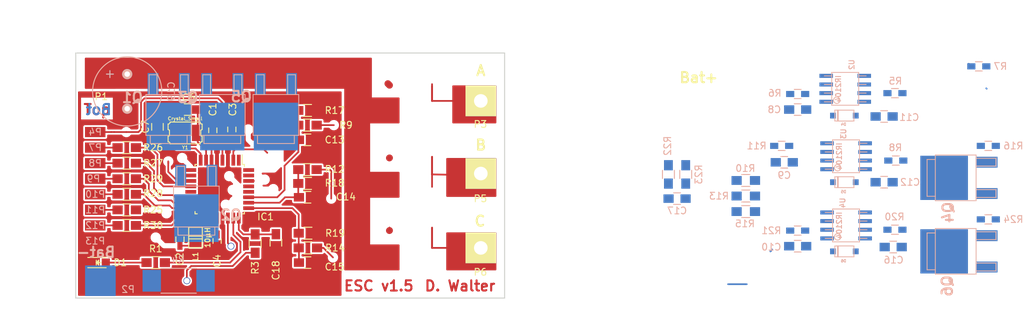
<source format=kicad_pcb>
(kicad_pcb (version 4) (host pcbnew 4.0.0-rc1-stable)

  (general
    (links 137)
    (no_connects 77)
    (area 104.839501 51.569515 179.406001 97.241)
    (thickness 1.6)
    (drawings 15)
    (tracks 195)
    (zones 0)
    (modules 77)
    (nets 54)
  )

  (page A4)
  (title_block
    (title "Brushless ESC")
    (date 2015-09-19)
    (rev 1.0)
    (company "Daniel Walter")
  )

  (layers
    (0 F.Cu signal)
    (31 B.Cu signal)
    (32 B.Adhes user)
    (33 F.Adhes user)
    (34 B.Paste user)
    (35 F.Paste user)
    (36 B.SilkS user)
    (37 F.SilkS user)
    (38 B.Mask user hide)
    (39 F.Mask user)
    (40 Dwgs.User user)
    (41 Cmts.User user)
    (42 Eco1.User user)
    (43 Eco2.User user hide)
    (44 Edge.Cuts user)
    (45 Margin user)
    (46 B.CrtYd user)
    (47 F.CrtYd user)
    (48 B.Fab user)
    (49 F.Fab user hide)
  )

  (setup
    (last_trace_width 0.25)
    (user_trace_width 0.254)
    (user_trace_width 0.5)
    (user_trace_width 1)
    (user_trace_width 2)
    (user_trace_width 3)
    (user_trace_width 5)
    (trace_clearance 0.2)
    (zone_clearance 0.254)
    (zone_45_only yes)
    (trace_min 0.2)
    (segment_width 0.2)
    (edge_width 0.15)
    (via_size 1)
    (via_drill 0.8)
    (via_min_size 0.4)
    (via_min_drill 0.3)
    (uvia_size 0.3)
    (uvia_drill 0.1)
    (uvias_allowed no)
    (uvia_min_size 0.2)
    (uvia_min_drill 0.1)
    (pcb_text_width 0.3)
    (pcb_text_size 1.5 1.5)
    (mod_edge_width 0.15)
    (mod_text_size 1 1)
    (mod_text_width 0.15)
    (pad_size 3 1.5)
    (pad_drill 0)
    (pad_to_mask_clearance 0.2)
    (aux_axis_origin 116.5225 59.182)
    (grid_origin 116.2685 95.123)
    (visible_elements 7FFEF7FF)
    (pcbplotparams
      (layerselection 0x010f0_80000001)
      (usegerberextensions true)
      (excludeedgelayer true)
      (linewidth 0.100000)
      (plotframeref false)
      (viasonmask false)
      (mode 1)
      (useauxorigin false)
      (hpglpennumber 1)
      (hpglpenspeed 20)
      (hpglpendiameter 15)
      (hpglpenoverlay 2)
      (psnegative false)
      (psa4output false)
      (plotreference true)
      (plotvalue false)
      (plotinvisibletext false)
      (padsonsilk false)
      (subtractmaskfromsilk true)
      (outputformat 1)
      (mirror false)
      (drillshape 0)
      (scaleselection 1)
      (outputdirectory ""))
  )

  (net 0 "")
  (net 1 +5V)
  (net 2 GND)
  (net 3 "Net-(C6-Pad1)")
  (net 4 "Net-(C7-Pad2)")
  (net 5 +BATT)
  (net 6 "Net-(C11-Pad1)")
  (net 7 COIL_A)
  (net 8 "Net-(C12-Pad1)")
  (net 9 COIL_B)
  (net 10 /Controller/BEMF_A)
  (net 11 /Controller/BEMF_B)
  (net 12 /Controller/BEMF_C)
  (net 13 "Net-(C16-Pad1)")
  (net 14 COIL_C)
  (net 15 "Net-(D1-Pad2)")
  (net 16 /Controller/MISO)
  (net 17 /Controller/MOSI)
  (net 18 /Controller//SD_A)
  (net 19 /Controller/IN_B)
  (net 20 /Controller/SCK)
  (net 21 /Controller/BEMF_Center)
  (net 22 /Controller/V_Bat)
  (net 23 /Controller/IN_C)
  (net 24 /Controller/SS)
  (net 25 /Controller/Reset)
  (net 26 "Net-(Q1-Pad1)")
  (net 27 "Net-(Q2-Pad1)")
  (net 28 "Net-(Q3-Pad1)")
  (net 29 "Net-(Q4-Pad1)")
  (net 30 "Net-(Q5-Pad1)")
  (net 31 "Net-(Q6-Pad1)")
  (net 32 "Net-(R5-Pad2)")
  (net 33 /Controller/IN_A)
  (net 34 /Controller/PWM)
  (net 35 "Net-(R7-Pad2)")
  (net 36 /Controller//SD_B)
  (net 37 /Controller//SD_C)
  (net 38 "Net-(R8-Pad2)")
  (net 39 "Net-(R16-Pad2)")
  (net 40 "Net-(R20-Pad2)")
  (net 41 "Net-(R24-Pad2)")
  (net 42 /Controller/PPM)
  (net 43 "Net-(IC1-Pad12)")
  (net 44 "Net-(IC1-Pad16)")
  (net 45 /Controller/BatCurrent+)
  (net 46 "Net-(IC1-Pad14)")
  (net 47 "Net-(IC1-Pad15)")
  (net 48 "Net-(IC1-Pad17)")
  (net 49 "Net-(IC1-Pad29)")
  (net 50 FET_Drain)
  (net 51 "Net-(IC1-Pad18)")
  (net 52 "Net-(C4-Pad1)")
  (net 53 "Net-(IC1-Pad23)")

  (net_class Default "Dies ist die voreingestellte Netzklasse."
    (clearance 0.2)
    (trace_width 0.25)
    (via_dia 1)
    (via_drill 0.8)
    (uvia_dia 0.3)
    (uvia_drill 0.1)
    (add_net +5V)
    (add_net +BATT)
    (add_net /Controller//SD_A)
    (add_net /Controller//SD_B)
    (add_net /Controller//SD_C)
    (add_net /Controller/BEMF_A)
    (add_net /Controller/BEMF_B)
    (add_net /Controller/BEMF_C)
    (add_net /Controller/BEMF_Center)
    (add_net /Controller/BatCurrent+)
    (add_net /Controller/IN_A)
    (add_net /Controller/IN_B)
    (add_net /Controller/IN_C)
    (add_net /Controller/MISO)
    (add_net /Controller/MOSI)
    (add_net /Controller/PPM)
    (add_net /Controller/PWM)
    (add_net /Controller/Reset)
    (add_net /Controller/SCK)
    (add_net /Controller/SS)
    (add_net /Controller/V_Bat)
    (add_net COIL_A)
    (add_net COIL_B)
    (add_net COIL_C)
    (add_net FET_Drain)
    (add_net GND)
    (add_net "Net-(C11-Pad1)")
    (add_net "Net-(C12-Pad1)")
    (add_net "Net-(C16-Pad1)")
    (add_net "Net-(C4-Pad1)")
    (add_net "Net-(C6-Pad1)")
    (add_net "Net-(C7-Pad2)")
    (add_net "Net-(D1-Pad2)")
    (add_net "Net-(IC1-Pad12)")
    (add_net "Net-(IC1-Pad14)")
    (add_net "Net-(IC1-Pad15)")
    (add_net "Net-(IC1-Pad16)")
    (add_net "Net-(IC1-Pad17)")
    (add_net "Net-(IC1-Pad18)")
    (add_net "Net-(IC1-Pad23)")
    (add_net "Net-(IC1-Pad29)")
    (add_net "Net-(Q1-Pad1)")
    (add_net "Net-(Q2-Pad1)")
    (add_net "Net-(Q3-Pad1)")
    (add_net "Net-(Q4-Pad1)")
    (add_net "Net-(Q5-Pad1)")
    (add_net "Net-(Q6-Pad1)")
    (add_net "Net-(R16-Pad2)")
    (add_net "Net-(R20-Pad2)")
    (add_net "Net-(R24-Pad2)")
    (add_net "Net-(R5-Pad2)")
    (add_net "Net-(R7-Pad2)")
    (add_net "Net-(R8-Pad2)")
  )

  (module Capacitors_SMD:C_0805_HandSoldering (layer F.Cu) (tedit 55FC81F2) (tstamp 55E1DFD9)
    (at 132.7785 67.31 180)
    (descr "Capacitor SMD 0805, hand soldering")
    (tags "capacitor 0805")
    (path /55E20B14/55E683A7)
    (attr smd)
    (fp_text reference C6 (at -0.127 1.778 180) (layer F.SilkS)
      (effects (font (size 1 1) (thickness 0.15)))
    )
    (fp_text value 8pF (at 0 2.1 180) (layer F.Fab)
      (effects (font (size 1 1) (thickness 0.15)))
    )
    (fp_line (start -2.3 -1) (end 2.3 -1) (layer F.CrtYd) (width 0.05))
    (fp_line (start -2.3 1) (end 2.3 1) (layer F.CrtYd) (width 0.05))
    (fp_line (start -2.3 -1) (end -2.3 1) (layer F.CrtYd) (width 0.05))
    (fp_line (start 2.3 -1) (end 2.3 1) (layer F.CrtYd) (width 0.05))
    (fp_line (start 0.5 -0.85) (end -0.5 -0.85) (layer F.SilkS) (width 0.15))
    (fp_line (start -0.5 0.85) (end 0.5 0.85) (layer F.SilkS) (width 0.15))
    (pad 1 smd rect (at -1.25 0 180) (size 1.5 1.25) (layers F.Cu F.Paste F.Mask)
      (net 3 "Net-(C6-Pad1)"))
    (pad 2 smd rect (at 1.25 0 180) (size 1.5 1.25) (layers F.Cu F.Paste F.Mask)
      (net 2 GND))
    (model Capacitors_SMD.3dshapes/C_0805_HandSoldering.wrl
      (at (xyz 0 0 0))
      (scale (xyz 1 1 1))
      (rotate (xyz 0 0 0))
    )
  )

  (module Capacitors_SMD:C_0805_HandSoldering (layer F.Cu) (tedit 55FC81F7) (tstamp 55E1DFDF)
    (at 128.3335 69.85 270)
    (descr "Capacitor SMD 0805, hand soldering")
    (tags "capacitor 0805")
    (path /55E20B14/55E684F6)
    (attr smd)
    (fp_text reference C7 (at 0 1.778 270) (layer F.SilkS)
      (effects (font (size 1 1) (thickness 0.15)))
    )
    (fp_text value 8pF (at 0 2.1 270) (layer F.Fab)
      (effects (font (size 1 1) (thickness 0.15)))
    )
    (fp_line (start -2.3 -1) (end 2.3 -1) (layer F.CrtYd) (width 0.05))
    (fp_line (start -2.3 1) (end 2.3 1) (layer F.CrtYd) (width 0.05))
    (fp_line (start -2.3 -1) (end -2.3 1) (layer F.CrtYd) (width 0.05))
    (fp_line (start 2.3 -1) (end 2.3 1) (layer F.CrtYd) (width 0.05))
    (fp_line (start 0.5 -0.85) (end -0.5 -0.85) (layer F.SilkS) (width 0.15))
    (fp_line (start -0.5 0.85) (end 0.5 0.85) (layer F.SilkS) (width 0.15))
    (pad 1 smd rect (at -1.25 0 270) (size 1.5 1.25) (layers F.Cu F.Paste F.Mask)
      (net 2 GND))
    (pad 2 smd rect (at 1.25 0 270) (size 1.5 1.25) (layers F.Cu F.Paste F.Mask)
      (net 4 "Net-(C7-Pad2)"))
    (model Capacitors_SMD.3dshapes/C_0805_HandSoldering.wrl
      (at (xyz 0 0 0))
      (scale (xyz 1 1 1))
      (rotate (xyz 0 0 0))
    )
  )

  (module Capacitors_SMD:C_0805_HandSoldering (layer B.Cu) (tedit 55F60464) (tstamp 55E1DFE5)
    (at 222.377 67.31 180)
    (descr "Capacitor SMD 0805, hand soldering")
    (tags "capacitor 0805")
    (path /55E20B33/55E214D1)
    (attr smd)
    (fp_text reference C8 (at 3.429 0 180) (layer B.SilkS)
      (effects (font (size 1 1) (thickness 0.15)) (justify mirror))
    )
    (fp_text value 100nF (at 0 -2.1 180) (layer B.Fab)
      (effects (font (size 1 1) (thickness 0.15)) (justify mirror))
    )
    (fp_line (start -2.3 1) (end 2.3 1) (layer B.CrtYd) (width 0.05))
    (fp_line (start -2.3 -1) (end 2.3 -1) (layer B.CrtYd) (width 0.05))
    (fp_line (start -2.3 1) (end -2.3 -1) (layer B.CrtYd) (width 0.05))
    (fp_line (start 2.3 1) (end 2.3 -1) (layer B.CrtYd) (width 0.05))
    (fp_line (start 0.5 0.85) (end -0.5 0.85) (layer B.SilkS) (width 0.15))
    (fp_line (start -0.5 -0.85) (end 0.5 -0.85) (layer B.SilkS) (width 0.15))
    (pad 1 smd rect (at -1.25 0 180) (size 1.5 1.25) (layers B.Cu B.Paste B.Mask)
      (net 5 +BATT))
    (pad 2 smd rect (at 1.25 0 180) (size 1.5 1.25) (layers B.Cu B.Paste B.Mask)
      (net 2 GND))
    (model Capacitors_SMD.3dshapes/C_0805_HandSoldering.wrl
      (at (xyz 0 0 0))
      (scale (xyz 1 1 1))
      (rotate (xyz 0 0 0))
    )
  )

  (module Capacitors_SMD:C_0805_HandSoldering (layer B.Cu) (tedit 55FC8330) (tstamp 55E1DFEB)
    (at 220.4085 75.057 180)
    (descr "Capacitor SMD 0805, hand soldering")
    (tags "capacitor 0805")
    (path /55E20B33/55E214CA)
    (attr smd)
    (fp_text reference C9 (at 0 -1.905 180) (layer B.SilkS)
      (effects (font (size 1 1) (thickness 0.15)) (justify mirror))
    )
    (fp_text value 100nF (at 0 -2.1 180) (layer B.Fab)
      (effects (font (size 1 1) (thickness 0.15)) (justify mirror))
    )
    (fp_line (start -2.3 1) (end 2.3 1) (layer B.CrtYd) (width 0.05))
    (fp_line (start -2.3 -1) (end 2.3 -1) (layer B.CrtYd) (width 0.05))
    (fp_line (start -2.3 1) (end -2.3 -1) (layer B.CrtYd) (width 0.05))
    (fp_line (start 2.3 1) (end 2.3 -1) (layer B.CrtYd) (width 0.05))
    (fp_line (start 0.5 0.85) (end -0.5 0.85) (layer B.SilkS) (width 0.15))
    (fp_line (start -0.5 -0.85) (end 0.5 -0.85) (layer B.SilkS) (width 0.15))
    (pad 1 smd rect (at -1.25 0 180) (size 1.5 1.25) (layers B.Cu B.Paste B.Mask)
      (net 5 +BATT))
    (pad 2 smd rect (at 1.25 0 180) (size 1.5 1.25) (layers B.Cu B.Paste B.Mask)
      (net 2 GND))
    (model Capacitors_SMD.3dshapes/C_0805_HandSoldering.wrl
      (at (xyz 0 0 0))
      (scale (xyz 1 1 1))
      (rotate (xyz 0 0 0))
    )
  )

  (module Capacitors_SMD:C_0805_HandSoldering (layer B.Cu) (tedit 55FC82D8) (tstamp 55E1DFF1)
    (at 222.377 87.376 180)
    (descr "Capacitor SMD 0805, hand soldering")
    (tags "capacitor 0805")
    (path /55E20B33/55E2149C)
    (attr smd)
    (fp_text reference C10 (at 3.8735 -0.127 180) (layer B.SilkS)
      (effects (font (size 1 1) (thickness 0.15)) (justify mirror))
    )
    (fp_text value 100nF (at 0 -2.1 180) (layer B.Fab)
      (effects (font (size 1 1) (thickness 0.15)) (justify mirror))
    )
    (fp_line (start -2.3 1) (end 2.3 1) (layer B.CrtYd) (width 0.05))
    (fp_line (start -2.3 -1) (end 2.3 -1) (layer B.CrtYd) (width 0.05))
    (fp_line (start -2.3 1) (end -2.3 -1) (layer B.CrtYd) (width 0.05))
    (fp_line (start 2.3 1) (end 2.3 -1) (layer B.CrtYd) (width 0.05))
    (fp_line (start 0.5 0.85) (end -0.5 0.85) (layer B.SilkS) (width 0.15))
    (fp_line (start -0.5 -0.85) (end 0.5 -0.85) (layer B.SilkS) (width 0.15))
    (pad 1 smd rect (at -1.25 0 180) (size 1.5 1.25) (layers B.Cu B.Paste B.Mask)
      (net 5 +BATT))
    (pad 2 smd rect (at 1.25 0 180) (size 1.5 1.25) (layers B.Cu B.Paste B.Mask)
      (net 2 GND))
    (model Capacitors_SMD.3dshapes/C_0805_HandSoldering.wrl
      (at (xyz 0 0 0))
      (scale (xyz 1 1 1))
      (rotate (xyz 0 0 0))
    )
  )

  (module Capacitors_SMD:C_0805_HandSoldering (layer B.Cu) (tedit 55F70CD7) (tstamp 55E1DFF7)
    (at 235.077 68.326)
    (descr "Capacitor SMD 0805, hand soldering")
    (tags "capacitor 0805")
    (path /55E20B33/55E21464)
    (attr smd)
    (fp_text reference C11 (at 3.683 0.127) (layer B.SilkS)
      (effects (font (size 1 1) (thickness 0.15)) (justify mirror))
    )
    (fp_text value 220nF (at 0 -2.1) (layer B.Fab)
      (effects (font (size 1 1) (thickness 0.15)) (justify mirror))
    )
    (fp_line (start -2.3 1) (end 2.3 1) (layer B.CrtYd) (width 0.05))
    (fp_line (start -2.3 -1) (end 2.3 -1) (layer B.CrtYd) (width 0.05))
    (fp_line (start -2.3 1) (end -2.3 -1) (layer B.CrtYd) (width 0.05))
    (fp_line (start 2.3 1) (end 2.3 -1) (layer B.CrtYd) (width 0.05))
    (fp_line (start 0.5 0.85) (end -0.5 0.85) (layer B.SilkS) (width 0.15))
    (fp_line (start -0.5 -0.85) (end 0.5 -0.85) (layer B.SilkS) (width 0.15))
    (pad 1 smd rect (at -1.25 0) (size 1.5 1.25) (layers B.Cu B.Paste B.Mask)
      (net 6 "Net-(C11-Pad1)"))
    (pad 2 smd rect (at 1.25 0) (size 1.5 1.25) (layers B.Cu B.Paste B.Mask)
      (net 7 COIL_A))
    (model Capacitors_SMD.3dshapes/C_0805_HandSoldering.wrl
      (at (xyz 0 0 0))
      (scale (xyz 1 1 1))
      (rotate (xyz 0 0 0))
    )
  )

  (module Capacitors_SMD:C_0805_HandSoldering (layer B.Cu) (tedit 55F70CDE) (tstamp 55E1DFFD)
    (at 235.077 77.978)
    (descr "Capacitor SMD 0805, hand soldering")
    (tags "capacitor 0805")
    (path /55E20B33/55E21503)
    (attr smd)
    (fp_text reference C12 (at 3.81 0) (layer B.SilkS)
      (effects (font (size 1 1) (thickness 0.15)) (justify mirror))
    )
    (fp_text value 220nF (at 0 -2.1) (layer B.Fab)
      (effects (font (size 1 1) (thickness 0.15)) (justify mirror))
    )
    (fp_line (start -2.3 1) (end 2.3 1) (layer B.CrtYd) (width 0.05))
    (fp_line (start -2.3 -1) (end 2.3 -1) (layer B.CrtYd) (width 0.05))
    (fp_line (start -2.3 1) (end -2.3 -1) (layer B.CrtYd) (width 0.05))
    (fp_line (start 2.3 1) (end 2.3 -1) (layer B.CrtYd) (width 0.05))
    (fp_line (start 0.5 0.85) (end -0.5 0.85) (layer B.SilkS) (width 0.15))
    (fp_line (start -0.5 -0.85) (end 0.5 -0.85) (layer B.SilkS) (width 0.15))
    (pad 1 smd rect (at -1.25 0) (size 1.5 1.25) (layers B.Cu B.Paste B.Mask)
      (net 8 "Net-(C12-Pad1)"))
    (pad 2 smd rect (at 1.25 0) (size 1.5 1.25) (layers B.Cu B.Paste B.Mask)
      (net 9 COIL_B))
    (model Capacitors_SMD.3dshapes/C_0805_HandSoldering.wrl
      (at (xyz 0 0 0))
      (scale (xyz 1 1 1))
      (rotate (xyz 0 0 0))
    )
  )

  (module Capacitors_SMD:C_0805_HandSoldering (layer F.Cu) (tedit 55FC81D2) (tstamp 55E1E003)
    (at 150.368 71.755)
    (descr "Capacitor SMD 0805, hand soldering")
    (tags "capacitor 0805")
    (path /55E20B33/55E2665D)
    (attr smd)
    (fp_text reference C13 (at 4.0005 0) (layer F.SilkS)
      (effects (font (size 1 1) (thickness 0.15)))
    )
    (fp_text value 100nF (at 0 2.1) (layer F.Fab)
      (effects (font (size 1 1) (thickness 0.15)))
    )
    (fp_line (start -2.3 -1) (end 2.3 -1) (layer F.CrtYd) (width 0.05))
    (fp_line (start -2.3 1) (end 2.3 1) (layer F.CrtYd) (width 0.05))
    (fp_line (start -2.3 -1) (end -2.3 1) (layer F.CrtYd) (width 0.05))
    (fp_line (start 2.3 -1) (end 2.3 1) (layer F.CrtYd) (width 0.05))
    (fp_line (start 0.5 -0.85) (end -0.5 -0.85) (layer F.SilkS) (width 0.15))
    (fp_line (start -0.5 0.85) (end 0.5 0.85) (layer F.SilkS) (width 0.15))
    (pad 1 smd rect (at -1.25 0) (size 1.5 1.25) (layers F.Cu F.Paste F.Mask)
      (net 10 /Controller/BEMF_A))
    (pad 2 smd rect (at 1.25 0) (size 1.5 1.25) (layers F.Cu F.Paste F.Mask)
      (net 2 GND))
    (model Capacitors_SMD.3dshapes/C_0805_HandSoldering.wrl
      (at (xyz 0 0 0))
      (scale (xyz 1 1 1))
      (rotate (xyz 0 0 0))
    )
  )

  (module Capacitors_SMD:C_0805_HandSoldering (layer F.Cu) (tedit 55FD33DF) (tstamp 55E1E009)
    (at 150.368 80.194)
    (descr "Capacitor SMD 0805, hand soldering")
    (tags "capacitor 0805")
    (path /55E20B33/55E26872)
    (attr smd)
    (fp_text reference C14 (at 5.6515 -0.057) (layer F.SilkS)
      (effects (font (size 1 1) (thickness 0.15)))
    )
    (fp_text value 100nF (at 0 2.1) (layer F.Fab)
      (effects (font (size 1 1) (thickness 0.15)))
    )
    (fp_line (start -2.3 -1) (end 2.3 -1) (layer F.CrtYd) (width 0.05))
    (fp_line (start -2.3 1) (end 2.3 1) (layer F.CrtYd) (width 0.05))
    (fp_line (start -2.3 -1) (end -2.3 1) (layer F.CrtYd) (width 0.05))
    (fp_line (start 2.3 -1) (end 2.3 1) (layer F.CrtYd) (width 0.05))
    (fp_line (start 0.5 -0.85) (end -0.5 -0.85) (layer F.SilkS) (width 0.15))
    (fp_line (start -0.5 0.85) (end 0.5 0.85) (layer F.SilkS) (width 0.15))
    (pad 1 smd rect (at -1.25 0) (size 1.5 1.25) (layers F.Cu F.Paste F.Mask)
      (net 11 /Controller/BEMF_B))
    (pad 2 smd rect (at 1.25 0) (size 1.5 1.25) (layers F.Cu F.Paste F.Mask)
      (net 2 GND))
    (model Capacitors_SMD.3dshapes/C_0805_HandSoldering.wrl
      (at (xyz 0 0 0))
      (scale (xyz 1 1 1))
      (rotate (xyz 0 0 0))
    )
  )

  (module Capacitors_SMD:C_0805_HandSoldering (layer F.Cu) (tedit 55FD33D7) (tstamp 55E1E00F)
    (at 150.368 89.789)
    (descr "Capacitor SMD 0805, hand soldering")
    (tags "capacitor 0805")
    (path /55E20B33/55E26906)
    (attr smd)
    (fp_text reference C15 (at 4.0005 0.635) (layer F.SilkS)
      (effects (font (size 1 1) (thickness 0.15)))
    )
    (fp_text value 100nF (at 0 2.1) (layer F.Fab)
      (effects (font (size 1 1) (thickness 0.15)))
    )
    (fp_line (start -2.3 -1) (end 2.3 -1) (layer F.CrtYd) (width 0.05))
    (fp_line (start -2.3 1) (end 2.3 1) (layer F.CrtYd) (width 0.05))
    (fp_line (start -2.3 -1) (end -2.3 1) (layer F.CrtYd) (width 0.05))
    (fp_line (start 2.3 -1) (end 2.3 1) (layer F.CrtYd) (width 0.05))
    (fp_line (start 0.5 -0.85) (end -0.5 -0.85) (layer F.SilkS) (width 0.15))
    (fp_line (start -0.5 0.85) (end 0.5 0.85) (layer F.SilkS) (width 0.15))
    (pad 1 smd rect (at -1.25 0) (size 1.5 1.25) (layers F.Cu F.Paste F.Mask)
      (net 12 /Controller/BEMF_C))
    (pad 2 smd rect (at 1.25 0) (size 1.5 1.25) (layers F.Cu F.Paste F.Mask)
      (net 2 GND))
    (model Capacitors_SMD.3dshapes/C_0805_HandSoldering.wrl
      (at (xyz 0 0 0))
      (scale (xyz 1 1 1))
      (rotate (xyz 0 0 0))
    )
  )

  (module Capacitors_SMD:C_0805_HandSoldering (layer B.Cu) (tedit 55FC82EC) (tstamp 55E1E015)
    (at 236.4105 87.503)
    (descr "Capacitor SMD 0805, hand soldering")
    (tags "capacitor 0805")
    (path /55E20B33/55E21577)
    (attr smd)
    (fp_text reference C16 (at 0.0635 1.905) (layer B.SilkS)
      (effects (font (size 1 1) (thickness 0.15)) (justify mirror))
    )
    (fp_text value 220nF (at 0 -2.1) (layer B.Fab)
      (effects (font (size 1 1) (thickness 0.15)) (justify mirror))
    )
    (fp_line (start -2.3 1) (end 2.3 1) (layer B.CrtYd) (width 0.05))
    (fp_line (start -2.3 -1) (end 2.3 -1) (layer B.CrtYd) (width 0.05))
    (fp_line (start -2.3 1) (end -2.3 -1) (layer B.CrtYd) (width 0.05))
    (fp_line (start 2.3 1) (end 2.3 -1) (layer B.CrtYd) (width 0.05))
    (fp_line (start 0.5 0.85) (end -0.5 0.85) (layer B.SilkS) (width 0.15))
    (fp_line (start -0.5 -0.85) (end 0.5 -0.85) (layer B.SilkS) (width 0.15))
    (pad 1 smd rect (at -1.25 0) (size 1.5 1.25) (layers B.Cu B.Paste B.Mask)
      (net 13 "Net-(C16-Pad1)"))
    (pad 2 smd rect (at 1.25 0) (size 1.5 1.25) (layers B.Cu B.Paste B.Mask)
      (net 14 COIL_C))
    (model Capacitors_SMD.3dshapes/C_0805_HandSoldering.wrl
      (at (xyz 0 0 0))
      (scale (xyz 1 1 1))
      (rotate (xyz 0 0 0))
    )
  )

  (module LEDs:LED-0805 (layer F.Cu) (tedit 55FC8252) (tstamp 55E1E01B)
    (at 119.6975 89.789)
    (descr "LED 0805 smd package")
    (tags "LED 0805 SMD")
    (path /55E20B14/55E38A30)
    (attr smd)
    (fp_text reference D1 (at 3.175 0) (layer F.SilkS)
      (effects (font (size 1 1) (thickness 0.15)))
    )
    (fp_text value LED (at 0 1.75) (layer F.Fab)
      (effects (font (size 1 1) (thickness 0.15)))
    )
    (fp_line (start -1.6 0.75) (end 1.1 0.75) (layer F.SilkS) (width 0.15))
    (fp_line (start -1.6 -0.75) (end 1.1 -0.75) (layer F.SilkS) (width 0.15))
    (fp_line (start -0.1 0.15) (end -0.1 -0.1) (layer F.SilkS) (width 0.15))
    (fp_line (start -0.1 -0.1) (end -0.25 0.05) (layer F.SilkS) (width 0.15))
    (fp_line (start -0.35 -0.35) (end -0.35 0.35) (layer F.SilkS) (width 0.15))
    (fp_line (start 0 0) (end 0.35 0) (layer F.SilkS) (width 0.15))
    (fp_line (start -0.35 0) (end 0 -0.35) (layer F.SilkS) (width 0.15))
    (fp_line (start 0 -0.35) (end 0 0.35) (layer F.SilkS) (width 0.15))
    (fp_line (start 0 0.35) (end -0.35 0) (layer F.SilkS) (width 0.15))
    (fp_line (start 1.9 -0.95) (end 1.9 0.95) (layer F.CrtYd) (width 0.05))
    (fp_line (start 1.9 0.95) (end -1.9 0.95) (layer F.CrtYd) (width 0.05))
    (fp_line (start -1.9 0.95) (end -1.9 -0.95) (layer F.CrtYd) (width 0.05))
    (fp_line (start -1.9 -0.95) (end 1.9 -0.95) (layer F.CrtYd) (width 0.05))
    (pad 2 smd rect (at 1.04902 0 180) (size 1.19888 1.19888) (layers F.Cu F.Paste F.Mask)
      (net 15 "Net-(D1-Pad2)"))
    (pad 1 smd rect (at -1.04902 0 180) (size 1.19888 1.19888) (layers F.Cu F.Paste F.Mask)
      (net 2 GND))
    (model LEDs.3dshapes/LED-0805.wrl
      (at (xyz 0 0 0))
      (scale (xyz 1 1 1))
      (rotate (xyz 0 0 0))
    )
  )

  (module w_smd_trans:d-pak (layer B.Cu) (tedit 55FC8185) (tstamp 55E1E089)
    (at 129.9845 66.675)
    (descr D-pak)
    (path /55E20B33/55E21456)
    (fp_text reference Q1 (at -5.334 -1.143) (layer B.SilkS)
      (effects (font (thickness 0.3048)) (justify mirror))
    )
    (fp_text value IRL7843 (at 0 -5.9944) (layer B.SilkS) hide
      (effects (font (thickness 0.3048)) (justify mirror))
    )
    (fp_line (start -2.7051 4.4323) (end -2.7051 5.6261) (layer B.SilkS) (width 0.127))
    (fp_line (start -2.7051 5.6261) (end 2.7051 5.6261) (layer B.SilkS) (width 0.127))
    (fp_line (start 2.7051 5.6261) (end 2.7051 4.4196) (layer B.SilkS) (width 0.127))
    (fp_line (start 1.7272 -1.5748) (end 1.7272 -4.4831) (layer B.SilkS) (width 0.127))
    (fp_line (start 2.8702 -4.4831) (end 2.8702 -1.5748) (layer B.SilkS) (width 0.127))
    (fp_line (start 1.7272 -4.4831) (end 2.8702 -4.4831) (layer B.SilkS) (width 0.127))
    (fp_line (start -2.8702 -4.4831) (end -1.7272 -4.4831) (layer B.SilkS) (width 0.127))
    (fp_line (start -1.7272 -4.4831) (end -1.7272 -1.5748) (layer B.SilkS) (width 0.127))
    (fp_line (start -2.8702 -1.5748) (end -2.8702 -4.4831) (layer B.SilkS) (width 0.127))
    (fp_line (start 3.3528 -1.5748) (end 3.3528 4.4196) (layer B.SilkS) (width 0.127))
    (fp_line (start 3.3528 4.4196) (end -3.3528 4.4196) (layer B.SilkS) (width 0.127))
    (fp_line (start -3.3528 4.4196) (end -3.3528 -1.5748) (layer B.SilkS) (width 0.127))
    (fp_line (start 3.3528 -1.5748) (end -3.3528 -1.5748) (layer B.SilkS) (width 0.127))
    (pad 1 smd rect (at -2.30124 -3.1242) (size 1.6002 3.2004) (layers B.Cu B.Paste B.Mask)
      (net 26 "Net-(Q1-Pad1)"))
    (pad 3 smd rect (at 2.30124 -3.1242) (size 1.6002 3.2004) (layers B.Cu B.Paste B.Mask)
      (net 5 +BATT))
    (pad 2 smd rect (at 0 3.1242) (size 6.49986 7.00024) (layers B.Cu B.Paste B.Mask)
      (net 7 COIL_A))
    (model walter/smd_trans/d-pak.wrl
      (at (xyz 0 0 0))
      (scale (xyz 1 1 1))
      (rotate (xyz 0 0 0))
    )
  )

  (module w_smd_trans:d-pak (layer B.Cu) (tedit 55F70CF3) (tstamp 55E1E090)
    (at 134.0485 80.137)
    (descr D-pak)
    (path /55E20B33/55E2145D)
    (fp_text reference Q2 (at 5.08 2.667) (layer B.SilkS)
      (effects (font (thickness 0.3048)) (justify mirror))
    )
    (fp_text value IRL7843 (at 0 -5.9944) (layer B.SilkS) hide
      (effects (font (thickness 0.3048)) (justify mirror))
    )
    (fp_line (start -2.7051 4.4323) (end -2.7051 5.6261) (layer B.SilkS) (width 0.127))
    (fp_line (start -2.7051 5.6261) (end 2.7051 5.6261) (layer B.SilkS) (width 0.127))
    (fp_line (start 2.7051 5.6261) (end 2.7051 4.4196) (layer B.SilkS) (width 0.127))
    (fp_line (start 1.7272 -1.5748) (end 1.7272 -4.4831) (layer B.SilkS) (width 0.127))
    (fp_line (start 2.8702 -4.4831) (end 2.8702 -1.5748) (layer B.SilkS) (width 0.127))
    (fp_line (start 1.7272 -4.4831) (end 2.8702 -4.4831) (layer B.SilkS) (width 0.127))
    (fp_line (start -2.8702 -4.4831) (end -1.7272 -4.4831) (layer B.SilkS) (width 0.127))
    (fp_line (start -1.7272 -4.4831) (end -1.7272 -1.5748) (layer B.SilkS) (width 0.127))
    (fp_line (start -2.8702 -1.5748) (end -2.8702 -4.4831) (layer B.SilkS) (width 0.127))
    (fp_line (start 3.3528 -1.5748) (end 3.3528 4.4196) (layer B.SilkS) (width 0.127))
    (fp_line (start 3.3528 4.4196) (end -3.3528 4.4196) (layer B.SilkS) (width 0.127))
    (fp_line (start -3.3528 4.4196) (end -3.3528 -1.5748) (layer B.SilkS) (width 0.127))
    (fp_line (start 3.3528 -1.5748) (end -3.3528 -1.5748) (layer B.SilkS) (width 0.127))
    (pad 1 smd rect (at -2.30124 -3.1242) (size 1.6002 3.2004) (layers B.Cu B.Paste B.Mask)
      (net 27 "Net-(Q2-Pad1)"))
    (pad 3 smd rect (at 2.30124 -3.1242) (size 1.6002 3.2004) (layers B.Cu B.Paste B.Mask)
      (net 7 COIL_A))
    (pad 2 smd rect (at 0 3.1242) (size 6.49986 7.00024) (layers B.Cu B.Paste B.Mask)
      (net 50 FET_Drain))
    (model walter/smd_trans/d-pak.wrl
      (at (xyz 0 0 0))
      (scale (xyz 1 1 1))
      (rotate (xyz 0 0 0))
    )
  )

  (module w_smd_trans:d-pak (layer B.Cu) (tedit 55FC818B) (tstamp 55E1E097)
    (at 137.8585 66.675)
    (descr D-pak)
    (path /55E20B33/55E214F5)
    (fp_text reference Q3 (at -5.08 -1.143) (layer B.SilkS)
      (effects (font (thickness 0.3048)) (justify mirror))
    )
    (fp_text value IRL7843 (at 0 -5.9944) (layer B.SilkS) hide
      (effects (font (thickness 0.3048)) (justify mirror))
    )
    (fp_line (start -2.7051 4.4323) (end -2.7051 5.6261) (layer B.SilkS) (width 0.127))
    (fp_line (start -2.7051 5.6261) (end 2.7051 5.6261) (layer B.SilkS) (width 0.127))
    (fp_line (start 2.7051 5.6261) (end 2.7051 4.4196) (layer B.SilkS) (width 0.127))
    (fp_line (start 1.7272 -1.5748) (end 1.7272 -4.4831) (layer B.SilkS) (width 0.127))
    (fp_line (start 2.8702 -4.4831) (end 2.8702 -1.5748) (layer B.SilkS) (width 0.127))
    (fp_line (start 1.7272 -4.4831) (end 2.8702 -4.4831) (layer B.SilkS) (width 0.127))
    (fp_line (start -2.8702 -4.4831) (end -1.7272 -4.4831) (layer B.SilkS) (width 0.127))
    (fp_line (start -1.7272 -4.4831) (end -1.7272 -1.5748) (layer B.SilkS) (width 0.127))
    (fp_line (start -2.8702 -1.5748) (end -2.8702 -4.4831) (layer B.SilkS) (width 0.127))
    (fp_line (start 3.3528 -1.5748) (end 3.3528 4.4196) (layer B.SilkS) (width 0.127))
    (fp_line (start 3.3528 4.4196) (end -3.3528 4.4196) (layer B.SilkS) (width 0.127))
    (fp_line (start -3.3528 4.4196) (end -3.3528 -1.5748) (layer B.SilkS) (width 0.127))
    (fp_line (start 3.3528 -1.5748) (end -3.3528 -1.5748) (layer B.SilkS) (width 0.127))
    (pad 1 smd rect (at -2.30124 -3.1242) (size 1.6002 3.2004) (layers B.Cu B.Paste B.Mask)
      (net 28 "Net-(Q3-Pad1)"))
    (pad 3 smd rect (at 2.30124 -3.1242) (size 1.6002 3.2004) (layers B.Cu B.Paste B.Mask)
      (net 5 +BATT))
    (pad 2 smd rect (at 0 3.1242) (size 6.49986 7.00024) (layers B.Cu B.Paste B.Mask)
      (net 9 COIL_B))
    (model walter/smd_trans/d-pak.wrl
      (at (xyz 0 0 0))
      (scale (xyz 1 1 1))
      (rotate (xyz 0 0 0))
    )
  )

  (module w_smd_trans:d-pak (layer B.Cu) (tedit 55F70CED) (tstamp 55E1E09E)
    (at 247.015 77.343 270)
    (descr D-pak)
    (path /55E20B33/55E214FC)
    (fp_text reference Q4 (at 5.08 2.54 270) (layer B.SilkS)
      (effects (font (thickness 0.3048)) (justify mirror))
    )
    (fp_text value IRL7843 (at 0 -5.9944 270) (layer B.SilkS) hide
      (effects (font (thickness 0.3048)) (justify mirror))
    )
    (fp_line (start -2.7051 4.4323) (end -2.7051 5.6261) (layer B.SilkS) (width 0.127))
    (fp_line (start -2.7051 5.6261) (end 2.7051 5.6261) (layer B.SilkS) (width 0.127))
    (fp_line (start 2.7051 5.6261) (end 2.7051 4.4196) (layer B.SilkS) (width 0.127))
    (fp_line (start 1.7272 -1.5748) (end 1.7272 -4.4831) (layer B.SilkS) (width 0.127))
    (fp_line (start 2.8702 -4.4831) (end 2.8702 -1.5748) (layer B.SilkS) (width 0.127))
    (fp_line (start 1.7272 -4.4831) (end 2.8702 -4.4831) (layer B.SilkS) (width 0.127))
    (fp_line (start -2.8702 -4.4831) (end -1.7272 -4.4831) (layer B.SilkS) (width 0.127))
    (fp_line (start -1.7272 -4.4831) (end -1.7272 -1.5748) (layer B.SilkS) (width 0.127))
    (fp_line (start -2.8702 -1.5748) (end -2.8702 -4.4831) (layer B.SilkS) (width 0.127))
    (fp_line (start 3.3528 -1.5748) (end 3.3528 4.4196) (layer B.SilkS) (width 0.127))
    (fp_line (start 3.3528 4.4196) (end -3.3528 4.4196) (layer B.SilkS) (width 0.127))
    (fp_line (start -3.3528 4.4196) (end -3.3528 -1.5748) (layer B.SilkS) (width 0.127))
    (fp_line (start 3.3528 -1.5748) (end -3.3528 -1.5748) (layer B.SilkS) (width 0.127))
    (pad 1 smd rect (at -2.30124 -3.1242 270) (size 1.6002 3.2004) (layers B.Cu B.Paste B.Mask)
      (net 29 "Net-(Q4-Pad1)"))
    (pad 3 smd rect (at 2.30124 -3.1242 270) (size 1.6002 3.2004) (layers B.Cu B.Paste B.Mask)
      (net 9 COIL_B))
    (pad 2 smd rect (at 0 3.1242 270) (size 6.49986 7.00024) (layers B.Cu B.Paste B.Mask)
      (net 50 FET_Drain))
    (model walter/smd_trans/d-pak.wrl
      (at (xyz 0 0 0))
      (scale (xyz 1 1 1))
      (rotate (xyz 0 0 0))
    )
  )

  (module w_smd_trans:d-pak (layer B.Cu) (tedit 55FC8191) (tstamp 55E1E0A5)
    (at 145.7325 66.675)
    (descr D-pak)
    (path /55E20B33/55E21569)
    (fp_text reference Q5 (at -5.08 -1.27) (layer B.SilkS)
      (effects (font (thickness 0.3048)) (justify mirror))
    )
    (fp_text value IRL7843 (at 0 -5.9944) (layer B.SilkS) hide
      (effects (font (thickness 0.3048)) (justify mirror))
    )
    (fp_line (start -2.7051 4.4323) (end -2.7051 5.6261) (layer B.SilkS) (width 0.127))
    (fp_line (start -2.7051 5.6261) (end 2.7051 5.6261) (layer B.SilkS) (width 0.127))
    (fp_line (start 2.7051 5.6261) (end 2.7051 4.4196) (layer B.SilkS) (width 0.127))
    (fp_line (start 1.7272 -1.5748) (end 1.7272 -4.4831) (layer B.SilkS) (width 0.127))
    (fp_line (start 2.8702 -4.4831) (end 2.8702 -1.5748) (layer B.SilkS) (width 0.127))
    (fp_line (start 1.7272 -4.4831) (end 2.8702 -4.4831) (layer B.SilkS) (width 0.127))
    (fp_line (start -2.8702 -4.4831) (end -1.7272 -4.4831) (layer B.SilkS) (width 0.127))
    (fp_line (start -1.7272 -4.4831) (end -1.7272 -1.5748) (layer B.SilkS) (width 0.127))
    (fp_line (start -2.8702 -1.5748) (end -2.8702 -4.4831) (layer B.SilkS) (width 0.127))
    (fp_line (start 3.3528 -1.5748) (end 3.3528 4.4196) (layer B.SilkS) (width 0.127))
    (fp_line (start 3.3528 4.4196) (end -3.3528 4.4196) (layer B.SilkS) (width 0.127))
    (fp_line (start -3.3528 4.4196) (end -3.3528 -1.5748) (layer B.SilkS) (width 0.127))
    (fp_line (start 3.3528 -1.5748) (end -3.3528 -1.5748) (layer B.SilkS) (width 0.127))
    (pad 1 smd rect (at -2.30124 -3.1242) (size 1.6002 3.2004) (layers B.Cu B.Paste B.Mask)
      (net 30 "Net-(Q5-Pad1)"))
    (pad 3 smd rect (at 2.30124 -3.1242) (size 1.6002 3.2004) (layers B.Cu B.Paste B.Mask)
      (net 5 +BATT))
    (pad 2 smd rect (at 0 3.1242) (size 6.49986 7.00024) (layers B.Cu B.Paste B.Mask)
      (net 14 COIL_C))
    (model walter/smd_trans/d-pak.wrl
      (at (xyz 0 0 0))
      (scale (xyz 1 1 1))
      (rotate (xyz 0 0 0))
    )
  )

  (module w_smd_trans:d-pak (layer B.Cu) (tedit 55F70CE8) (tstamp 55E1E0AC)
    (at 247.015 88.138 270)
    (descr D-pak)
    (path /55E20B33/55E21570)
    (fp_text reference Q6 (at 5.08 2.667 270) (layer B.SilkS)
      (effects (font (thickness 0.3048)) (justify mirror))
    )
    (fp_text value IRL7843 (at 0 -5.9944 270) (layer B.SilkS) hide
      (effects (font (thickness 0.3048)) (justify mirror))
    )
    (fp_line (start -2.7051 4.4323) (end -2.7051 5.6261) (layer B.SilkS) (width 0.127))
    (fp_line (start -2.7051 5.6261) (end 2.7051 5.6261) (layer B.SilkS) (width 0.127))
    (fp_line (start 2.7051 5.6261) (end 2.7051 4.4196) (layer B.SilkS) (width 0.127))
    (fp_line (start 1.7272 -1.5748) (end 1.7272 -4.4831) (layer B.SilkS) (width 0.127))
    (fp_line (start 2.8702 -4.4831) (end 2.8702 -1.5748) (layer B.SilkS) (width 0.127))
    (fp_line (start 1.7272 -4.4831) (end 2.8702 -4.4831) (layer B.SilkS) (width 0.127))
    (fp_line (start -2.8702 -4.4831) (end -1.7272 -4.4831) (layer B.SilkS) (width 0.127))
    (fp_line (start -1.7272 -4.4831) (end -1.7272 -1.5748) (layer B.SilkS) (width 0.127))
    (fp_line (start -2.8702 -1.5748) (end -2.8702 -4.4831) (layer B.SilkS) (width 0.127))
    (fp_line (start 3.3528 -1.5748) (end 3.3528 4.4196) (layer B.SilkS) (width 0.127))
    (fp_line (start 3.3528 4.4196) (end -3.3528 4.4196) (layer B.SilkS) (width 0.127))
    (fp_line (start -3.3528 4.4196) (end -3.3528 -1.5748) (layer B.SilkS) (width 0.127))
    (fp_line (start 3.3528 -1.5748) (end -3.3528 -1.5748) (layer B.SilkS) (width 0.127))
    (pad 1 smd rect (at -2.30124 -3.1242 270) (size 1.6002 3.2004) (layers B.Cu B.Paste B.Mask)
      (net 31 "Net-(Q6-Pad1)"))
    (pad 3 smd rect (at 2.30124 -3.1242 270) (size 1.6002 3.2004) (layers B.Cu B.Paste B.Mask)
      (net 14 COIL_C))
    (pad 2 smd rect (at 0 3.1242 270) (size 6.49986 7.00024) (layers B.Cu B.Paste B.Mask)
      (net 50 FET_Drain))
    (model walter/smd_trans/d-pak.wrl
      (at (xyz 0 0 0))
      (scale (xyz 1 1 1))
      (rotate (xyz 0 0 0))
    )
  )

  (module w_smd_diode:sod123 (layer B.Cu) (tedit 55F602F1) (tstamp 55E1EE24)
    (at 229.235 68.199 180)
    (descr SOD123)
    (path /55E20B33/55E214C1)
    (fp_text reference D4 (at 0.127 -1.27 180) (layer B.SilkS)
      (effects (font (size 0.4 0.4) (thickness 0.1)) (justify mirror))
    )
    (fp_text value BAS21 (at 0 -1.19888 180) (layer B.SilkS) hide
      (effects (font (size 0.4 0.4) (thickness 0.1)) (justify mirror))
    )
    (fp_line (start 0.89916 -0.8001) (end 0.89916 0.8001) (layer B.SilkS) (width 0.127))
    (fp_line (start 1.00076 0.8001) (end 1.00076 -0.8001) (layer B.SilkS) (width 0.127))
    (fp_line (start -1.39954 0.8001) (end 1.39954 0.8001) (layer B.SilkS) (width 0.127))
    (fp_line (start 1.39954 0.8001) (end 1.39954 -0.8001) (layer B.SilkS) (width 0.127))
    (fp_line (start 1.39954 -0.8001) (end -1.39954 -0.8001) (layer B.SilkS) (width 0.127))
    (fp_line (start -1.39954 -0.8001) (end -1.39954 0.8001) (layer B.SilkS) (width 0.127))
    (pad 2 smd rect (at 1.67386 0 180) (size 0.8509 0.8509) (layers B.Cu B.Paste B.Mask)
      (net 5 +BATT))
    (pad 1 smd rect (at -1.67386 0 180) (size 0.8509 0.8509) (layers B.Cu B.Paste B.Mask)
      (net 6 "Net-(C11-Pad1)"))
    (model walter/smd_diode/sod123.wrl
      (at (xyz 0 0 0))
      (scale (xyz 1 1 1))
      (rotate (xyz 0 0 0))
    )
  )

  (module w_smd_diode:sod123 (layer B.Cu) (tedit 55F602EB) (tstamp 55E1EE29)
    (at 229.235 77.978 180)
    (descr SOD123)
    (path /55E20B33/55E21559)
    (fp_text reference D5 (at 0.127 -1.397 180) (layer B.SilkS)
      (effects (font (size 0.4 0.4) (thickness 0.1)) (justify mirror))
    )
    (fp_text value BAS21 (at 0 -1.19888 180) (layer B.SilkS) hide
      (effects (font (size 0.4 0.4) (thickness 0.1)) (justify mirror))
    )
    (fp_line (start 0.89916 -0.8001) (end 0.89916 0.8001) (layer B.SilkS) (width 0.127))
    (fp_line (start 1.00076 0.8001) (end 1.00076 -0.8001) (layer B.SilkS) (width 0.127))
    (fp_line (start -1.39954 0.8001) (end 1.39954 0.8001) (layer B.SilkS) (width 0.127))
    (fp_line (start 1.39954 0.8001) (end 1.39954 -0.8001) (layer B.SilkS) (width 0.127))
    (fp_line (start 1.39954 -0.8001) (end -1.39954 -0.8001) (layer B.SilkS) (width 0.127))
    (fp_line (start -1.39954 -0.8001) (end -1.39954 0.8001) (layer B.SilkS) (width 0.127))
    (pad 2 smd rect (at 1.67386 0 180) (size 0.8509 0.8509) (layers B.Cu B.Paste B.Mask)
      (net 5 +BATT))
    (pad 1 smd rect (at -1.67386 0 180) (size 0.8509 0.8509) (layers B.Cu B.Paste B.Mask)
      (net 8 "Net-(C12-Pad1)"))
    (model walter/smd_diode/sod123.wrl
      (at (xyz 0 0 0))
      (scale (xyz 1 1 1))
      (rotate (xyz 0 0 0))
    )
  )

  (module w_smd_diode:sod123 (layer B.Cu) (tedit 55F602E5) (tstamp 55E1EE2E)
    (at 229.235 88.138 180)
    (descr SOD123)
    (path /55E20B33/55E215CD)
    (fp_text reference D6 (at 0.127 -1.397 180) (layer B.SilkS)
      (effects (font (size 0.4 0.4) (thickness 0.1)) (justify mirror))
    )
    (fp_text value BAS21 (at 0 -1.19888 180) (layer B.SilkS) hide
      (effects (font (size 0.4 0.4) (thickness 0.1)) (justify mirror))
    )
    (fp_line (start 0.89916 -0.8001) (end 0.89916 0.8001) (layer B.SilkS) (width 0.127))
    (fp_line (start 1.00076 0.8001) (end 1.00076 -0.8001) (layer B.SilkS) (width 0.127))
    (fp_line (start -1.39954 0.8001) (end 1.39954 0.8001) (layer B.SilkS) (width 0.127))
    (fp_line (start 1.39954 0.8001) (end 1.39954 -0.8001) (layer B.SilkS) (width 0.127))
    (fp_line (start 1.39954 -0.8001) (end -1.39954 -0.8001) (layer B.SilkS) (width 0.127))
    (fp_line (start -1.39954 -0.8001) (end -1.39954 0.8001) (layer B.SilkS) (width 0.127))
    (pad 2 smd rect (at 1.67386 0 180) (size 0.8509 0.8509) (layers B.Cu B.Paste B.Mask)
      (net 5 +BATT))
    (pad 1 smd rect (at -1.67386 0 180) (size 0.8509 0.8509) (layers B.Cu B.Paste B.Mask)
      (net 13 "Net-(C16-Pad1)"))
    (model walter/smd_diode/sod123.wrl
      (at (xyz 0 0 0))
      (scale (xyz 1 1 1))
      (rotate (xyz 0 0 0))
    )
  )

  (module w_smd_dil:so-8 (layer B.Cu) (tedit 55FD3510) (tstamp 55E1EE33)
    (at 229.362 64.262 90)
    (descr SO-8)
    (path /55E20B33/55E2144F)
    (fp_text reference U2 (at 3.556 0.9525 90) (layer B.SilkS)
      (effects (font (size 0.7493 0.7493) (thickness 0.14986)) (justify mirror))
    )
    (fp_text value IR2104 (at 0 -1.016 90) (layer B.SilkS)
      (effects (font (size 0.7493 0.7493) (thickness 0.14986)) (justify mirror))
    )
    (fp_line (start -2.413 1.9812) (end -2.413 -1.9812) (layer B.SilkS) (width 0.127))
    (fp_line (start -2.413 -1.9812) (end 2.413 -1.9812) (layer B.SilkS) (width 0.127))
    (fp_line (start 2.413 -1.9812) (end 2.413 1.9812) (layer B.SilkS) (width 0.127))
    (fp_line (start 2.413 1.9812) (end -2.413 1.9812) (layer B.SilkS) (width 0.127))
    (fp_line (start -1.905 1.9812) (end -1.905 3.0734) (layer B.SilkS) (width 0.127))
    (fp_line (start -0.635 1.9812) (end -0.635 3.0734) (layer B.SilkS) (width 0.127))
    (fp_line (start 0.635 1.9812) (end 0.635 3.0734) (layer B.SilkS) (width 0.127))
    (fp_line (start 1.905 3.0734) (end 1.905 1.9812) (layer B.SilkS) (width 0.127))
    (fp_line (start 1.905 -1.9812) (end 1.905 -3.0734) (layer B.SilkS) (width 0.127))
    (fp_line (start 0.635 -3.0734) (end 0.635 -1.9812) (layer B.SilkS) (width 0.127))
    (fp_line (start -0.635 -3.0734) (end -0.635 -1.9812) (layer B.SilkS) (width 0.127))
    (fp_line (start -1.905 -3.0734) (end -1.905 -1.9812) (layer B.SilkS) (width 0.127))
    (fp_circle (center -1.6764 -1.2446) (end -1.9558 -1.6256) (layer B.SilkS) (width 0.127))
    (pad 1 smd rect (at -1.905 -2.794 90) (size 0.59944 1.99898) (layers B.Cu B.Paste B.Mask)
      (net 5 +BATT))
    (pad 2 smd rect (at -0.635 -2.794 90) (size 0.59944 1.99898) (layers B.Cu B.Paste B.Mask)
      (net 33 /Controller/IN_A))
    (pad 3 smd rect (at 0.635 -2.794 90) (size 0.59944 1.99898) (layers B.Cu B.Paste B.Mask)
      (net 18 /Controller//SD_A))
    (pad 4 smd rect (at 1.905 -2.794 90) (size 0.59944 1.99898) (layers B.Cu B.Paste B.Mask)
      (net 2 GND))
    (pad 5 smd rect (at 1.905 2.794 90) (size 0.59944 1.99898) (layers B.Cu B.Paste B.Mask)
      (net 35 "Net-(R7-Pad2)"))
    (pad 6 smd rect (at 0.635 2.794 90) (size 0.59944 1.99898) (layers B.Cu B.Paste B.Mask)
      (net 7 COIL_A))
    (pad 7 smd rect (at -0.635 2.794 90) (size 0.59944 1.99898) (layers B.Cu B.Paste B.Mask)
      (net 32 "Net-(R5-Pad2)"))
    (pad 8 smd rect (at -1.905 2.794 90) (size 0.59944 1.99898) (layers B.Cu B.Paste B.Mask)
      (net 6 "Net-(C11-Pad1)"))
    (model walter/smd_dil/so-8.wrl
      (at (xyz 0 0 0))
      (scale (xyz 1 1 1))
      (rotate (xyz 0 0 0))
    )
  )

  (module w_smd_dil:so-8 (layer B.Cu) (tedit 55F70C9C) (tstamp 55E1EE3E)
    (at 229.489 74.168 90)
    (descr SO-8)
    (path /55E20B33/55E214EE)
    (fp_text reference U3 (at 3.302 -0.381 90) (layer B.SilkS)
      (effects (font (size 0.7493 0.7493) (thickness 0.14986)) (justify mirror))
    )
    (fp_text value IR2104 (at 0 -1.016 90) (layer B.SilkS)
      (effects (font (size 0.7493 0.7493) (thickness 0.14986)) (justify mirror))
    )
    (fp_line (start -2.413 1.9812) (end -2.413 -1.9812) (layer B.SilkS) (width 0.127))
    (fp_line (start -2.413 -1.9812) (end 2.413 -1.9812) (layer B.SilkS) (width 0.127))
    (fp_line (start 2.413 -1.9812) (end 2.413 1.9812) (layer B.SilkS) (width 0.127))
    (fp_line (start 2.413 1.9812) (end -2.413 1.9812) (layer B.SilkS) (width 0.127))
    (fp_line (start -1.905 1.9812) (end -1.905 3.0734) (layer B.SilkS) (width 0.127))
    (fp_line (start -0.635 1.9812) (end -0.635 3.0734) (layer B.SilkS) (width 0.127))
    (fp_line (start 0.635 1.9812) (end 0.635 3.0734) (layer B.SilkS) (width 0.127))
    (fp_line (start 1.905 3.0734) (end 1.905 1.9812) (layer B.SilkS) (width 0.127))
    (fp_line (start 1.905 -1.9812) (end 1.905 -3.0734) (layer B.SilkS) (width 0.127))
    (fp_line (start 0.635 -3.0734) (end 0.635 -1.9812) (layer B.SilkS) (width 0.127))
    (fp_line (start -0.635 -3.0734) (end -0.635 -1.9812) (layer B.SilkS) (width 0.127))
    (fp_line (start -1.905 -3.0734) (end -1.905 -1.9812) (layer B.SilkS) (width 0.127))
    (fp_circle (center -1.6764 -1.2446) (end -1.9558 -1.6256) (layer B.SilkS) (width 0.127))
    (pad 1 smd rect (at -1.905 -2.794 90) (size 0.59944 1.99898) (layers B.Cu B.Paste B.Mask)
      (net 5 +BATT))
    (pad 2 smd rect (at -0.635 -2.794 90) (size 0.59944 1.99898) (layers B.Cu B.Paste B.Mask)
      (net 19 /Controller/IN_B))
    (pad 3 smd rect (at 0.635 -2.794 90) (size 0.59944 1.99898) (layers B.Cu B.Paste B.Mask)
      (net 36 /Controller//SD_B))
    (pad 4 smd rect (at 1.905 -2.794 90) (size 0.59944 1.99898) (layers B.Cu B.Paste B.Mask)
      (net 2 GND))
    (pad 5 smd rect (at 1.905 2.794 90) (size 0.59944 1.99898) (layers B.Cu B.Paste B.Mask)
      (net 39 "Net-(R16-Pad2)"))
    (pad 6 smd rect (at 0.635 2.794 90) (size 0.59944 1.99898) (layers B.Cu B.Paste B.Mask)
      (net 9 COIL_B))
    (pad 7 smd rect (at -0.635 2.794 90) (size 0.59944 1.99898) (layers B.Cu B.Paste B.Mask)
      (net 38 "Net-(R8-Pad2)"))
    (pad 8 smd rect (at -1.905 2.794 90) (size 0.59944 1.99898) (layers B.Cu B.Paste B.Mask)
      (net 8 "Net-(C12-Pad1)"))
    (model walter/smd_dil/so-8.wrl
      (at (xyz 0 0 0))
      (scale (xyz 1 1 1))
      (rotate (xyz 0 0 0))
    )
  )

  (module w_smd_dil:so-8 (layer B.Cu) (tedit 55F70CA1) (tstamp 55E1EE49)
    (at 229.489 84.328 90)
    (descr SO-8)
    (path /55E20B33/55E21562)
    (fp_text reference U4 (at 3.302 -0.508 90) (layer B.SilkS)
      (effects (font (size 0.7493 0.7493) (thickness 0.14986)) (justify mirror))
    )
    (fp_text value IR2104 (at 0 -1.016 90) (layer B.SilkS)
      (effects (font (size 0.7493 0.7493) (thickness 0.14986)) (justify mirror))
    )
    (fp_line (start -2.413 1.9812) (end -2.413 -1.9812) (layer B.SilkS) (width 0.127))
    (fp_line (start -2.413 -1.9812) (end 2.413 -1.9812) (layer B.SilkS) (width 0.127))
    (fp_line (start 2.413 -1.9812) (end 2.413 1.9812) (layer B.SilkS) (width 0.127))
    (fp_line (start 2.413 1.9812) (end -2.413 1.9812) (layer B.SilkS) (width 0.127))
    (fp_line (start -1.905 1.9812) (end -1.905 3.0734) (layer B.SilkS) (width 0.127))
    (fp_line (start -0.635 1.9812) (end -0.635 3.0734) (layer B.SilkS) (width 0.127))
    (fp_line (start 0.635 1.9812) (end 0.635 3.0734) (layer B.SilkS) (width 0.127))
    (fp_line (start 1.905 3.0734) (end 1.905 1.9812) (layer B.SilkS) (width 0.127))
    (fp_line (start 1.905 -1.9812) (end 1.905 -3.0734) (layer B.SilkS) (width 0.127))
    (fp_line (start 0.635 -3.0734) (end 0.635 -1.9812) (layer B.SilkS) (width 0.127))
    (fp_line (start -0.635 -3.0734) (end -0.635 -1.9812) (layer B.SilkS) (width 0.127))
    (fp_line (start -1.905 -3.0734) (end -1.905 -1.9812) (layer B.SilkS) (width 0.127))
    (fp_circle (center -1.6764 -1.2446) (end -1.9558 -1.6256) (layer B.SilkS) (width 0.127))
    (pad 1 smd rect (at -1.905 -2.794 90) (size 0.59944 1.99898) (layers B.Cu B.Paste B.Mask)
      (net 5 +BATT))
    (pad 2 smd rect (at -0.635 -2.794 90) (size 0.59944 1.99898) (layers B.Cu B.Paste B.Mask)
      (net 23 /Controller/IN_C))
    (pad 3 smd rect (at 0.635 -2.794 90) (size 0.59944 1.99898) (layers B.Cu B.Paste B.Mask)
      (net 37 /Controller//SD_C))
    (pad 4 smd rect (at 1.905 -2.794 90) (size 0.59944 1.99898) (layers B.Cu B.Paste B.Mask)
      (net 2 GND))
    (pad 5 smd rect (at 1.905 2.794 90) (size 0.59944 1.99898) (layers B.Cu B.Paste B.Mask)
      (net 41 "Net-(R24-Pad2)"))
    (pad 6 smd rect (at 0.635 2.794 90) (size 0.59944 1.99898) (layers B.Cu B.Paste B.Mask)
      (net 14 COIL_C))
    (pad 7 smd rect (at -0.635 2.794 90) (size 0.59944 1.99898) (layers B.Cu B.Paste B.Mask)
      (net 40 "Net-(R20-Pad2)"))
    (pad 8 smd rect (at -1.905 2.794 90) (size 0.59944 1.99898) (layers B.Cu B.Paste B.Mask)
      (net 13 "Net-(C16-Pad1)"))
    (model walter/smd_dil/so-8.wrl
      (at (xyz 0 0 0))
      (scale (xyz 1 1 1))
      (rotate (xyz 0 0 0))
    )
  )

  (module Resistors_SMD:R_0603_HandSoldering (layer B.Cu) (tedit 55FC8311) (tstamp 55E2ED15)
    (at 236.6645 64.897 180)
    (descr "Resistor SMD 0603, hand soldering")
    (tags "resistor 0603")
    (path /55E20B33/55E2146B)
    (attr smd)
    (fp_text reference R5 (at -0.0635 1.778 180) (layer B.SilkS)
      (effects (font (size 1 1) (thickness 0.15)) (justify mirror))
    )
    (fp_text value 47R (at 0 -1.9 180) (layer B.Fab)
      (effects (font (size 1 1) (thickness 0.15)) (justify mirror))
    )
    (fp_line (start -2 0.8) (end 2 0.8) (layer B.CrtYd) (width 0.05))
    (fp_line (start -2 -0.8) (end 2 -0.8) (layer B.CrtYd) (width 0.05))
    (fp_line (start -2 0.8) (end -2 -0.8) (layer B.CrtYd) (width 0.05))
    (fp_line (start 2 0.8) (end 2 -0.8) (layer B.CrtYd) (width 0.05))
    (fp_line (start 0.5 -0.675) (end -0.5 -0.675) (layer B.SilkS) (width 0.15))
    (fp_line (start -0.5 0.675) (end 0.5 0.675) (layer B.SilkS) (width 0.15))
    (pad 1 smd rect (at -1.1 0 180) (size 1.2 0.9) (layers B.Cu B.Paste B.Mask)
      (net 26 "Net-(Q1-Pad1)"))
    (pad 2 smd rect (at 1.1 0 180) (size 1.2 0.9) (layers B.Cu B.Paste B.Mask)
      (net 32 "Net-(R5-Pad2)"))
    (model Resistors_SMD.3dshapes/R_0603_HandSoldering.wrl
      (at (xyz 0 0 0))
      (scale (xyz 1 1 1))
      (rotate (xyz 0 0 0))
    )
  )

  (module Resistors_SMD:R_0603_HandSoldering (layer B.Cu) (tedit 55FC8327) (tstamp 55E2ED1A)
    (at 222.377 65.024 180)
    (descr "Resistor SMD 0603, hand soldering")
    (tags "resistor 0603")
    (path /55E20B33/55E214B0)
    (attr smd)
    (fp_text reference R6 (at 3.3655 0.127 180) (layer B.SilkS)
      (effects (font (size 1 1) (thickness 0.15)) (justify mirror))
    )
    (fp_text value 1k (at 0 -1.9 180) (layer B.Fab)
      (effects (font (size 1 1) (thickness 0.15)) (justify mirror))
    )
    (fp_line (start -2 0.8) (end 2 0.8) (layer B.CrtYd) (width 0.05))
    (fp_line (start -2 -0.8) (end 2 -0.8) (layer B.CrtYd) (width 0.05))
    (fp_line (start -2 0.8) (end -2 -0.8) (layer B.CrtYd) (width 0.05))
    (fp_line (start 2 0.8) (end 2 -0.8) (layer B.CrtYd) (width 0.05))
    (fp_line (start 0.5 -0.675) (end -0.5 -0.675) (layer B.SilkS) (width 0.15))
    (fp_line (start -0.5 0.675) (end 0.5 0.675) (layer B.SilkS) (width 0.15))
    (pad 1 smd rect (at -1.1 0 180) (size 1.2 0.9) (layers B.Cu B.Paste B.Mask)
      (net 33 /Controller/IN_A))
    (pad 2 smd rect (at 1.1 0 180) (size 1.2 0.9) (layers B.Cu B.Paste B.Mask)
      (net 34 /Controller/PWM))
    (model Resistors_SMD.3dshapes/R_0603_HandSoldering.wrl
      (at (xyz 0 0 0))
      (scale (xyz 1 1 1))
      (rotate (xyz 0 0 0))
    )
  )

  (module Resistors_SMD:R_0603_HandSoldering (layer B.Cu) (tedit 55F602F7) (tstamp 55E2ED1F)
    (at 248.9835 60.96 180)
    (descr "Resistor SMD 0603, hand soldering")
    (tags "resistor 0603")
    (path /55E20B33/55E21472)
    (attr smd)
    (fp_text reference R7 (at -3.175 0 180) (layer B.SilkS)
      (effects (font (size 1 1) (thickness 0.15)) (justify mirror))
    )
    (fp_text value 47R (at 0 -1.9 180) (layer B.Fab)
      (effects (font (size 1 1) (thickness 0.15)) (justify mirror))
    )
    (fp_line (start -2 0.8) (end 2 0.8) (layer B.CrtYd) (width 0.05))
    (fp_line (start -2 -0.8) (end 2 -0.8) (layer B.CrtYd) (width 0.05))
    (fp_line (start -2 0.8) (end -2 -0.8) (layer B.CrtYd) (width 0.05))
    (fp_line (start 2 0.8) (end 2 -0.8) (layer B.CrtYd) (width 0.05))
    (fp_line (start 0.5 -0.675) (end -0.5 -0.675) (layer B.SilkS) (width 0.15))
    (fp_line (start -0.5 0.675) (end 0.5 0.675) (layer B.SilkS) (width 0.15))
    (pad 1 smd rect (at -1.1 0 180) (size 1.2 0.9) (layers B.Cu B.Paste B.Mask)
      (net 27 "Net-(Q2-Pad1)"))
    (pad 2 smd rect (at 1.1 0 180) (size 1.2 0.9) (layers B.Cu B.Paste B.Mask)
      (net 35 "Net-(R7-Pad2)"))
    (model Resistors_SMD.3dshapes/R_0603_HandSoldering.wrl
      (at (xyz 0 0 0))
      (scale (xyz 1 1 1))
      (rotate (xyz 0 0 0))
    )
  )

  (module Resistors_SMD:R_0603_HandSoldering (layer B.Cu) (tedit 55FC831B) (tstamp 55E2ED24)
    (at 236.7915 74.803 180)
    (descr "Resistor SMD 0603, hand soldering")
    (tags "resistor 0603")
    (path /55E20B33/55E2150A)
    (attr smd)
    (fp_text reference R8 (at 0.0635 1.905 180) (layer B.SilkS)
      (effects (font (size 1 1) (thickness 0.15)) (justify mirror))
    )
    (fp_text value 47R (at 0 -1.9 180) (layer B.Fab)
      (effects (font (size 1 1) (thickness 0.15)) (justify mirror))
    )
    (fp_line (start -2 0.8) (end 2 0.8) (layer B.CrtYd) (width 0.05))
    (fp_line (start -2 -0.8) (end 2 -0.8) (layer B.CrtYd) (width 0.05))
    (fp_line (start -2 0.8) (end -2 -0.8) (layer B.CrtYd) (width 0.05))
    (fp_line (start 2 0.8) (end 2 -0.8) (layer B.CrtYd) (width 0.05))
    (fp_line (start 0.5 -0.675) (end -0.5 -0.675) (layer B.SilkS) (width 0.15))
    (fp_line (start -0.5 0.675) (end 0.5 0.675) (layer B.SilkS) (width 0.15))
    (pad 1 smd rect (at -1.1 0 180) (size 1.2 0.9) (layers B.Cu B.Paste B.Mask)
      (net 28 "Net-(Q3-Pad1)"))
    (pad 2 smd rect (at 1.1 0 180) (size 1.2 0.9) (layers B.Cu B.Paste B.Mask)
      (net 38 "Net-(R8-Pad2)"))
    (model Resistors_SMD.3dshapes/R_0603_HandSoldering.wrl
      (at (xyz 0 0 0))
      (scale (xyz 1 1 1))
      (rotate (xyz 0 0 0))
    )
  )

  (module Resistors_SMD:R_0603_HandSoldering (layer B.Cu) (tedit 55FC82FD) (tstamp 55E2ED4C)
    (at 250.3805 72.644 180)
    (descr "Resistor SMD 0603, hand soldering")
    (tags "resistor 0603")
    (path /55E20B33/55E21511)
    (attr smd)
    (fp_text reference R16 (at -3.683 0 180) (layer B.SilkS)
      (effects (font (size 1 1) (thickness 0.15)) (justify mirror))
    )
    (fp_text value 47R (at 0 -1.9 180) (layer B.Fab)
      (effects (font (size 1 1) (thickness 0.15)) (justify mirror))
    )
    (fp_line (start -2 0.8) (end 2 0.8) (layer B.CrtYd) (width 0.05))
    (fp_line (start -2 -0.8) (end 2 -0.8) (layer B.CrtYd) (width 0.05))
    (fp_line (start -2 0.8) (end -2 -0.8) (layer B.CrtYd) (width 0.05))
    (fp_line (start 2 0.8) (end 2 -0.8) (layer B.CrtYd) (width 0.05))
    (fp_line (start 0.5 -0.675) (end -0.5 -0.675) (layer B.SilkS) (width 0.15))
    (fp_line (start -0.5 0.675) (end 0.5 0.675) (layer B.SilkS) (width 0.15))
    (pad 1 smd rect (at -1.1 0 180) (size 1.2 0.9) (layers B.Cu B.Paste B.Mask)
      (net 29 "Net-(Q4-Pad1)"))
    (pad 2 smd rect (at 1.1 0 180) (size 1.2 0.9) (layers B.Cu B.Paste B.Mask)
      (net 39 "Net-(R16-Pad2)"))
    (model Resistors_SMD.3dshapes/R_0603_HandSoldering.wrl
      (at (xyz 0 0 0))
      (scale (xyz 1 1 1))
      (rotate (xyz 0 0 0))
    )
  )

  (module Resistors_SMD:R_0603_HandSoldering (layer B.Cu) (tedit 55FC82E7) (tstamp 55E2ED60)
    (at 236.6645 84.963 180)
    (descr "Resistor SMD 0603, hand soldering")
    (tags "resistor 0603")
    (path /55E20B33/55E2157E)
    (attr smd)
    (fp_text reference R20 (at 0.0635 1.905 180) (layer B.SilkS)
      (effects (font (size 1 1) (thickness 0.15)) (justify mirror))
    )
    (fp_text value 47R (at 0 -1.9 180) (layer B.Fab)
      (effects (font (size 1 1) (thickness 0.15)) (justify mirror))
    )
    (fp_line (start -2 0.8) (end 2 0.8) (layer B.CrtYd) (width 0.05))
    (fp_line (start -2 -0.8) (end 2 -0.8) (layer B.CrtYd) (width 0.05))
    (fp_line (start -2 0.8) (end -2 -0.8) (layer B.CrtYd) (width 0.05))
    (fp_line (start 2 0.8) (end 2 -0.8) (layer B.CrtYd) (width 0.05))
    (fp_line (start 0.5 -0.675) (end -0.5 -0.675) (layer B.SilkS) (width 0.15))
    (fp_line (start -0.5 0.675) (end 0.5 0.675) (layer B.SilkS) (width 0.15))
    (pad 1 smd rect (at -1.1 0 180) (size 1.2 0.9) (layers B.Cu B.Paste B.Mask)
      (net 30 "Net-(Q5-Pad1)"))
    (pad 2 smd rect (at 1.1 0 180) (size 1.2 0.9) (layers B.Cu B.Paste B.Mask)
      (net 40 "Net-(R20-Pad2)"))
    (model Resistors_SMD.3dshapes/R_0603_HandSoldering.wrl
      (at (xyz 0 0 0))
      (scale (xyz 1 1 1))
      (rotate (xyz 0 0 0))
    )
  )

  (module Resistors_SMD:R_0603_HandSoldering (layer B.Cu) (tedit 55FC82DA) (tstamp 55E2ED65)
    (at 222.377 85.09 180)
    (descr "Resistor SMD 0603, hand soldering")
    (tags "resistor 0603")
    (path /55E20B33/55E215BC)
    (attr smd)
    (fp_text reference R21 (at 3.8735 0 180) (layer B.SilkS)
      (effects (font (size 1 1) (thickness 0.15)) (justify mirror))
    )
    (fp_text value 1k (at 0 -1.9 180) (layer B.Fab)
      (effects (font (size 1 1) (thickness 0.15)) (justify mirror))
    )
    (fp_line (start -2 0.8) (end 2 0.8) (layer B.CrtYd) (width 0.05))
    (fp_line (start -2 -0.8) (end 2 -0.8) (layer B.CrtYd) (width 0.05))
    (fp_line (start -2 0.8) (end -2 -0.8) (layer B.CrtYd) (width 0.05))
    (fp_line (start 2 0.8) (end 2 -0.8) (layer B.CrtYd) (width 0.05))
    (fp_line (start 0.5 -0.675) (end -0.5 -0.675) (layer B.SilkS) (width 0.15))
    (fp_line (start -0.5 0.675) (end 0.5 0.675) (layer B.SilkS) (width 0.15))
    (pad 1 smd rect (at -1.1 0 180) (size 1.2 0.9) (layers B.Cu B.Paste B.Mask)
      (net 23 /Controller/IN_C))
    (pad 2 smd rect (at 1.1 0 180) (size 1.2 0.9) (layers B.Cu B.Paste B.Mask)
      (net 34 /Controller/PWM))
    (model Resistors_SMD.3dshapes/R_0603_HandSoldering.wrl
      (at (xyz 0 0 0))
      (scale (xyz 1 1 1))
      (rotate (xyz 0 0 0))
    )
  )

  (module Resistors_SMD:R_0603_HandSoldering (layer B.Cu) (tedit 55FC8303) (tstamp 55E2ED74)
    (at 250.3805 83.439 180)
    (descr "Resistor SMD 0603, hand soldering")
    (tags "resistor 0603")
    (path /55E20B33/55E21585)
    (attr smd)
    (fp_text reference R24 (at -3.683 0 180) (layer B.SilkS)
      (effects (font (size 1 1) (thickness 0.15)) (justify mirror))
    )
    (fp_text value 47R (at 0 -1.9 180) (layer B.Fab)
      (effects (font (size 1 1) (thickness 0.15)) (justify mirror))
    )
    (fp_line (start -2 0.8) (end 2 0.8) (layer B.CrtYd) (width 0.05))
    (fp_line (start -2 -0.8) (end 2 -0.8) (layer B.CrtYd) (width 0.05))
    (fp_line (start -2 0.8) (end -2 -0.8) (layer B.CrtYd) (width 0.05))
    (fp_line (start 2 0.8) (end 2 -0.8) (layer B.CrtYd) (width 0.05))
    (fp_line (start 0.5 -0.675) (end -0.5 -0.675) (layer B.SilkS) (width 0.15))
    (fp_line (start -0.5 0.675) (end 0.5 0.675) (layer B.SilkS) (width 0.15))
    (pad 1 smd rect (at -1.1 0 180) (size 1.2 0.9) (layers B.Cu B.Paste B.Mask)
      (net 31 "Net-(Q6-Pad1)"))
    (pad 2 smd rect (at 1.1 0 180) (size 1.2 0.9) (layers B.Cu B.Paste B.Mask)
      (net 41 "Net-(R24-Pad2)"))
    (model Resistors_SMD.3dshapes/R_0603_HandSoldering.wrl
      (at (xyz 0 0 0))
      (scale (xyz 1 1 1))
      (rotate (xyz 0 0 0))
    )
  )

  (module Capacitors_SMD:C_0805_HandSoldering (layer B.Cu) (tedit 55FD727D) (tstamp 55E30467)
    (at 204.6605 80.391)
    (descr "Capacitor SMD 0805, hand soldering")
    (tags "capacitor 0805")
    (path /55E20B33/55E30B53)
    (attr smd)
    (fp_text reference C17 (at 0 1.778) (layer B.SilkS)
      (effects (font (size 1 1) (thickness 0.15)) (justify mirror))
    )
    (fp_text value 100nF (at 0 -2.1) (layer B.Fab)
      (effects (font (size 1 1) (thickness 0.15)) (justify mirror))
    )
    (fp_line (start -2.3 1) (end 2.3 1) (layer B.CrtYd) (width 0.05))
    (fp_line (start -2.3 -1) (end 2.3 -1) (layer B.CrtYd) (width 0.05))
    (fp_line (start -2.3 1) (end -2.3 -1) (layer B.CrtYd) (width 0.05))
    (fp_line (start 2.3 1) (end 2.3 -1) (layer B.CrtYd) (width 0.05))
    (fp_line (start 0.5 0.85) (end -0.5 0.85) (layer B.SilkS) (width 0.15))
    (fp_line (start -0.5 -0.85) (end 0.5 -0.85) (layer B.SilkS) (width 0.15))
    (pad 1 smd rect (at -1.25 0) (size 1.5 1.25) (layers B.Cu B.Paste B.Mask)
      (net 22 /Controller/V_Bat))
    (pad 2 smd rect (at 1.25 0) (size 1.5 1.25) (layers B.Cu B.Paste B.Mask)
      (net 2 GND))
    (model Capacitors_SMD.3dshapes/C_0805_HandSoldering.wrl
      (at (xyz 0 0 0))
      (scale (xyz 1 1 1))
      (rotate (xyz 0 0 0))
    )
  )

  (module Capacitors_SMD:C_0805_HandSoldering (layer F.Cu) (tedit 55FC81BC) (tstamp 55E30473)
    (at 145.7325 86.868 270)
    (descr "Capacitor SMD 0805, hand soldering")
    (tags "capacitor 0805")
    (path /55E20B33/55E30F1D)
    (attr smd)
    (fp_text reference C18 (at 4.064 0 270) (layer F.SilkS)
      (effects (font (size 1 1) (thickness 0.15)))
    )
    (fp_text value 100nF (at 0 2.1 270) (layer F.Fab)
      (effects (font (size 1 1) (thickness 0.15)))
    )
    (fp_line (start -2.3 -1) (end 2.3 -1) (layer F.CrtYd) (width 0.05))
    (fp_line (start -2.3 1) (end 2.3 1) (layer F.CrtYd) (width 0.05))
    (fp_line (start -2.3 -1) (end -2.3 1) (layer F.CrtYd) (width 0.05))
    (fp_line (start 2.3 -1) (end 2.3 1) (layer F.CrtYd) (width 0.05))
    (fp_line (start 0.5 -0.85) (end -0.5 -0.85) (layer F.SilkS) (width 0.15))
    (fp_line (start -0.5 0.85) (end 0.5 0.85) (layer F.SilkS) (width 0.15))
    (pad 1 smd rect (at -1.25 0 270) (size 1.5 1.25) (layers F.Cu F.Paste F.Mask)
      (net 45 /Controller/BatCurrent+))
    (pad 2 smd rect (at 1.25 0 270) (size 1.5 1.25) (layers F.Cu F.Paste F.Mask)
      (net 2 GND))
    (model Capacitors_SMD.3dshapes/C_0805_HandSoldering.wrl
      (at (xyz 0 0 0))
      (scale (xyz 1 1 1))
      (rotate (xyz 0 0 0))
    )
  )

  (module Housings_QFP:TQFP-32_7x7mm_Pitch0.8mm (layer F.Cu) (tedit 55FC81E5) (tstamp 55E64911)
    (at 137.4775 78.994 270)
    (descr "32-Lead Plastic Thin Quad Flatpack (PT) - 7x7x1.0 mm Body, 2.00 mm [TQFP] (see Microchip Packaging Specification 00000049BS.pdf)")
    (tags "QFP 0.8")
    (path /55E20B14/55E6535B)
    (attr smd)
    (fp_text reference IC1 (at 4.064 -6.731 360) (layer F.SilkS)
      (effects (font (size 1 1) (thickness 0.15)))
    )
    (fp_text value ATMEGA88PA-A (at 0 6.05 270) (layer F.Fab)
      (effects (font (size 1 1) (thickness 0.15)))
    )
    (fp_line (start -5.3 -5.3) (end -5.3 5.3) (layer F.CrtYd) (width 0.05))
    (fp_line (start 5.3 -5.3) (end 5.3 5.3) (layer F.CrtYd) (width 0.05))
    (fp_line (start -5.3 -5.3) (end 5.3 -5.3) (layer F.CrtYd) (width 0.05))
    (fp_line (start -5.3 5.3) (end 5.3 5.3) (layer F.CrtYd) (width 0.05))
    (fp_line (start -3.625 -3.625) (end -3.625 -3.3) (layer F.SilkS) (width 0.15))
    (fp_line (start 3.625 -3.625) (end 3.625 -3.3) (layer F.SilkS) (width 0.15))
    (fp_line (start 3.625 3.625) (end 3.625 3.3) (layer F.SilkS) (width 0.15))
    (fp_line (start -3.625 3.625) (end -3.625 3.3) (layer F.SilkS) (width 0.15))
    (fp_line (start -3.625 -3.625) (end -3.3 -3.625) (layer F.SilkS) (width 0.15))
    (fp_line (start -3.625 3.625) (end -3.3 3.625) (layer F.SilkS) (width 0.15))
    (fp_line (start 3.625 3.625) (end 3.3 3.625) (layer F.SilkS) (width 0.15))
    (fp_line (start 3.625 -3.625) (end 3.3 -3.625) (layer F.SilkS) (width 0.15))
    (fp_line (start -3.625 -3.3) (end -5.05 -3.3) (layer F.SilkS) (width 0.15))
    (pad 1 smd rect (at -4.25 -2.8 270) (size 1.6 0.55) (layers F.Cu F.Paste F.Mask)
      (net 34 /Controller/PWM))
    (pad 2 smd rect (at -4.25 -2 270) (size 1.6 0.55) (layers F.Cu F.Paste F.Mask)
      (net 19 /Controller/IN_B))
    (pad 3 smd rect (at -4.25 -1.2 270) (size 1.6 0.55) (layers F.Cu F.Paste F.Mask)
      (net 2 GND))
    (pad 4 smd rect (at -4.25 -0.4 270) (size 1.6 0.55) (layers F.Cu F.Paste F.Mask)
      (net 1 +5V))
    (pad 5 smd rect (at -4.25 0.4 270) (size 1.6 0.55) (layers F.Cu F.Paste F.Mask)
      (net 2 GND))
    (pad 6 smd rect (at -4.25 1.2 270) (size 1.6 0.55) (layers F.Cu F.Paste F.Mask)
      (net 1 +5V))
    (pad 7 smd rect (at -4.25 2 270) (size 1.6 0.55) (layers F.Cu F.Paste F.Mask)
      (net 3 "Net-(C6-Pad1)"))
    (pad 8 smd rect (at -4.25 2.8 270) (size 1.6 0.55) (layers F.Cu F.Paste F.Mask)
      (net 4 "Net-(C7-Pad2)"))
    (pad 9 smd rect (at -2.8 4.25) (size 1.6 0.55) (layers F.Cu F.Paste F.Mask)
      (net 33 /Controller/IN_A))
    (pad 10 smd rect (at -2 4.25) (size 1.6 0.55) (layers F.Cu F.Paste F.Mask)
      (net 21 /Controller/BEMF_Center))
    (pad 11 smd rect (at -1.2 4.25) (size 1.6 0.55) (layers F.Cu F.Paste F.Mask)
      (net 18 /Controller//SD_A))
    (pad 12 smd rect (at -0.4 4.25) (size 1.6 0.55) (layers F.Cu F.Paste F.Mask)
      (net 43 "Net-(IC1-Pad12)"))
    (pad 13 smd rect (at 0.4 4.25) (size 1.6 0.55) (layers F.Cu F.Paste F.Mask))
    (pad 14 smd rect (at 1.2 4.25) (size 1.6 0.55) (layers F.Cu F.Paste F.Mask)
      (net 46 "Net-(IC1-Pad14)"))
    (pad 15 smd rect (at 2 4.25) (size 1.6 0.55) (layers F.Cu F.Paste F.Mask)
      (net 47 "Net-(IC1-Pad15)"))
    (pad 16 smd rect (at 2.8 4.25) (size 1.6 0.55) (layers F.Cu F.Paste F.Mask)
      (net 44 "Net-(IC1-Pad16)"))
    (pad 17 smd rect (at 4.25 2.8 270) (size 1.6 0.55) (layers F.Cu F.Paste F.Mask)
      (net 48 "Net-(IC1-Pad17)"))
    (pad 18 smd rect (at 4.25 2 270) (size 1.6 0.55) (layers F.Cu F.Paste F.Mask)
      (net 51 "Net-(IC1-Pad18)"))
    (pad 19 smd rect (at 4.25 1.2 270) (size 1.6 0.55) (layers F.Cu F.Paste F.Mask))
    (pad 20 smd rect (at 4.25 0.4 270) (size 1.6 0.55) (layers F.Cu F.Paste F.Mask)
      (net 52 "Net-(C4-Pad1)"))
    (pad 21 smd rect (at 4.25 -0.4 270) (size 1.6 0.55) (layers F.Cu F.Paste F.Mask)
      (net 2 GND))
    (pad 22 smd rect (at 4.25 -1.2 270) (size 1.6 0.55) (layers F.Cu F.Paste F.Mask)
      (net 22 /Controller/V_Bat))
    (pad 23 smd rect (at 4.25 -2 270) (size 1.6 0.55) (layers F.Cu F.Paste F.Mask)
      (net 53 "Net-(IC1-Pad23)"))
    (pad 24 smd rect (at 4.25 -2.8 270) (size 1.6 0.55) (layers F.Cu F.Paste F.Mask)
      (net 45 /Controller/BatCurrent+))
    (pad 25 smd rect (at 2.8 -4.25) (size 1.6 0.55) (layers F.Cu F.Paste F.Mask)
      (net 12 /Controller/BEMF_C))
    (pad 26 smd rect (at 2 -4.25) (size 1.6 0.55) (layers F.Cu F.Paste F.Mask)
      (net 11 /Controller/BEMF_B))
    (pad 27 smd rect (at 1.2 -4.25) (size 1.6 0.55) (layers F.Cu F.Paste F.Mask)
      (net 10 /Controller/BEMF_A))
    (pad 28 smd rect (at 0.4 -4.25) (size 1.6 0.55) (layers F.Cu F.Paste F.Mask))
    (pad 29 smd rect (at -0.4 -4.25) (size 1.6 0.55) (layers F.Cu F.Paste F.Mask)
      (net 49 "Net-(IC1-Pad29)"))
    (pad 30 smd rect (at -1.2 -4.25) (size 1.6 0.55) (layers F.Cu F.Paste F.Mask)
      (net 37 /Controller//SD_C))
    (pad 31 smd rect (at -2 -4.25) (size 1.6 0.55) (layers F.Cu F.Paste F.Mask)
      (net 23 /Controller/IN_C))
    (pad 32 smd rect (at -2.8 -4.25) (size 1.6 0.55) (layers F.Cu F.Paste F.Mask)
      (net 36 /Controller//SD_B))
    (model Housings_QFP.3dshapes/TQFP-32_7x7mm_Pitch0.8mm.wrl
      (at (xyz 0 0 0))
      (scale (xyz 1 1 1))
      (rotate (xyz 0 0 0))
    )
  )

  (module Resistors_SMD:R_0805_HandSoldering (layer F.Cu) (tedit 55FC8235) (tstamp 55E64934)
    (at 123.825 72.898)
    (descr "Resistor SMD 0805, hand soldering")
    (tags "resistor 0805")
    (path /55E20B14/55E48201)
    (attr smd)
    (fp_text reference R26 (at 3.8735 0) (layer F.SilkS)
      (effects (font (size 1 1) (thickness 0.15)))
    )
    (fp_text value 1k (at 0 2.1) (layer F.Fab)
      (effects (font (size 1 1) (thickness 0.15)))
    )
    (fp_line (start -2.4 -1) (end 2.4 -1) (layer F.CrtYd) (width 0.05))
    (fp_line (start -2.4 1) (end 2.4 1) (layer F.CrtYd) (width 0.05))
    (fp_line (start -2.4 -1) (end -2.4 1) (layer F.CrtYd) (width 0.05))
    (fp_line (start 2.4 -1) (end 2.4 1) (layer F.CrtYd) (width 0.05))
    (fp_line (start 0.6 0.875) (end -0.6 0.875) (layer F.SilkS) (width 0.15))
    (fp_line (start -0.6 -0.875) (end 0.6 -0.875) (layer F.SilkS) (width 0.15))
    (pad 1 smd rect (at -1.35 0) (size 1.5 1.3) (layers F.Cu F.Paste F.Mask)
      (net 42 /Controller/PPM))
    (pad 2 smd rect (at 1.35 0) (size 1.5 1.3) (layers F.Cu F.Paste F.Mask)
      (net 43 "Net-(IC1-Pad12)"))
    (model Resistors_SMD.3dshapes/R_0805_HandSoldering.wrl
      (at (xyz 0 0 0))
      (scale (xyz 1 1 1))
      (rotate (xyz 0 0 0))
    )
  )

  (module Resistors_SMD:R_0805_HandSoldering (layer F.Cu) (tedit 55FC8232) (tstamp 55E64939)
    (at 123.825 75.184)
    (descr "Resistor SMD 0805, hand soldering")
    (tags "resistor 0805")
    (path /55E20B14/55E48C68)
    (attr smd)
    (fp_text reference R27 (at 3.8735 0) (layer F.SilkS)
      (effects (font (size 1 1) (thickness 0.15)))
    )
    (fp_text value 1k (at 0 2.1) (layer F.Fab)
      (effects (font (size 1 1) (thickness 0.15)))
    )
    (fp_line (start -2.4 -1) (end 2.4 -1) (layer F.CrtYd) (width 0.05))
    (fp_line (start -2.4 1) (end 2.4 1) (layer F.CrtYd) (width 0.05))
    (fp_line (start -2.4 -1) (end -2.4 1) (layer F.CrtYd) (width 0.05))
    (fp_line (start 2.4 -1) (end 2.4 1) (layer F.CrtYd) (width 0.05))
    (fp_line (start 0.6 0.875) (end -0.6 0.875) (layer F.SilkS) (width 0.15))
    (fp_line (start -0.6 -0.875) (end 0.6 -0.875) (layer F.SilkS) (width 0.15))
    (pad 1 smd rect (at -1.35 0) (size 1.5 1.3) (layers F.Cu F.Paste F.Mask)
      (net 24 /Controller/SS))
    (pad 2 smd rect (at 1.35 0) (size 1.5 1.3) (layers F.Cu F.Paste F.Mask)
      (net 46 "Net-(IC1-Pad14)"))
    (model Resistors_SMD.3dshapes/R_0805_HandSoldering.wrl
      (at (xyz 0 0 0))
      (scale (xyz 1 1 1))
      (rotate (xyz 0 0 0))
    )
  )

  (module Resistors_SMD:R_0805_HandSoldering (layer F.Cu) (tedit 55FC822A) (tstamp 55E6493E)
    (at 123.825 79.756)
    (descr "Resistor SMD 0805, hand soldering")
    (tags "resistor 0805")
    (path /55E20B14/55E48896)
    (attr smd)
    (fp_text reference R28 (at 3.8735 -0.127) (layer F.SilkS)
      (effects (font (size 1 1) (thickness 0.15)))
    )
    (fp_text value 1k (at 0 2.1) (layer F.Fab)
      (effects (font (size 1 1) (thickness 0.15)))
    )
    (fp_line (start -2.4 -1) (end 2.4 -1) (layer F.CrtYd) (width 0.05))
    (fp_line (start -2.4 1) (end 2.4 1) (layer F.CrtYd) (width 0.05))
    (fp_line (start -2.4 -1) (end -2.4 1) (layer F.CrtYd) (width 0.05))
    (fp_line (start 2.4 -1) (end 2.4 1) (layer F.CrtYd) (width 0.05))
    (fp_line (start 0.6 0.875) (end -0.6 0.875) (layer F.SilkS) (width 0.15))
    (fp_line (start -0.6 -0.875) (end 0.6 -0.875) (layer F.SilkS) (width 0.15))
    (pad 1 smd rect (at -1.35 0) (size 1.5 1.3) (layers F.Cu F.Paste F.Mask)
      (net 16 /Controller/MISO))
    (pad 2 smd rect (at 1.35 0) (size 1.5 1.3) (layers F.Cu F.Paste F.Mask)
      (net 44 "Net-(IC1-Pad16)"))
    (model Resistors_SMD.3dshapes/R_0805_HandSoldering.wrl
      (at (xyz 0 0 0))
      (scale (xyz 1 1 1))
      (rotate (xyz 0 0 0))
    )
  )

  (module Resistors_SMD:R_0805_HandSoldering (layer F.Cu) (tedit 55FC822E) (tstamp 55E64943)
    (at 123.825 77.47)
    (descr "Resistor SMD 0805, hand soldering")
    (tags "resistor 0805")
    (path /55E20B14/55E4890A)
    (attr smd)
    (fp_text reference R29 (at 3.8735 0) (layer F.SilkS)
      (effects (font (size 1 1) (thickness 0.15)))
    )
    (fp_text value 1k (at 0 2.1) (layer F.Fab)
      (effects (font (size 1 1) (thickness 0.15)))
    )
    (fp_line (start -2.4 -1) (end 2.4 -1) (layer F.CrtYd) (width 0.05))
    (fp_line (start -2.4 1) (end 2.4 1) (layer F.CrtYd) (width 0.05))
    (fp_line (start -2.4 -1) (end -2.4 1) (layer F.CrtYd) (width 0.05))
    (fp_line (start 2.4 -1) (end 2.4 1) (layer F.CrtYd) (width 0.05))
    (fp_line (start 0.6 0.875) (end -0.6 0.875) (layer F.SilkS) (width 0.15))
    (fp_line (start -0.6 -0.875) (end 0.6 -0.875) (layer F.SilkS) (width 0.15))
    (pad 1 smd rect (at -1.35 0) (size 1.5 1.3) (layers F.Cu F.Paste F.Mask)
      (net 17 /Controller/MOSI))
    (pad 2 smd rect (at 1.35 0) (size 1.5 1.3) (layers F.Cu F.Paste F.Mask)
      (net 47 "Net-(IC1-Pad15)"))
    (model Resistors_SMD.3dshapes/R_0805_HandSoldering.wrl
      (at (xyz 0 0 0))
      (scale (xyz 1 1 1))
      (rotate (xyz 0 0 0))
    )
  )

  (module Resistors_SMD:R_0805_HandSoldering (layer F.Cu) (tedit 55FC8239) (tstamp 55E64948)
    (at 123.825 84.328)
    (descr "Resistor SMD 0805, hand soldering")
    (tags "resistor 0805")
    (path /55E20B14/55E48957)
    (attr smd)
    (fp_text reference R30 (at 3.8735 0) (layer F.SilkS)
      (effects (font (size 1 1) (thickness 0.15)))
    )
    (fp_text value 1k (at 0 2.1) (layer F.Fab)
      (effects (font (size 1 1) (thickness 0.15)))
    )
    (fp_line (start -2.4 -1) (end 2.4 -1) (layer F.CrtYd) (width 0.05))
    (fp_line (start -2.4 1) (end 2.4 1) (layer F.CrtYd) (width 0.05))
    (fp_line (start -2.4 -1) (end -2.4 1) (layer F.CrtYd) (width 0.05))
    (fp_line (start 2.4 -1) (end 2.4 1) (layer F.CrtYd) (width 0.05))
    (fp_line (start 0.6 0.875) (end -0.6 0.875) (layer F.SilkS) (width 0.15))
    (fp_line (start -0.6 -0.875) (end 0.6 -0.875) (layer F.SilkS) (width 0.15))
    (pad 1 smd rect (at -1.35 0) (size 1.5 1.3) (layers F.Cu F.Paste F.Mask)
      (net 20 /Controller/SCK))
    (pad 2 smd rect (at 1.35 0) (size 1.5 1.3) (layers F.Cu F.Paste F.Mask)
      (net 48 "Net-(IC1-Pad17)"))
    (model Resistors_SMD.3dshapes/R_0805_HandSoldering.wrl
      (at (xyz 0 0 0))
      (scale (xyz 1 1 1))
      (rotate (xyz 0 0 0))
    )
  )

  (module Resistors_SMD:R_0805_HandSoldering (layer F.Cu) (tedit 55F74997) (tstamp 55E8AF19)
    (at 128.0795 89.789)
    (descr "Resistor SMD 0805, hand soldering")
    (tags "resistor 0805")
    (path /55E20B14/55E41F1D)
    (attr smd)
    (fp_text reference R1 (at 0 -2.032) (layer F.SilkS)
      (effects (font (size 1 1) (thickness 0.15)))
    )
    (fp_text value 220R (at 0 2.1) (layer F.Fab)
      (effects (font (size 1 1) (thickness 0.15)))
    )
    (fp_line (start -2.4 -1) (end 2.4 -1) (layer F.CrtYd) (width 0.05))
    (fp_line (start -2.4 1) (end 2.4 1) (layer F.CrtYd) (width 0.05))
    (fp_line (start -2.4 -1) (end -2.4 1) (layer F.CrtYd) (width 0.05))
    (fp_line (start 2.4 -1) (end 2.4 1) (layer F.CrtYd) (width 0.05))
    (fp_line (start 0.6 0.875) (end -0.6 0.875) (layer F.SilkS) (width 0.15))
    (fp_line (start -0.6 -0.875) (end 0.6 -0.875) (layer F.SilkS) (width 0.15))
    (pad 1 smd rect (at -1.35 0) (size 1.5 1.3) (layers F.Cu F.Paste F.Mask)
      (net 15 "Net-(D1-Pad2)"))
    (pad 2 smd rect (at 1.35 0) (size 1.5 1.3) (layers F.Cu F.Paste F.Mask)
      (net 53 "Net-(IC1-Pad23)"))
    (model Resistors_SMD.3dshapes/R_0805_HandSoldering.wrl
      (at (xyz 0 0 0))
      (scale (xyz 1 1 1))
      (rotate (xyz 0 0 0))
    )
  )

  (module Resistors_SMD:R_0805_HandSoldering (layer F.Cu) (tedit 55FC81B8) (tstamp 55E8AF23)
    (at 142.6845 86.995 90)
    (descr "Resistor SMD 0805, hand soldering")
    (tags "resistor 0805")
    (path /55E20B33/55E6F669)
    (attr smd)
    (fp_text reference R3 (at -3.556 0 90) (layer F.SilkS)
      (effects (font (size 1 1) (thickness 0.15)))
    )
    (fp_text value 680R (at 0 2.1 90) (layer F.Fab)
      (effects (font (size 1 1) (thickness 0.15)))
    )
    (fp_line (start -2.4 -1) (end 2.4 -1) (layer F.CrtYd) (width 0.05))
    (fp_line (start -2.4 1) (end 2.4 1) (layer F.CrtYd) (width 0.05))
    (fp_line (start -2.4 -1) (end -2.4 1) (layer F.CrtYd) (width 0.05))
    (fp_line (start 2.4 -1) (end 2.4 1) (layer F.CrtYd) (width 0.05))
    (fp_line (start 0.6 0.875) (end -0.6 0.875) (layer F.SilkS) (width 0.15))
    (fp_line (start -0.6 -0.875) (end 0.6 -0.875) (layer F.SilkS) (width 0.15))
    (pad 1 smd rect (at -1.35 0 90) (size 1.5 1.3) (layers F.Cu F.Paste F.Mask)
      (net 50 FET_Drain))
    (pad 2 smd rect (at 1.35 0 90) (size 1.5 1.3) (layers F.Cu F.Paste F.Mask)
      (net 45 /Controller/BatCurrent+))
    (model Resistors_SMD.3dshapes/R_0805_HandSoldering.wrl
      (at (xyz 0 0 0))
      (scale (xyz 1 1 1))
      (rotate (xyz 0 0 0))
    )
  )

  (module Resistors_SMD:R_2512_HandSoldering (layer B.Cu) (tedit 55FD729D) (tstamp 55E8AF28)
    (at 131.445 92.456)
    (descr "Resistor SMD 2512, hand soldering")
    (tags "resistor 2512")
    (path /55E20B33/55E22A6F)
    (attr smd)
    (fp_text reference R4 (at -0.0635 -3.175) (layer B.SilkS)
      (effects (font (size 1 1) (thickness 0.15)) (justify mirror))
    )
    (fp_text value 0R02/5W (at 0 -3.1) (layer B.Fab)
      (effects (font (size 1 1) (thickness 0.15)) (justify mirror))
    )
    (fp_line (start -5.6 1.95) (end 5.6 1.95) (layer B.CrtYd) (width 0.05))
    (fp_line (start -5.6 -1.95) (end 5.6 -1.95) (layer B.CrtYd) (width 0.05))
    (fp_line (start -5.6 1.95) (end -5.6 -1.95) (layer B.CrtYd) (width 0.05))
    (fp_line (start 5.6 1.95) (end 5.6 -1.95) (layer B.CrtYd) (width 0.05))
    (fp_line (start 2.6 -1.825) (end -2.6 -1.825) (layer B.SilkS) (width 0.15))
    (fp_line (start -2.6 1.825) (end 2.6 1.825) (layer B.SilkS) (width 0.15))
    (pad 1 smd rect (at -3.95 0) (size 2.7 3.2) (layers B.Cu B.Paste B.Mask)
      (net 2 GND))
    (pad 2 smd rect (at 3.95 0) (size 2.7 3.2) (layers B.Cu B.Paste B.Mask)
      (net 50 FET_Drain))
    (model Resistors_SMD.3dshapes/R_2512_HandSoldering.wrl
      (at (xyz 0 0 0))
      (scale (xyz 1 1 1))
      (rotate (xyz 0 0 0))
    )
  )

  (module Resistors_SMD:R_0805_HandSoldering (layer F.Cu) (tedit 55FC81D6) (tstamp 55E8AF2D)
    (at 150.368 69.596)
    (descr "Resistor SMD 0805, hand soldering")
    (tags "resistor 0805")
    (path /55E20B33/55E25EB2)
    (attr smd)
    (fp_text reference R9 (at 5.6515 0) (layer F.SilkS)
      (effects (font (size 1 1) (thickness 0.15)))
    )
    (fp_text value 4k7 (at 0 2.1) (layer F.Fab)
      (effects (font (size 1 1) (thickness 0.15)))
    )
    (fp_line (start -2.4 -1) (end 2.4 -1) (layer F.CrtYd) (width 0.05))
    (fp_line (start -2.4 1) (end 2.4 1) (layer F.CrtYd) (width 0.05))
    (fp_line (start -2.4 -1) (end -2.4 1) (layer F.CrtYd) (width 0.05))
    (fp_line (start 2.4 -1) (end 2.4 1) (layer F.CrtYd) (width 0.05))
    (fp_line (start 0.6 0.875) (end -0.6 0.875) (layer F.SilkS) (width 0.15))
    (fp_line (start -0.6 -0.875) (end 0.6 -0.875) (layer F.SilkS) (width 0.15))
    (pad 1 smd rect (at -1.35 0) (size 1.5 1.3) (layers F.Cu F.Paste F.Mask)
      (net 10 /Controller/BEMF_A))
    (pad 2 smd rect (at 1.35 0) (size 1.5 1.3) (layers F.Cu F.Paste F.Mask)
      (net 7 COIL_A))
    (model Resistors_SMD.3dshapes/R_0805_HandSoldering.wrl
      (at (xyz 0 0 0))
      (scale (xyz 1 1 1))
      (rotate (xyz 0 0 0))
    )
  )

  (module Resistors_SMD:R_0805_HandSoldering (layer B.Cu) (tedit 55FC8332) (tstamp 55E8AF32)
    (at 214.757 77.724)
    (descr "Resistor SMD 0805, hand soldering")
    (tags "resistor 0805")
    (path /55E20B33/55E26FAF)
    (attr smd)
    (fp_text reference R10 (at -0.0635 -1.778) (layer B.SilkS)
      (effects (font (size 1 1) (thickness 0.15)) (justify mirror))
    )
    (fp_text value 4k7 (at 0 -2.1) (layer B.Fab)
      (effects (font (size 1 1) (thickness 0.15)) (justify mirror))
    )
    (fp_line (start -2.4 1) (end 2.4 1) (layer B.CrtYd) (width 0.05))
    (fp_line (start -2.4 -1) (end 2.4 -1) (layer B.CrtYd) (width 0.05))
    (fp_line (start -2.4 1) (end -2.4 -1) (layer B.CrtYd) (width 0.05))
    (fp_line (start 2.4 1) (end 2.4 -1) (layer B.CrtYd) (width 0.05))
    (fp_line (start 0.6 -0.875) (end -0.6 -0.875) (layer B.SilkS) (width 0.15))
    (fp_line (start -0.6 0.875) (end 0.6 0.875) (layer B.SilkS) (width 0.15))
    (pad 1 smd rect (at -1.35 0) (size 1.5 1.3) (layers B.Cu B.Paste B.Mask)
      (net 21 /Controller/BEMF_Center))
    (pad 2 smd rect (at 1.35 0) (size 1.5 1.3) (layers B.Cu B.Paste B.Mask)
      (net 10 /Controller/BEMF_A))
    (model Resistors_SMD.3dshapes/R_0805_HandSoldering.wrl
      (at (xyz 0 0 0))
      (scale (xyz 1 1 1))
      (rotate (xyz 0 0 0))
    )
  )

  (module Resistors_SMD:R_0805_HandSoldering (layer F.Cu) (tedit 55FC81CD) (tstamp 55E8AF3C)
    (at 150.368 76.13)
    (descr "Resistor SMD 0805, hand soldering")
    (tags "resistor 0805")
    (path /55E20B33/55E25F9D)
    (attr smd)
    (fp_text reference R12 (at 4.0005 -0.057) (layer F.SilkS)
      (effects (font (size 1 1) (thickness 0.15)))
    )
    (fp_text value 4k7 (at 0 2.1) (layer F.Fab)
      (effects (font (size 1 1) (thickness 0.15)))
    )
    (fp_line (start -2.4 -1) (end 2.4 -1) (layer F.CrtYd) (width 0.05))
    (fp_line (start -2.4 1) (end 2.4 1) (layer F.CrtYd) (width 0.05))
    (fp_line (start -2.4 -1) (end -2.4 1) (layer F.CrtYd) (width 0.05))
    (fp_line (start 2.4 -1) (end 2.4 1) (layer F.CrtYd) (width 0.05))
    (fp_line (start 0.6 0.875) (end -0.6 0.875) (layer F.SilkS) (width 0.15))
    (fp_line (start -0.6 -0.875) (end 0.6 -0.875) (layer F.SilkS) (width 0.15))
    (pad 1 smd rect (at -1.35 0) (size 1.5 1.3) (layers F.Cu F.Paste F.Mask)
      (net 11 /Controller/BEMF_B))
    (pad 2 smd rect (at 1.35 0) (size 1.5 1.3) (layers F.Cu F.Paste F.Mask)
      (net 9 COIL_B))
    (model Resistors_SMD.3dshapes/R_0805_HandSoldering.wrl
      (at (xyz 0 0 0))
      (scale (xyz 1 1 1))
      (rotate (xyz 0 0 0))
    )
  )

  (module Resistors_SMD:R_0805_HandSoldering (layer B.Cu) (tedit 55F602C0) (tstamp 55E8AF41)
    (at 214.757 80.01)
    (descr "Resistor SMD 0805, hand soldering")
    (tags "resistor 0805")
    (path /55E20B33/55E26F22)
    (attr smd)
    (fp_text reference R13 (at -3.937 0) (layer B.SilkS)
      (effects (font (size 1 1) (thickness 0.15)) (justify mirror))
    )
    (fp_text value 4k7 (at 0 -2.1) (layer B.Fab)
      (effects (font (size 1 1) (thickness 0.15)) (justify mirror))
    )
    (fp_line (start -2.4 1) (end 2.4 1) (layer B.CrtYd) (width 0.05))
    (fp_line (start -2.4 -1) (end 2.4 -1) (layer B.CrtYd) (width 0.05))
    (fp_line (start -2.4 1) (end -2.4 -1) (layer B.CrtYd) (width 0.05))
    (fp_line (start 2.4 1) (end 2.4 -1) (layer B.CrtYd) (width 0.05))
    (fp_line (start 0.6 -0.875) (end -0.6 -0.875) (layer B.SilkS) (width 0.15))
    (fp_line (start -0.6 0.875) (end 0.6 0.875) (layer B.SilkS) (width 0.15))
    (pad 1 smd rect (at -1.35 0) (size 1.5 1.3) (layers B.Cu B.Paste B.Mask)
      (net 21 /Controller/BEMF_Center))
    (pad 2 smd rect (at 1.35 0) (size 1.5 1.3) (layers B.Cu B.Paste B.Mask)
      (net 11 /Controller/BEMF_B))
    (model Resistors_SMD.3dshapes/R_0805_HandSoldering.wrl
      (at (xyz 0 0 0))
      (scale (xyz 1 1 1))
      (rotate (xyz 0 0 0))
    )
  )

  (module Resistors_SMD:R_0805_HandSoldering (layer F.Cu) (tedit 55FC81C5) (tstamp 55E8AF46)
    (at 150.4315 87.63)
    (descr "Resistor SMD 0805, hand soldering")
    (tags "resistor 0805")
    (path /55E20B33/55E26013)
    (attr smd)
    (fp_text reference R14 (at 4.0005 0) (layer F.SilkS)
      (effects (font (size 1 1) (thickness 0.15)))
    )
    (fp_text value 4k7 (at 0 2.1) (layer F.Fab)
      (effects (font (size 1 1) (thickness 0.15)))
    )
    (fp_line (start -2.4 -1) (end 2.4 -1) (layer F.CrtYd) (width 0.05))
    (fp_line (start -2.4 1) (end 2.4 1) (layer F.CrtYd) (width 0.05))
    (fp_line (start -2.4 -1) (end -2.4 1) (layer F.CrtYd) (width 0.05))
    (fp_line (start 2.4 -1) (end 2.4 1) (layer F.CrtYd) (width 0.05))
    (fp_line (start 0.6 0.875) (end -0.6 0.875) (layer F.SilkS) (width 0.15))
    (fp_line (start -0.6 -0.875) (end 0.6 -0.875) (layer F.SilkS) (width 0.15))
    (pad 1 smd rect (at -1.35 0) (size 1.5 1.3) (layers F.Cu F.Paste F.Mask)
      (net 12 /Controller/BEMF_C))
    (pad 2 smd rect (at 1.35 0) (size 1.5 1.3) (layers F.Cu F.Paste F.Mask)
      (net 14 COIL_C))
    (model Resistors_SMD.3dshapes/R_0805_HandSoldering.wrl
      (at (xyz 0 0 0))
      (scale (xyz 1 1 1))
      (rotate (xyz 0 0 0))
    )
  )

  (module Resistors_SMD:R_0805_HandSoldering (layer B.Cu) (tedit 55F70CBC) (tstamp 55E8AF4B)
    (at 214.757 82.296)
    (descr "Resistor SMD 0805, hand soldering")
    (tags "resistor 0805")
    (path /55E20B33/55E26E64)
    (attr smd)
    (fp_text reference R15 (at -0.127 1.778) (layer B.SilkS)
      (effects (font (size 1 1) (thickness 0.15)) (justify mirror))
    )
    (fp_text value 4k7 (at 0 -2.1) (layer B.Fab)
      (effects (font (size 1 1) (thickness 0.15)) (justify mirror))
    )
    (fp_line (start -2.4 1) (end 2.4 1) (layer B.CrtYd) (width 0.05))
    (fp_line (start -2.4 -1) (end 2.4 -1) (layer B.CrtYd) (width 0.05))
    (fp_line (start -2.4 1) (end -2.4 -1) (layer B.CrtYd) (width 0.05))
    (fp_line (start 2.4 1) (end 2.4 -1) (layer B.CrtYd) (width 0.05))
    (fp_line (start 0.6 -0.875) (end -0.6 -0.875) (layer B.SilkS) (width 0.15))
    (fp_line (start -0.6 0.875) (end 0.6 0.875) (layer B.SilkS) (width 0.15))
    (pad 1 smd rect (at -1.35 0) (size 1.5 1.3) (layers B.Cu B.Paste B.Mask)
      (net 21 /Controller/BEMF_Center))
    (pad 2 smd rect (at 1.35 0) (size 1.5 1.3) (layers B.Cu B.Paste B.Mask)
      (net 12 /Controller/BEMF_C))
    (model Resistors_SMD.3dshapes/R_0805_HandSoldering.wrl
      (at (xyz 0 0 0))
      (scale (xyz 1 1 1))
      (rotate (xyz 0 0 0))
    )
  )

  (module Resistors_SMD:R_0805_HandSoldering (layer F.Cu) (tedit 55FC81D9) (tstamp 55E8AF50)
    (at 150.368 67.437 180)
    (descr "Resistor SMD 0805, hand soldering")
    (tags "resistor 0805")
    (path /55E20B33/55E2608C)
    (attr smd)
    (fp_text reference R17 (at -4.0005 0 180) (layer F.SilkS)
      (effects (font (size 1 1) (thickness 0.15)))
    )
    (fp_text value 4k7 (at 0 2.1 180) (layer F.Fab)
      (effects (font (size 1 1) (thickness 0.15)))
    )
    (fp_line (start -2.4 -1) (end 2.4 -1) (layer F.CrtYd) (width 0.05))
    (fp_line (start -2.4 1) (end 2.4 1) (layer F.CrtYd) (width 0.05))
    (fp_line (start -2.4 -1) (end -2.4 1) (layer F.CrtYd) (width 0.05))
    (fp_line (start 2.4 -1) (end 2.4 1) (layer F.CrtYd) (width 0.05))
    (fp_line (start 0.6 0.875) (end -0.6 0.875) (layer F.SilkS) (width 0.15))
    (fp_line (start -0.6 -0.875) (end 0.6 -0.875) (layer F.SilkS) (width 0.15))
    (pad 1 smd rect (at -1.35 0 180) (size 1.5 1.3) (layers F.Cu F.Paste F.Mask)
      (net 2 GND))
    (pad 2 smd rect (at 1.35 0 180) (size 1.5 1.3) (layers F.Cu F.Paste F.Mask)
      (net 10 /Controller/BEMF_A))
    (model Resistors_SMD.3dshapes/R_0805_HandSoldering.wrl
      (at (xyz 0 0 0))
      (scale (xyz 1 1 1))
      (rotate (xyz 0 0 0))
    )
  )

  (module Resistors_SMD:R_0805_HandSoldering (layer F.Cu) (tedit 55FC81CB) (tstamp 55E8AF55)
    (at 150.368 78.162 180)
    (descr "Resistor SMD 0805, hand soldering")
    (tags "resistor 0805")
    (path /55E20B33/55E26348)
    (attr smd)
    (fp_text reference R18 (at -4.0005 0.057 180) (layer F.SilkS)
      (effects (font (size 1 1) (thickness 0.15)))
    )
    (fp_text value 4k7 (at 0 2.1 180) (layer F.Fab)
      (effects (font (size 1 1) (thickness 0.15)))
    )
    (fp_line (start -2.4 -1) (end 2.4 -1) (layer F.CrtYd) (width 0.05))
    (fp_line (start -2.4 1) (end 2.4 1) (layer F.CrtYd) (width 0.05))
    (fp_line (start -2.4 -1) (end -2.4 1) (layer F.CrtYd) (width 0.05))
    (fp_line (start 2.4 -1) (end 2.4 1) (layer F.CrtYd) (width 0.05))
    (fp_line (start 0.6 0.875) (end -0.6 0.875) (layer F.SilkS) (width 0.15))
    (fp_line (start -0.6 -0.875) (end 0.6 -0.875) (layer F.SilkS) (width 0.15))
    (pad 1 smd rect (at -1.35 0 180) (size 1.5 1.3) (layers F.Cu F.Paste F.Mask)
      (net 2 GND))
    (pad 2 smd rect (at 1.35 0 180) (size 1.5 1.3) (layers F.Cu F.Paste F.Mask)
      (net 11 /Controller/BEMF_B))
    (model Resistors_SMD.3dshapes/R_0805_HandSoldering.wrl
      (at (xyz 0 0 0))
      (scale (xyz 1 1 1))
      (rotate (xyz 0 0 0))
    )
  )

  (module Resistors_SMD:R_0805_HandSoldering (layer F.Cu) (tedit 55FC81C1) (tstamp 55E8AF5A)
    (at 150.4315 85.471 180)
    (descr "Resistor SMD 0805, hand soldering")
    (tags "resistor 0805")
    (path /55E20B33/55E263BF)
    (attr smd)
    (fp_text reference R19 (at -4.0005 0 180) (layer F.SilkS)
      (effects (font (size 1 1) (thickness 0.15)))
    )
    (fp_text value 4k7 (at 0 2.1 180) (layer F.Fab)
      (effects (font (size 1 1) (thickness 0.15)))
    )
    (fp_line (start -2.4 -1) (end 2.4 -1) (layer F.CrtYd) (width 0.05))
    (fp_line (start -2.4 1) (end 2.4 1) (layer F.CrtYd) (width 0.05))
    (fp_line (start -2.4 -1) (end -2.4 1) (layer F.CrtYd) (width 0.05))
    (fp_line (start 2.4 -1) (end 2.4 1) (layer F.CrtYd) (width 0.05))
    (fp_line (start 0.6 0.875) (end -0.6 0.875) (layer F.SilkS) (width 0.15))
    (fp_line (start -0.6 -0.875) (end 0.6 -0.875) (layer F.SilkS) (width 0.15))
    (pad 1 smd rect (at -1.35 0 180) (size 1.5 1.3) (layers F.Cu F.Paste F.Mask)
      (net 2 GND))
    (pad 2 smd rect (at 1.35 0 180) (size 1.5 1.3) (layers F.Cu F.Paste F.Mask)
      (net 12 /Controller/BEMF_C))
    (model Resistors_SMD.3dshapes/R_0805_HandSoldering.wrl
      (at (xyz 0 0 0))
      (scale (xyz 1 1 1))
      (rotate (xyz 0 0 0))
    )
  )

  (module Resistors_SMD:R_0805_HandSoldering (layer B.Cu) (tedit 55FD726C) (tstamp 55E8AF5F)
    (at 203.3905 76.835 90)
    (descr "Resistor SMD 0805, hand soldering")
    (tags "resistor 0805")
    (path /55E20B33/55E2B384)
    (attr smd)
    (fp_text reference R22 (at 4.191 -0.127 90) (layer B.SilkS)
      (effects (font (size 1 1) (thickness 0.15)) (justify mirror))
    )
    (fp_text value 1k5 (at 0 -2.1 90) (layer B.Fab)
      (effects (font (size 1 1) (thickness 0.15)) (justify mirror))
    )
    (fp_line (start -2.4 1) (end 2.4 1) (layer B.CrtYd) (width 0.05))
    (fp_line (start -2.4 -1) (end 2.4 -1) (layer B.CrtYd) (width 0.05))
    (fp_line (start -2.4 1) (end -2.4 -1) (layer B.CrtYd) (width 0.05))
    (fp_line (start 2.4 1) (end 2.4 -1) (layer B.CrtYd) (width 0.05))
    (fp_line (start 0.6 -0.875) (end -0.6 -0.875) (layer B.SilkS) (width 0.15))
    (fp_line (start -0.6 0.875) (end 0.6 0.875) (layer B.SilkS) (width 0.15))
    (pad 1 smd rect (at -1.35 0 90) (size 1.5 1.3) (layers B.Cu B.Paste B.Mask)
      (net 22 /Controller/V_Bat))
    (pad 2 smd rect (at 1.35 0 90) (size 1.5 1.3) (layers B.Cu B.Paste B.Mask)
      (net 5 +BATT))
    (model Resistors_SMD.3dshapes/R_0805_HandSoldering.wrl
      (at (xyz 0 0 0))
      (scale (xyz 1 1 1))
      (rotate (xyz 0 0 0))
    )
  )

  (module Resistors_SMD:R_0805_HandSoldering (layer B.Cu) (tedit 55FD727B) (tstamp 55E8AF64)
    (at 205.9305 76.835 270)
    (descr "Resistor SMD 0805, hand soldering")
    (tags "resistor 0805")
    (path /55E20B33/55E2B447)
    (attr smd)
    (fp_text reference R23 (at 0 -1.905 270) (layer B.SilkS)
      (effects (font (size 1 1) (thickness 0.15)) (justify mirror))
    )
    (fp_text value 470R (at 0 -2.1 270) (layer B.Fab)
      (effects (font (size 1 1) (thickness 0.15)) (justify mirror))
    )
    (fp_line (start -2.4 1) (end 2.4 1) (layer B.CrtYd) (width 0.05))
    (fp_line (start -2.4 -1) (end 2.4 -1) (layer B.CrtYd) (width 0.05))
    (fp_line (start -2.4 1) (end -2.4 -1) (layer B.CrtYd) (width 0.05))
    (fp_line (start 2.4 1) (end 2.4 -1) (layer B.CrtYd) (width 0.05))
    (fp_line (start 0.6 -0.875) (end -0.6 -0.875) (layer B.SilkS) (width 0.15))
    (fp_line (start -0.6 0.875) (end 0.6 0.875) (layer B.SilkS) (width 0.15))
    (pad 1 smd rect (at -1.35 0 270) (size 1.5 1.3) (layers B.Cu B.Paste B.Mask)
      (net 2 GND))
    (pad 2 smd rect (at 1.35 0 270) (size 1.5 1.3) (layers B.Cu B.Paste B.Mask)
      (net 22 /Controller/V_Bat))
    (model Resistors_SMD.3dshapes/R_0805_HandSoldering.wrl
      (at (xyz 0 0 0))
      (scale (xyz 1 1 1))
      (rotate (xyz 0 0 0))
    )
  )

  (module Resistors_SMD:R_0805_HandSoldering (layer F.Cu) (tedit 55FC8227) (tstamp 55E8AF69)
    (at 123.825 82.042 180)
    (descr "Resistor SMD 0805, hand soldering")
    (tags "resistor 0805")
    (path /55E20B14/55E48DE0)
    (attr smd)
    (fp_text reference R25 (at -3.8735 0 180) (layer F.SilkS)
      (effects (font (size 1 1) (thickness 0.15)))
    )
    (fp_text value 1k (at 0 2.1 180) (layer F.Fab)
      (effects (font (size 1 1) (thickness 0.15)))
    )
    (fp_line (start -2.4 -1) (end 2.4 -1) (layer F.CrtYd) (width 0.05))
    (fp_line (start -2.4 1) (end 2.4 1) (layer F.CrtYd) (width 0.05))
    (fp_line (start -2.4 -1) (end -2.4 1) (layer F.CrtYd) (width 0.05))
    (fp_line (start 2.4 -1) (end 2.4 1) (layer F.CrtYd) (width 0.05))
    (fp_line (start 0.6 0.875) (end -0.6 0.875) (layer F.SilkS) (width 0.15))
    (fp_line (start -0.6 -0.875) (end 0.6 -0.875) (layer F.SilkS) (width 0.15))
    (pad 1 smd rect (at -1.35 0 180) (size 1.5 1.3) (layers F.Cu F.Paste F.Mask)
      (net 49 "Net-(IC1-Pad29)"))
    (pad 2 smd rect (at 1.35 0 180) (size 1.5 1.3) (layers F.Cu F.Paste F.Mask)
      (net 25 /Controller/Reset))
    (model Resistors_SMD.3dshapes/R_0805_HandSoldering.wrl
      (at (xyz 0 0 0))
      (scale (xyz 1 1 1))
      (rotate (xyz 0 0 0))
    )
  )

  (module Resistors_SMD:R_0603_HandSoldering (layer B.Cu) (tedit 55FC832D) (tstamp 55E8D201)
    (at 220.0275 72.644 180)
    (descr "Resistor SMD 0603, hand soldering")
    (tags "resistor 0603")
    (path /55E20B33/55E21548)
    (attr smd)
    (fp_text reference R11 (at 3.683 0 180) (layer B.SilkS)
      (effects (font (size 1 1) (thickness 0.15)) (justify mirror))
    )
    (fp_text value 1k (at 0 -1.9 180) (layer B.Fab)
      (effects (font (size 1 1) (thickness 0.15)) (justify mirror))
    )
    (fp_line (start -2 0.8) (end 2 0.8) (layer B.CrtYd) (width 0.05))
    (fp_line (start -2 -0.8) (end 2 -0.8) (layer B.CrtYd) (width 0.05))
    (fp_line (start -2 0.8) (end -2 -0.8) (layer B.CrtYd) (width 0.05))
    (fp_line (start 2 0.8) (end 2 -0.8) (layer B.CrtYd) (width 0.05))
    (fp_line (start 0.5 -0.675) (end -0.5 -0.675) (layer B.SilkS) (width 0.15))
    (fp_line (start -0.5 0.675) (end 0.5 0.675) (layer B.SilkS) (width 0.15))
    (pad 1 smd rect (at -1.1 0 180) (size 1.2 0.9) (layers B.Cu B.Paste B.Mask)
      (net 19 /Controller/IN_B))
    (pad 2 smd rect (at 1.1 0 180) (size 1.2 0.9) (layers B.Cu B.Paste B.Mask)
      (net 34 /Controller/PWM))
    (model Resistors_SMD.3dshapes/R_0603_HandSoldering.wrl
      (at (xyz 0 0 0))
      (scale (xyz 1 1 1))
      (rotate (xyz 0 0 0))
    )
  )

  (module w_crystal:crystal_smd_5x3.2mm (layer F.Cu) (tedit 55FC8280) (tstamp 55E8D90F)
    (at 132.3975 70.739 180)
    (descr "5x3.2mm SMD glass Crystal")
    (path /55E20B14/55E8E687)
    (fp_text reference Y1 (at 0 -2.159 180) (layer F.SilkS)
      (effects (font (size 0.49784 0.49784) (thickness 0.09906)))
    )
    (fp_text value Crystal_Small (at 0 2.1 180) (layer F.SilkS)
      (effects (font (size 0.49784 0.49784) (thickness 0.09906)))
    )
    (fp_arc (start 2.5 -1.6) (end 2.5 -1.3) (angle 90) (layer F.SilkS) (width 0.15))
    (fp_arc (start -2.5 -1.6) (end -2.2 -1.6) (angle 90) (layer F.SilkS) (width 0.15))
    (fp_line (start -2.2 -1.6) (end 2.2 -1.6) (layer F.SilkS) (width 0.15))
    (fp_line (start -2.5 -0.5) (end -2.5 -1.3) (layer F.SilkS) (width 0.15))
    (fp_line (start 2.5 -0.5) (end 2.5 -1.3) (layer F.SilkS) (width 0.15))
    (fp_line (start 2.3 0.4) (end 2.3 -0.4) (layer F.SilkS) (width 0.15))
    (fp_line (start 2.3 0.4) (end 2.5 0.5) (layer F.SilkS) (width 0.15))
    (fp_line (start 2.3 -0.4) (end 2.5 -0.5) (layer F.SilkS) (width 0.15))
    (fp_line (start 2.5 1.3) (end 2.5 0.5) (layer F.SilkS) (width 0.15))
    (fp_arc (start 2.5 1.6) (end 2.2 1.6) (angle 90) (layer F.SilkS) (width 0.15))
    (fp_line (start -2.2 1.6) (end 2.2 1.6) (layer F.SilkS) (width 0.15))
    (fp_line (start -2.5 1.3) (end -2.5 0.5) (layer F.SilkS) (width 0.15))
    (fp_arc (start -2.5 1.6) (end -2.5 1.3) (angle 90) (layer F.SilkS) (width 0.15))
    (fp_line (start -2.5 0.5) (end -2.3 0.4) (layer F.SilkS) (width 0.15))
    (fp_line (start -2.5 -0.5) (end -2.3 -0.4) (layer F.SilkS) (width 0.15))
    (fp_line (start -2.3 0.4) (end -2.3 -0.4) (layer F.SilkS) (width 0.15))
    (pad 1 smd rect (at -1.85 0 180) (size 1.7 2.4) (layers F.Cu F.Paste F.Mask)
      (net 3 "Net-(C6-Pad1)"))
    (pad 2 smd rect (at 1.85 0 180) (size 1.7 2.4) (layers F.Cu F.Paste F.Mask)
      (net 4 "Net-(C7-Pad2)"))
    (model walter/crystal/crystal_smd_5x3.2mm.wrl
      (at (xyz 0 0 0))
      (scale (xyz 1 1 1))
      (rotate (xyz 0 0 0))
    )
  )

  (module w_smd_inductors:inductor_smd_0805 (layer F.Cu) (tedit 55FD7304) (tstamp 55F5868A)
    (at 133.9215 86.106 270)
    (descr "Inductor SMD, 0805")
    (path /55E20B14/55F59237)
    (fp_text reference L1 (at 2.794 0 270) (layer F.SilkS)
      (effects (font (size 0.7493 0.7493) (thickness 0.14986)))
    )
    (fp_text value 10µH (at 0 -1.778 270) (layer F.SilkS)
      (effects (font (size 0.7493 0.7493) (thickness 0.14986)))
    )
    (fp_line (start 0.20066 1.00076) (end 0.20066 -1.00076) (layer F.SilkS) (width 0.14986))
    (fp_line (start -0.20066 -1.00076) (end -0.20066 1.00076) (layer F.SilkS) (width 0.14986))
    (fp_line (start -1.50114 -1.00076) (end 1.50114 -1.00076) (layer F.SilkS) (width 0.14986))
    (fp_line (start 1.50114 -1.00076) (end 1.50114 1.00076) (layer F.SilkS) (width 0.14986))
    (fp_line (start 1.50114 1.00076) (end -1.50114 1.00076) (layer F.SilkS) (width 0.14986))
    (fp_line (start -1.50114 1.00076) (end -1.50114 -1.00076) (layer F.SilkS) (width 0.14986))
    (pad 1 smd rect (at -0.889 0 270) (size 1.016 1.778) (layers F.Cu F.Paste F.Mask)
      (net 51 "Net-(IC1-Pad18)"))
    (pad 2 smd rect (at 0.889 0 270) (size 1.016 1.778) (layers F.Cu F.Paste F.Mask)
      (net 1 +5V))
    (model walter/smd_inductors/inductor_smd_0805.wrl
      (at (xyz 0 0 0))
      (scale (xyz 1 1 1))
      (rotate (xyz 0 0 0))
    )
  )

  (module Capacitors_SMD:C_0603_HandSoldering (layer F.Cu) (tedit 55F6018A) (tstamp 55F59B18)
    (at 136.4615 70.358 90)
    (descr "Capacitor SMD 0603, hand soldering")
    (tags "capacitor 0603")
    (path /55E20B14/55E381AA)
    (attr smd)
    (fp_text reference C1 (at 3.048 0 90) (layer F.SilkS)
      (effects (font (size 1 1) (thickness 0.15)))
    )
    (fp_text value 100nF (at 0 1.9 90) (layer F.Fab)
      (effects (font (size 1 1) (thickness 0.15)))
    )
    (fp_line (start -1.85 -0.75) (end 1.85 -0.75) (layer F.CrtYd) (width 0.05))
    (fp_line (start -1.85 0.75) (end 1.85 0.75) (layer F.CrtYd) (width 0.05))
    (fp_line (start -1.85 -0.75) (end -1.85 0.75) (layer F.CrtYd) (width 0.05))
    (fp_line (start 1.85 -0.75) (end 1.85 0.75) (layer F.CrtYd) (width 0.05))
    (fp_line (start -0.35 -0.6) (end 0.35 -0.6) (layer F.SilkS) (width 0.15))
    (fp_line (start 0.35 0.6) (end -0.35 0.6) (layer F.SilkS) (width 0.15))
    (pad 1 smd rect (at -0.95 0 90) (size 1.2 0.75) (layers F.Cu F.Paste F.Mask)
      (net 1 +5V))
    (pad 2 smd rect (at 0.95 0 90) (size 1.2 0.75) (layers F.Cu F.Paste F.Mask)
      (net 2 GND))
    (model Capacitors_SMD.3dshapes/C_0603_HandSoldering.wrl
      (at (xyz 0 0 0))
      (scale (xyz 1 1 1))
      (rotate (xyz 0 0 0))
    )
  )

  (module Capacitors_SMD:C_0603_HandSoldering (layer F.Cu) (tedit 55FC823F) (tstamp 55F59B1D)
    (at 131.6355 86.36 90)
    (descr "Capacitor SMD 0603, hand soldering")
    (tags "capacitor 0603")
    (path /55E20B14/55E3821A)
    (attr smd)
    (fp_text reference C2 (at -2.921 0 90) (layer F.SilkS)
      (effects (font (size 1 1) (thickness 0.15)))
    )
    (fp_text value 100nF (at 0 1.9 90) (layer F.Fab)
      (effects (font (size 1 1) (thickness 0.15)))
    )
    (fp_line (start -1.85 -0.75) (end 1.85 -0.75) (layer F.CrtYd) (width 0.05))
    (fp_line (start -1.85 0.75) (end 1.85 0.75) (layer F.CrtYd) (width 0.05))
    (fp_line (start -1.85 -0.75) (end -1.85 0.75) (layer F.CrtYd) (width 0.05))
    (fp_line (start 1.85 -0.75) (end 1.85 0.75) (layer F.CrtYd) (width 0.05))
    (fp_line (start -0.35 -0.6) (end 0.35 -0.6) (layer F.SilkS) (width 0.15))
    (fp_line (start 0.35 0.6) (end -0.35 0.6) (layer F.SilkS) (width 0.15))
    (pad 1 smd rect (at -0.95 0 90) (size 1.2 0.75) (layers F.Cu F.Paste F.Mask)
      (net 1 +5V))
    (pad 2 smd rect (at 0.95 0 90) (size 1.2 0.75) (layers F.Cu F.Paste F.Mask)
      (net 2 GND))
    (model Capacitors_SMD.3dshapes/C_0603_HandSoldering.wrl
      (at (xyz 0 0 0))
      (scale (xyz 1 1 1))
      (rotate (xyz 0 0 0))
    )
  )

  (module Capacitors_SMD:C_0603_HandSoldering (layer F.Cu) (tedit 55F6018C) (tstamp 55F59B22)
    (at 139.2555 70.231 90)
    (descr "Capacitor SMD 0603, hand soldering")
    (tags "capacitor 0603")
    (path /55E20B14/55E66953)
    (attr smd)
    (fp_text reference C3 (at 2.921 0.127 90) (layer F.SilkS)
      (effects (font (size 1 1) (thickness 0.15)))
    )
    (fp_text value 100nF (at 0 1.9 90) (layer F.Fab)
      (effects (font (size 1 1) (thickness 0.15)))
    )
    (fp_line (start -1.85 -0.75) (end 1.85 -0.75) (layer F.CrtYd) (width 0.05))
    (fp_line (start -1.85 0.75) (end 1.85 0.75) (layer F.CrtYd) (width 0.05))
    (fp_line (start -1.85 -0.75) (end -1.85 0.75) (layer F.CrtYd) (width 0.05))
    (fp_line (start 1.85 -0.75) (end 1.85 0.75) (layer F.CrtYd) (width 0.05))
    (fp_line (start -0.35 -0.6) (end 0.35 -0.6) (layer F.SilkS) (width 0.15))
    (fp_line (start 0.35 0.6) (end -0.35 0.6) (layer F.SilkS) (width 0.15))
    (pad 1 smd rect (at -0.95 0 90) (size 1.2 0.75) (layers F.Cu F.Paste F.Mask)
      (net 1 +5V))
    (pad 2 smd rect (at 0.95 0 90) (size 1.2 0.75) (layers F.Cu F.Paste F.Mask)
      (net 2 GND))
    (model Capacitors_SMD.3dshapes/C_0603_HandSoldering.wrl
      (at (xyz 0 0 0))
      (scale (xyz 1 1 1))
      (rotate (xyz 0 0 0))
    )
  )

  (module Capacitors_SMD:C_0603_HandSoldering (layer F.Cu) (tedit 55FC8248) (tstamp 55F59B27)
    (at 137.0965 86.614 270)
    (descr "Capacitor SMD 0603, hand soldering")
    (tags "capacitor 0603")
    (path /55E20B14/55F5AC66)
    (attr smd)
    (fp_text reference C4 (at 2.921 0 270) (layer F.SilkS)
      (effects (font (size 1 1) (thickness 0.15)))
    )
    (fp_text value 100nF (at 0 1.9 270) (layer F.Fab)
      (effects (font (size 1 1) (thickness 0.15)))
    )
    (fp_line (start -1.85 -0.75) (end 1.85 -0.75) (layer F.CrtYd) (width 0.05))
    (fp_line (start -1.85 0.75) (end 1.85 0.75) (layer F.CrtYd) (width 0.05))
    (fp_line (start -1.85 -0.75) (end -1.85 0.75) (layer F.CrtYd) (width 0.05))
    (fp_line (start 1.85 -0.75) (end 1.85 0.75) (layer F.CrtYd) (width 0.05))
    (fp_line (start -0.35 -0.6) (end 0.35 -0.6) (layer F.SilkS) (width 0.15))
    (fp_line (start 0.35 0.6) (end -0.35 0.6) (layer F.SilkS) (width 0.15))
    (pad 1 smd rect (at -0.95 0 270) (size 1.2 0.75) (layers F.Cu F.Paste F.Mask)
      (net 52 "Net-(C4-Pad1)"))
    (pad 2 smd rect (at 0.95 0 270) (size 1.2 0.75) (layers F.Cu F.Paste F.Mask)
      (net 2 GND))
    (model Capacitors_SMD.3dshapes/C_0603_HandSoldering.wrl
      (at (xyz 0 0 0))
      (scale (xyz 1 1 1))
      (rotate (xyz 0 0 0))
    )
  )

  (module Wire_Pads:SolderWirePad_single_2mmDrill (layer F.Cu) (tedit 55F74217) (tstamp 55F5A867)
    (at 116.713 92.075)
    (path /55E33584)
    (fp_text reference P2 (at 4.064 -0.635) (layer F.SilkS) hide
      (effects (font (size 1 1) (thickness 0.15)))
    )
    (fp_text value Battery- (at -0.635 3.81) (layer F.Fab)
      (effects (font (size 1 1) (thickness 0.15)))
    )
  )

  (module Capacitors_Elko_ThroughHole:Elko_vert_20x10mm_RM5 (layer B.Cu) (tedit 55FC82A6) (tstamp 55F73496)
    (at 123.8885 62.103 270)
    (descr "Electrolytic Capacitor, vertical, diameter 10mm, RM 5mm, radial,")
    (tags "Electrolytic Capacitor, vertical, diameter 10mm, RM 5mm, Elko, Electrolytkondensator, Kondensator gepolt, Durchmesser 10mm, radial,")
    (path /55E20B33/55F75B8B)
    (fp_text reference C19 (at 2.54 -6.477 270) (layer B.SilkS)
      (effects (font (size 1 1) (thickness 0.15)) (justify mirror))
    )
    (fp_text value 1000µF (at 2.54 -6.35 270) (layer B.Fab)
      (effects (font (size 1 1) (thickness 0.15)) (justify mirror))
    )
    (fp_line (start 0 3.048) (end 0 2.032) (layer B.SilkS) (width 0.15))
    (fp_line (start -0.508 2.54) (end 0.508 2.54) (layer B.SilkS) (width 0.15))
    (fp_line (start -0.508 2.54) (end 0.508 2.54) (layer B.Cu) (width 0.15))
    (fp_line (start 0 3.048) (end 0 2.032) (layer B.Cu) (width 0.15))
    (fp_circle (center 2.54 0) (end 7.62 0) (layer B.SilkS) (width 0.15))
    (pad 2 thru_hole circle (at 5.08 0 270) (size 1.50114 1.50114) (drill 0.8001) (layers *.Cu *.Mask B.SilkS)
      (net 2 GND))
    (pad 1 thru_hole circle (at 0 0 270) (size 1.50114 1.50114) (drill 0.8001) (layers *.Cu *.Mask B.SilkS)
      (net 5 +BATT))
    (model Capacitors_Elko_ThroughHole.3dshapes/Elko_vert_20x10mm_RM5.wrl
      (at (xyz 0 0 0))
      (scale (xyz 1 1 1))
      (rotate (xyz 0 0 0))
    )
  )

  (module Wire_Pads:SolderWirePad_single_2mmDrill (layer F.Cu) (tedit 55FC826B) (tstamp 55F742C2)
    (at 119.9515 61.976)
    (path /55E32B03)
    (fp_text reference P1 (at 0.127 3.429) (layer F.SilkS)
      (effects (font (size 1 1) (thickness 0.15)))
    )
    (fp_text value Battery+ (at -0.635 3.81) (layer F.Fab)
      (effects (font (size 1 1) (thickness 0.15)))
    )
    (pad 1 connect rect (at 0 0) (size 4.50088 4.50088) (layers F.Cu F.Mask)
      (net 5 +BATT))
  )

  (module Wire_Pads:SolderWirePad_single_2mmDrill (layer F.Cu) (tedit 55F749F0) (tstamp 55F742C6)
    (at 119.9515 92.456)
    (path /55E33584)
    (fp_text reference P2 (at 4.064 1.27) (layer B.SilkS)
      (effects (font (size 1 1) (thickness 0.15)) (justify mirror))
    )
    (fp_text value Battery- (at -0.635 3.81) (layer F.Fab)
      (effects (font (size 1 1) (thickness 0.15)))
    )
    (pad 1 smd rect (at 0 0) (size 4.50088 4.50088) (layers B.Cu F.Paste B.Mask)
      (net 2 GND))
  )

  (module Wire_Pads:SolderWirePad_single_2mmDrill (layer F.Cu) (tedit 55F7495A) (tstamp 55F742CA)
    (at 175.8315 66.04)
    (path /55E32C83)
    (fp_text reference P3 (at -0.0635 3.429) (layer F.SilkS)
      (effects (font (size 1 1) (thickness 0.15)))
    )
    (fp_text value Coil_A (at -0.635 3.81) (layer F.Fab)
      (effects (font (size 1 1) (thickness 0.15)))
    )
    (pad 1 thru_hole rect (at 0 0) (size 4.50088 4.50088) (drill 1.99898) (layers *.Cu *.Mask F.SilkS)
      (net 7 COIL_A))
  )

  (module Wire_Pads:SolderWirePad_single_0-8mmDrill (layer F.Cu) (tedit 55F749CF) (tstamp 55F742CE)
    (at 119.1895 70.612 270)
    (path /55F7D49C)
    (fp_text reference P4 (at 0 0 360) (layer B.SilkS)
      (effects (font (size 1 1) (thickness 0.15)) (justify mirror))
    )
    (fp_text value Sup (at 0 2.54 270) (layer F.Fab)
      (effects (font (size 1 1) (thickness 0.15)))
    )
    (pad 1 connect rect (at 0 0 270) (size 1.5 3) (layers F.Cu F.Mask)
      (net 1 +5V))
  )

  (module Wire_Pads:SolderWirePad_single_2mmDrill (layer F.Cu) (tedit 55F74957) (tstamp 55F742D2)
    (at 175.8315 76.708)
    (path /55E3308D)
    (fp_text reference P5 (at -0.0635 3.683) (layer F.SilkS)
      (effects (font (size 1 1) (thickness 0.15)))
    )
    (fp_text value Coil_B (at -0.635 3.81) (layer F.Fab)
      (effects (font (size 1 1) (thickness 0.15)))
    )
    (pad 1 thru_hole rect (at 0 0) (size 4.50088 4.50088) (drill 1.99898) (layers *.Cu *.Mask F.SilkS)
      (net 9 COIL_B))
  )

  (module Wire_Pads:SolderWirePad_single_2mmDrill (layer F.Cu) (tedit 55F74960) (tstamp 55F742D6)
    (at 175.8315 87.63)
    (path /55E331C2)
    (fp_text reference P6 (at -0.0635 3.556) (layer F.SilkS)
      (effects (font (size 1 1) (thickness 0.15)))
    )
    (fp_text value Coil_C (at -0.635 3.81) (layer F.Fab)
      (effects (font (size 1 1) (thickness 0.15)))
    )
    (pad 1 thru_hole rect (at 0 0) (size 4.50088 4.50088) (drill 1.99898) (layers *.Cu *.Mask F.SilkS)
      (net 14 COIL_C))
  )

  (module Wire_Pads:SolderWirePad_single_0-8mmDrill (layer F.Cu) (tedit 55F749C7) (tstamp 55F742DE)
    (at 119.1895 72.898)
    (path /55F7DAEE)
    (fp_text reference P7 (at 0 0) (layer B.SilkS)
      (effects (font (size 1 1) (thickness 0.15)) (justify mirror))
    )
    (fp_text value PPM (at 0 2.54) (layer F.Fab)
      (effects (font (size 1 1) (thickness 0.15)))
    )
    (pad 1 connect rect (at 0 0) (size 3 1.5) (layers F.Cu F.Mask)
      (net 42 /Controller/PPM))
  )

  (module Wire_Pads:SolderWirePad_single_0-8mmDrill (layer F.Cu) (tedit 55F749C4) (tstamp 55F742E3)
    (at 119.1895 75.184)
    (path /55F7E943)
    (fp_text reference P8 (at 0 0) (layer B.SilkS)
      (effects (font (size 1 1) (thickness 0.15)) (justify mirror))
    )
    (fp_text value SS (at 0 2.54) (layer F.Fab)
      (effects (font (size 1 1) (thickness 0.15)))
    )
    (pad 1 connect rect (at 0 0) (size 3 1.5) (layers F.Cu F.Mask)
      (net 24 /Controller/SS))
  )

  (module Wire_Pads:SolderWirePad_single_0-8mmDrill (layer F.Cu) (tedit 55F749BC) (tstamp 55F742E8)
    (at 119.1895 77.47)
    (path /55F7EAC0)
    (fp_text reference P9 (at -0.254 0) (layer B.SilkS)
      (effects (font (size 1 1) (thickness 0.15)) (justify mirror))
    )
    (fp_text value MOSI (at 0 2.54) (layer F.Fab)
      (effects (font (size 1 1) (thickness 0.15)))
    )
    (pad 1 connect rect (at 0 0) (size 3 1.5) (layers F.Cu F.Mask)
      (net 17 /Controller/MOSI))
  )

  (module Wire_Pads:SolderWirePad_single_0-8mmDrill (layer F.Cu) (tedit 55F749B8) (tstamp 55F742ED)
    (at 119.1895 79.756)
    (path /55F7EBC1)
    (fp_text reference P10 (at 0 0) (layer B.SilkS)
      (effects (font (size 1 1) (thickness 0.15)) (justify mirror))
    )
    (fp_text value MISO (at 0 2.54) (layer F.Fab)
      (effects (font (size 1 1) (thickness 0.15)))
    )
    (pad 1 connect rect (at 0 0) (size 3 1.5) (layers F.Cu F.Mask)
      (net 16 /Controller/MISO))
  )

  (module Wire_Pads:SolderWirePad_single_0-8mmDrill (layer F.Cu) (tedit 55F749B5) (tstamp 55F742F2)
    (at 119.1895 82.042)
    (path /55F7ECC5)
    (fp_text reference P11 (at 0 0) (layer B.SilkS)
      (effects (font (size 1 1) (thickness 0.15)) (justify mirror))
    )
    (fp_text value Reset (at 0 2.54) (layer F.Fab)
      (effects (font (size 1 1) (thickness 0.15)))
    )
    (pad 1 connect rect (at 0 0) (size 3 1.5) (layers F.Cu F.Mask)
      (net 25 /Controller/Reset))
  )

  (module Wire_Pads:SolderWirePad_single_0-8mmDrill (layer F.Cu) (tedit 55F749B2) (tstamp 55F742F7)
    (at 119.1895 84.328)
    (path /55F7FF42)
    (fp_text reference P12 (at 0 0) (layer B.SilkS)
      (effects (font (size 1 1) (thickness 0.15)) (justify mirror))
    )
    (fp_text value SCK (at 0 2.54) (layer F.Fab)
      (effects (font (size 1 1) (thickness 0.15)))
    )
    (pad 1 connect rect (at 0 0) (size 3 1.5) (layers F.Cu F.Mask)
      (net 20 /Controller/SCK))
  )

  (module Wire_Pads:SolderWirePad_single_0-8mmDrill (layer F.Cu) (tedit 55F749AE) (tstamp 55F742FC)
    (at 119.1895 86.614)
    (path /55F800C7)
    (fp_text reference P13 (at 0 0) (layer B.SilkS)
      (effects (font (size 1 1) (thickness 0.15)) (justify mirror))
    )
    (fp_text value Gnd (at 0 2.54) (layer F.Fab)
      (effects (font (size 1 1) (thickness 0.15)))
    )
    (pad 1 connect rect (at 0 0) (size 3 1.5) (layers F.Cu F.Mask)
      (net 2 GND))
  )

  (gr_line (start 179.331 59) (end 179.331 95) (angle 90) (layer Edge.Cuts) (width 0.15))
  (gr_line (start 116.331 95) (end 179.331 95) (angle 90) (layer Edge.Cuts) (width 0.15))
  (dimension 35.941 (width 0.3) (layer Cmts.User)
    (gr_text "35,941 mm" (at 111.4895 77.0255 270) (layer Cmts.User)
      (effects (font (size 1.5 1.5) (thickness 0.3)))
    )
    (feature1 (pts (xy 117.2845 94.996) (xy 110.1395 94.996)))
    (feature2 (pts (xy 117.2845 59.055) (xy 110.1395 59.055)))
    (crossbar (pts (xy 112.8395 59.055) (xy 112.8395 94.996)))
    (arrow1a (pts (xy 112.8395 94.996) (xy 112.253079 93.869496)))
    (arrow1b (pts (xy 112.8395 94.996) (xy 113.425921 93.869496)))
    (arrow2a (pts (xy 112.8395 59.055) (xy 112.253079 60.181504)))
    (arrow2b (pts (xy 112.8395 59.055) (xy 113.425921 60.181504)))
  )
  (dimension 62.10313 (width 0.3) (layer Cmts.User)
    (gr_text "62,103 mm" (at 148.327525 53.069515 0.1171691199) (layer Cmts.User)
      (effects (font (size 1.5 1.5) (thickness 0.3)))
    )
    (feature1 (pts (xy 179.3875 57.15) (xy 179.376265 51.656018)))
    (feature2 (pts (xy 117.2845 57.277) (xy 117.273265 51.783018)))
    (crossbar (pts (xy 117.278786 54.483012) (xy 179.381786 54.356012)))
    (arrow1a (pts (xy 179.381786 54.356012) (xy 178.256484 54.944735)))
    (arrow1b (pts (xy 179.381786 54.356012) (xy 178.254085 53.771896)))
    (arrow2a (pts (xy 117.278786 54.483012) (xy 118.406487 55.067128)))
    (arrow2b (pts (xy 117.278786 54.483012) (xy 118.404088 53.894289)))
  )
  (gr_text "D. Walter" (at 172.7835 93.218) (layer F.Cu)
    (effects (font (size 1.5 1.5) (thickness 0.3)))
  )
  (gr_text Bat+ (at 207.8355 62.611) (layer F.SilkS)
    (effects (font (size 1.5 1.5) (thickness 0.3)))
  )
  (gr_text Bat- (at 119.3165 88.265) (layer B.SilkS)
    (effects (font (size 1.5 1.5) (thickness 0.3)) (justify mirror))
  )
  (gr_text C (at 175.7045 83.693) (layer F.SilkS)
    (effects (font (size 1.5 1.5) (thickness 0.3)))
  )
  (gr_text B (at 175.8315 72.517) (layer F.SilkS)
    (effects (font (size 1.5 1.5) (thickness 0.3)))
  )
  (gr_text A (at 175.8315 61.595) (layer F.SilkS)
    (effects (font (size 1.5 1.5) (thickness 0.3)))
  )
  (gr_text "ESC v1.5" (at 160.8455 93.218) (layer F.Cu)
    (effects (font (size 1.5 1.5) (thickness 0.3)))
  )
  (gr_text Top (at 119.4435 67.31) (layer F.Cu)
    (effects (font (size 1.5 1.5) (thickness 0.3)))
  )
  (gr_text Bot (at 119.6975 67.31) (layer B.Cu)
    (effects (font (size 1.5 1.5) (thickness 0.3)) (justify mirror))
  )
  (gr_line (start 116.331 59) (end 179.331 59) (angle 90) (layer Edge.Cuts) (width 0.15))
  (gr_line (start 116.331 95) (end 116.331 59) (angle 90) (layer Edge.Cuts) (width 0.15))

  (segment (start 218.3765 88.138) (end 218.6305 87.884) (width 0.25) (layer B.Cu) (net 0) (tstamp 5607FF88))
  (segment (start 218.6305 87.884) (end 218.3765 88.138) (width 0.25) (layer B.Cu) (net 0) (tstamp 56069F92))
  (segment (start 214.897 92.964) (end 212.1535 92.964) (width 0.25) (layer B.Cu) (net 0) (tstamp 55FC75DC) (status 20))
  (segment (start 137.8775 74.744) (end 137.8775 72.117) (width 0.25) (layer F.Cu) (net 1))
  (segment (start 137.8775 72.117) (end 138.6865 71.308) (width 0.25) (layer F.Cu) (net 1) (tstamp 55FD36F1))
  (segment (start 123.7615 70.612) (end 125.5395 70.612) (width 0.25) (layer F.Cu) (net 1))
  (segment (start 128.7145 65.659) (end 137.2235 65.659) (width 0.25) (layer F.Cu) (net 1) (tstamp 55F88B8C))
  (segment (start 137.8585 66.294) (end 137.2235 65.659) (width 0.25) (layer F.Cu) (net 1) (tstamp 55FC591D))
  (segment (start 137.8585 70.866) (end 137.8585 66.294) (width 0.25) (layer F.Cu) (net 1) (tstamp 55FC591C))
  (segment (start 137.4165 71.308) (end 137.8585 70.866) (width 0.25) (layer F.Cu) (net 1) (tstamp 55FC591B))
  (segment (start 137.4165 71.308) (end 136.4615 71.308) (width 0.25) (layer F.Cu) (net 1) (status 10))
  (segment (start 126.4285 65.659) (end 128.7145 65.659) (width 0.25) (layer F.Cu) (net 1) (tstamp 55FD32F5))
  (segment (start 125.9205 66.167) (end 126.4285 65.659) (width 0.25) (layer F.Cu) (net 1) (tstamp 55FD32F1))
  (segment (start 125.9205 70.231) (end 125.9205 66.167) (width 0.25) (layer F.Cu) (net 1) (tstamp 55FD32F0))
  (segment (start 125.5395 70.612) (end 125.9205 70.231) (width 0.25) (layer F.Cu) (net 1) (tstamp 55FD32EF))
  (segment (start 123.7615 70.612) (end 121.9835 70.612) (width 0.25) (layer F.Cu) (net 1))
  (segment (start 119.1895 70.612) (end 121.539 70.612) (width 0.25) (layer F.Cu) (net 1) (status 10))
  (segment (start 121.539 70.612) (end 121.9835 70.612) (width 0.254) (layer F.Cu) (net 1) (tstamp 55F5F75D))
  (segment (start 136.4615 71.308) (end 138.6865 71.308) (width 0.25) (layer F.Cu) (net 1) (status 30))
  (segment (start 138.6865 71.308) (end 139.1285 71.308) (width 0.25) (layer F.Cu) (net 1) (tstamp 55FD36F8) (status 30))
  (segment (start 139.1285 71.308) (end 139.2555 71.181) (width 0.25) (layer F.Cu) (net 1) (tstamp 55FC5902) (status 30))
  (segment (start 136.2775 74.744) (end 136.2775 71.492) (width 0.25) (layer F.Cu) (net 1) (status 30))
  (segment (start 136.2775 71.492) (end 136.4615 71.308) (width 0.25) (layer F.Cu) (net 1) (tstamp 55FC58C2) (status 30))
  (segment (start 131.6355 87.31) (end 133.6065 87.31) (width 0.25) (layer F.Cu) (net 1) (status 30))
  (segment (start 128.3335 68.6) (end 128.3335 67.691) (width 0.25) (layer F.Cu) (net 2))
  (segment (start 128.3335 67.691) (end 129.3495 66.675) (width 0.25) (layer F.Cu) (net 2) (tstamp 55FD374A))
  (segment (start 139.2555 69.281) (end 140.4595 69.281) (width 0.25) (layer F.Cu) (net 2))
  (segment (start 140.4595 69.281) (end 141.0335 68.707) (width 0.25) (layer F.Cu) (net 2) (tstamp 55FD36E1))
  (segment (start 136.4615 69.408) (end 136.4615 67.183) (width 0.25) (layer F.Cu) (net 2))
  (segment (start 136.4615 67.183) (end 136.3345 67.056) (width 0.25) (layer F.Cu) (net 2) (tstamp 55FD36D8))
  (segment (start 118.9355 86.868) (end 119.1895 86.614) (width 0.25) (layer F.Cu) (net 2) (tstamp 55F746E9) (status 30))
  (segment (start 134.2475 70.739) (end 134.2475 67.529) (width 0.25) (layer F.Cu) (net 3) (status 30))
  (segment (start 134.2475 67.529) (end 134.0285 67.31) (width 0.25) (layer F.Cu) (net 3) (tstamp 55FC5990) (status 30))
  (segment (start 135.4775 74.744) (end 135.4775 73.311) (width 0.25) (layer F.Cu) (net 3) (status 10))
  (segment (start 134.2475 72.081) (end 134.2475 70.739) (width 0.25) (layer F.Cu) (net 3) (tstamp 55FC597E) (status 20))
  (segment (start 135.4775 73.311) (end 134.2475 72.081) (width 0.25) (layer F.Cu) (net 3) (tstamp 55FC597A))
  (segment (start 130.5475 70.739) (end 128.6945 70.739) (width 0.25) (layer F.Cu) (net 4) (status 30))
  (segment (start 128.6945 70.739) (end 128.3335 71.1) (width 0.25) (layer F.Cu) (net 4) (tstamp 55FC5993) (status 30))
  (segment (start 130.5475 70.739) (end 130.5475 72.445) (width 0.25) (layer F.Cu) (net 4) (status 10))
  (segment (start 134.6775 73.781) (end 134.6775 74.744) (width 0.25) (layer F.Cu) (net 4) (tstamp 55FC598D) (status 20))
  (segment (start 133.9215 73.025) (end 134.6775 73.781) (width 0.25) (layer F.Cu) (net 4) (tstamp 55FC598B))
  (segment (start 131.1275 73.025) (end 133.9215 73.025) (width 0.25) (layer F.Cu) (net 4) (tstamp 55FC598A))
  (segment (start 130.5475 72.445) (end 131.1275 73.025) (width 0.25) (layer F.Cu) (net 4) (tstamp 55FC5989))
  (segment (start 226.568 76.2) (end 226.695 76.073) (width 0.25) (layer B.Cu) (net 5) (tstamp 55FC5702) (status 30))
  (segment (start 223.627 87.376) (end 224.155 87.376) (width 0.25) (layer B.Cu) (net 5) (status 30))
  (segment (start 223.627 67.31) (end 223.901 67.31) (width 0.25) (layer B.Cu) (net 5) (status 30))
  (segment (start 226.695 86.233) (end 227.584 86.233) (width 0.254) (layer B.Cu) (net 5) (status 30))
  (segment (start 233.7 68.199) (end 233.827 68.326) (width 0.25) (layer B.Cu) (net 6) (tstamp 55E2F5CC) (status 30))
  (segment (start 168.6687 66.04) (end 175.8315 66.04) (width 0.25) (layer F.Cu) (net 7))
  (segment (start 151.718 69.596) (end 154.2415 69.596) (width 0.25) (layer F.Cu) (net 7) (status 10))
  (segment (start 168.6687 63.8302) (end 168.6687 66.04) (width 0.25) (layer F.Cu) (net 7) (tstamp 55F9DD08) (status 30))
  (segment (start 168.6687 63.5762) (end 168.6687 66.04) (width 0.25) (layer F.Cu) (net 7) (tstamp 55F9DCAA) (status 30))
  (segment (start 175.7045 66.167) (end 175.8315 66.04) (width 0.254) (layer F.Cu) (net 7) (tstamp 55F5F674) (status 30))
  (segment (start 151.718 76.13) (end 153.6635 76.13) (width 0.25) (layer F.Cu) (net 9))
  (segment (start 153.8605 76.327) (end 153.8605 80.391) (width 0.25) (layer F.Cu) (net 9) (tstamp 55FC8497))
  (segment (start 153.6635 76.13) (end 153.8605 76.327) (width 0.25) (layer F.Cu) (net 9) (tstamp 55FC8496))
  (segment (start 168.6687 74.2442) (end 168.6687 76.835) (width 0.25) (layer F.Cu) (net 9) (tstamp 55FC7EC7))
  (segment (start 168.6687 74.2442) (end 168.6687 76.835) (width 0.25) (layer F.Cu) (net 9) (tstamp 55FC7B13) (status 30))
  (segment (start 168.6687 76.835) (end 175.5775 76.962) (width 0.254) (layer F.Cu) (net 9) (status 30))
  (segment (start 175.5775 76.962) (end 175.8315 76.708) (width 0.254) (layer F.Cu) (net 9) (tstamp 55F5F669) (status 30))
  (segment (start 168.6687 78.6638) (end 168.6687 76.835) (width 0.25) (layer F.Cu) (net 9) (tstamp 55E2DCDC) (status 30))
  (segment (start 232.283 73.533) (end 231.394 73.533) (width 0.254) (layer B.Cu) (net 9) (status 30))
  (segment (start 149.018 67.437) (end 149.018 69.596) (width 0.25) (layer F.Cu) (net 10))
  (segment (start 149.118 71.755) (end 149.118 69.696) (width 0.25) (layer F.Cu) (net 10))
  (segment (start 149.118 69.696) (end 149.018 69.596) (width 0.25) (layer F.Cu) (net 10) (tstamp 55FC84A0))
  (segment (start 141.7275 80.194) (end 145.9295 80.194) (width 0.25) (layer F.Cu) (net 10) (status 10))
  (segment (start 149.0345 73.533) (end 149.0345 71.8385) (width 0.25) (layer F.Cu) (net 10) (tstamp 55FC7528) (status 20))
  (segment (start 147.0025 75.565) (end 149.0345 73.533) (width 0.25) (layer F.Cu) (net 10) (tstamp 55FC7524))
  (segment (start 147.0025 79.121) (end 147.0025 75.565) (width 0.25) (layer F.Cu) (net 10) (tstamp 55FC7522))
  (segment (start 145.9295 80.194) (end 147.0025 79.121) (width 0.25) (layer F.Cu) (net 10) (tstamp 55FC7521))
  (segment (start 149.0345 71.8385) (end 149.118 71.755) (width 0.25) (layer F.Cu) (net 10) (tstamp 55FC752A) (status 30))
  (segment (start 141.027 80.194) (end 141.7275 80.194) (width 0.25) (layer F.Cu) (net 10) (status 30))
  (segment (start 141.7975 80.264) (end 141.7275 80.194) (width 0.254) (layer F.Cu) (net 10) (tstamp 55F5F8BB) (status 30))
  (segment (start 149.118 80.194) (end 147.0725 80.194) (width 0.25) (layer F.Cu) (net 11) (status 10))
  (segment (start 146.2725 80.994) (end 147.0725 80.194) (width 0.25) (layer F.Cu) (net 11) (tstamp 55FC7518))
  (segment (start 146.2725 80.994) (end 141.7275 80.994) (width 0.25) (layer F.Cu) (net 11) (status 20))
  (segment (start 149.018 78.162) (end 149.018 80.094) (width 0.25) (layer F.Cu) (net 11) (status 30))
  (segment (start 149.018 80.094) (end 149.118 80.194) (width 0.25) (layer F.Cu) (net 11) (tstamp 55FC798B) (status 30))
  (segment (start 149.018 76.13) (end 149.018 78.162) (width 0.25) (layer F.Cu) (net 11) (status 30))
  (segment (start 141.7275 80.994) (end 142.2715 80.994) (width 0.25) (layer F.Cu) (net 11) (status 30))
  (segment (start 149.0815 87.63) (end 149.0815 85.471) (width 0.25) (layer F.Cu) (net 12))
  (segment (start 149.118 89.789) (end 149.118 87.6665) (width 0.25) (layer F.Cu) (net 12))
  (segment (start 149.118 87.6665) (end 149.0815 87.63) (width 0.25) (layer F.Cu) (net 12) (tstamp 55FC8549))
  (segment (start 149.0815 85.471) (end 149.0815 82.724) (width 0.25) (layer F.Cu) (net 12))
  (segment (start 149.0815 82.724) (end 148.1515 81.794) (width 0.25) (layer F.Cu) (net 12) (tstamp 55FC8539))
  (segment (start 148.1515 81.794) (end 141.7275 81.794) (width 0.25) (layer F.Cu) (net 12) (tstamp 55FC853B))
  (segment (start 141.7275 81.794) (end 142.0555 81.794) (width 0.25) (layer F.Cu) (net 12) (status 30))
  (segment (start 151.7815 87.63) (end 152.7175 87.63) (width 0.25) (layer F.Cu) (net 14))
  (segment (start 152.7175 87.63) (end 154.1145 89.027) (width 0.25) (layer F.Cu) (net 14) (tstamp 55FC8520))
  (segment (start 168.6687 84.6582) (end 168.6687 87.63) (width 0.25) (layer F.Cu) (net 14) (tstamp 55FC7E7A))
  (segment (start 168.6687 84.6582) (end 168.6687 87.63) (width 0.25) (layer F.Cu) (net 14) (tstamp 55FC7E3C))
  (segment (start 168.6687 87.63) (end 175.8315 87.63) (width 0.25) (layer F.Cu) (net 14) (status 30))
  (segment (start 120.74652 89.789) (end 126.7295 89.789) (width 0.25) (layer F.Cu) (net 15))
  (segment (start 119.1895 79.756) (end 122.475 79.756) (width 0.25) (layer F.Cu) (net 16) (status 30))
  (segment (start 119.1895 77.47) (end 122.475 77.47) (width 0.25) (layer F.Cu) (net 17) (status 30))
  (segment (start 133.477302 77.80637) (end 131.27337 77.80637) (width 0.25) (layer F.Cu) (net 18) (status 10))
  (segment (start 131.27337 77.80637) (end 129.921 76.454) (width 0.25) (layer F.Cu) (net 18) (tstamp 55F5AB20))
  (segment (start 133.2275 77.794) (end 133.477302 77.80637) (width 0.25) (layer F.Cu) (net 18) (status 30))
  (segment (start 129.921 76.454) (end 129.921 75.184) (width 0.25) (layer F.Cu) (net 18) (tstamp 55F5AB24))
  (segment (start 129.921 75.184) (end 129.921 74.93) (width 0.25) (layer F.Cu) (net 18) (tstamp 55F5AB0B))
  (segment (start 129.921 75.184) (end 129.921 74.93) (width 0.25) (layer F.Cu) (net 18) (tstamp 55F5AAB7))
  (segment (start 139.4775 74.744) (end 139.4775 73.438) (width 0.25) (layer F.Cu) (net 19) (status 10))
  (segment (start 143.9545 73.152) (end 144.4625 73.66) (width 0.25) (layer F.Cu) (net 19) (tstamp 55FC5692))
  (segment (start 139.7635 73.152) (end 143.9545 73.152) (width 0.25) (layer F.Cu) (net 19) (tstamp 55FC5690))
  (segment (start 139.4775 73.438) (end 139.7635 73.152) (width 0.25) (layer F.Cu) (net 19) (tstamp 55FC568D))
  (segment (start 119.1895 84.328) (end 122.475 84.328) (width 0.25) (layer F.Cu) (net 20) (status 30))
  (segment (start 133.2275 76.994) (end 131.699 76.994) (width 0.25) (layer F.Cu) (net 21) (status 10))
  (segment (start 131.699 76.994) (end 131.191 76.454) (width 0.25) (layer F.Cu) (net 21) (tstamp 55F59C00))
  (segment (start 203.3905 80.371) (end 203.4105 80.391) (width 0.25) (layer B.Cu) (net 22) (tstamp 5607FF6B))
  (segment (start 203.7715 80.498) (end 203.7515 80.518) (width 0.25) (layer B.Cu) (net 22) (tstamp 55FC792E) (status 30))
  (segment (start 138.6775 83.244) (end 138.6775 86.925) (width 0.25) (layer F.Cu) (net 22))
  (via (at 139.1285 87.376) (size 1) (drill 0.8) (layers F.Cu B.Cu) (net 22))
  (segment (start 138.6775 86.925) (end 139.1285 87.376) (width 0.25) (layer F.Cu) (net 22) (tstamp 56069F86))
  (segment (start 223.393 85.006) (end 223.477 85.09) (width 0.25) (layer B.Cu) (net 23) (tstamp 55E8BD03) (status 30))
  (segment (start 142.0815 76.994) (end 141.7275 76.994) (width 0.25) (layer F.Cu) (net 23) (tstamp 55E7669A) (status 30))
  (segment (start 226.568 85.09) (end 226.695 84.963) (width 0.25) (layer B.Cu) (net 23) (tstamp 55E4ACD6) (status 30))
  (segment (start 122.475 75.184) (end 119.1895 75.184) (width 0.25) (layer F.Cu) (net 24) (status 30))
  (segment (start 122.475 82.042) (end 119.1895 82.042) (width 0.25) (layer F.Cu) (net 25) (status 30))
  (segment (start 122.475 82.042) (end 122.047 82.042) (width 0.254) (layer F.Cu) (net 25) (status 30))
  (segment (start 162.18154 63.5) (end 162.4203 63.73876) (width 1) (layer F.Cu) (net 26) (tstamp 55E2398D) (status 30))
  (segment (start 250.0835 64.19106) (end 250.1392 64.24676) (width 0.25) (layer B.Cu) (net 27) (tstamp 55F9DD13) (status 30))
  (segment (start 162.4203 74.3458) (end 162.4203 74.53376) (width 0.25) (layer F.Cu) (net 28) (tstamp 55FC7B28) (status 30))
  (segment (start 162.4203 74.3458) (end 162.4203 74.53376) (width 0.25) (layer F.Cu) (net 28) (tstamp 55F9DC47) (status 30))
  (segment (start 162.35426 74.53376) (end 162.4203 74.53376) (width 0.25) (layer F.Cu) (net 28) (tstamp 55E2F752) (status 30))
  (segment (start 162.40506 74.422) (end 162.4203 74.40676) (width 1) (layer F.Cu) (net 28) (tstamp 55E23990) (status 30))
  (segment (start 162.4203 84.8868) (end 162.4203 85.32876) (width 0.25) (layer F.Cu) (net 30) (tstamp 55F9DB75) (status 30))
  (segment (start 162.4203 84.6328) (end 162.4203 85.32876) (width 0.25) (layer F.Cu) (net 30) (tstamp 55E4A356) (status 30))
  (segment (start 162.40506 85.09) (end 162.4203 85.07476) (width 1) (layer F.Cu) (net 30) (tstamp 55E23C27) (status 30))
  (segment (start 132.715 76.2) (end 133.2275 76.194) (width 0.25) (layer F.Cu) (net 33) (tstamp 55E8D2C4) (status 30))
  (segment (start 226.441 65.024) (end 226.568 64.897) (width 0.25) (layer B.Cu) (net 33) (tstamp 55E38353) (status 30))
  (segment (start 140.2775 74.744) (end 140.2035 74.744) (width 0.25) (layer F.Cu) (net 34) (status 30))
  (segment (start 247.5025 60.579) (end 247.8835 60.96) (width 0.25) (layer B.Cu) (net 35) (tstamp 55F9DD10) (status 30))
  (segment (start 141.7275 77.794) (end 142.5005 77.794) (width 0.25) (layer F.Cu) (net 37) (status 30))
  (segment (start 141.7845 77.851) (end 141.7275 77.794) (width 0.254) (layer F.Cu) (net 37) (tstamp 55F5F982) (status 30))
  (segment (start 226.568 83.566) (end 226.695 83.693) (width 0.25) (layer B.Cu) (net 37) (tstamp 55E79D4C) (status 30))
  (segment (start 235.374 85.217) (end 235.501 85.09) (width 0.25) (layer B.Cu) (net 40) (tstamp 55E2FEE1) (status 30))
  (segment (start 122.475 72.898) (end 119.1895 72.898) (width 0.25) (layer F.Cu) (net 42) (status 30))
  (segment (start 125.175 72.898) (end 127.3175 72.898) (width 0.25) (layer F.Cu) (net 43))
  (segment (start 129.2035 78.594) (end 128.3335 77.724) (width 0.25) (layer F.Cu) (net 43) (tstamp 55F88DDC))
  (segment (start 128.3335 77.724) (end 128.3335 75.438) (width 0.25) (layer F.Cu) (net 43) (tstamp 55F88DE0))
  (segment (start 129.2035 78.594) (end 133.2275 78.594) (width 0.25) (layer F.Cu) (net 43) (status 10))
  (segment (start 128.3335 73.914) (end 128.3335 75.438) (width 0.25) (layer F.Cu) (net 43) (tstamp 55FD32E3))
  (segment (start 127.3175 72.898) (end 128.3335 73.914) (width 0.25) (layer F.Cu) (net 43) (tstamp 55FD32E0))
  (segment (start 125.7935 72.898) (end 125.175 72.898) (width 0.25) (layer F.Cu) (net 43) (tstamp 55F88DE9) (status 30))
  (segment (start 125.175 72.898) (end 125.857 72.898) (width 0.25) (layer F.Cu) (net 43) (status 30))
  (segment (start 125.175 79.756) (end 126.3015 79.756) (width 0.25) (layer F.Cu) (net 44) (status 10))
  (segment (start 130.4985 81.794) (end 133.2275 81.794) (width 0.25) (layer F.Cu) (net 44) (tstamp 55F88DA6) (status 20))
  (segment (start 130.1115 81.407) (end 130.4985 81.794) (width 0.25) (layer F.Cu) (net 44) (tstamp 55F88DA4))
  (segment (start 127.9525 81.407) (end 130.1115 81.407) (width 0.25) (layer F.Cu) (net 44) (tstamp 55F88DA1))
  (segment (start 126.3015 79.756) (end 127.9525 81.407) (width 0.25) (layer F.Cu) (net 44) (tstamp 55F88D9F))
  (segment (start 140.2775 83.244) (end 140.2775 84.969) (width 0.25) (layer F.Cu) (net 45) (status 10))
  (segment (start 140.9535 85.645) (end 142.6845 85.645) (width 0.25) (layer F.Cu) (net 45) (tstamp 55FC75E5) (status 20))
  (segment (start 140.2775 84.969) (end 140.9535 85.645) (width 0.25) (layer F.Cu) (net 45) (tstamp 55FC75E4))
  (segment (start 142.6845 85.645) (end 145.7055 85.645) (width 0.25) (layer F.Cu) (net 45) (status 30))
  (segment (start 145.7055 85.645) (end 145.7325 85.618) (width 0.25) (layer F.Cu) (net 45) (tstamp 55FC75E1) (status 30))
  (segment (start 128.8415 79.883) (end 127.8255 78.867) (width 0.25) (layer F.Cu) (net 46) (tstamp 55F88DC0))
  (segment (start 133.2275 80.194) (end 130.9305 80.194) (width 0.25) (layer F.Cu) (net 46) (status 10))
  (segment (start 126.6825 75.184) (end 125.175 75.184) (width 0.25) (layer F.Cu) (net 46) (tstamp 55F88DC8) (status 20))
  (segment (start 127.8255 76.327) (end 126.6825 75.184) (width 0.25) (layer F.Cu) (net 46) (tstamp 55F88DC6))
  (segment (start 127.8255 78.867) (end 127.8255 76.327) (width 0.25) (layer F.Cu) (net 46) (tstamp 55F88DC4))
  (segment (start 130.6195 79.883) (end 128.8415 79.883) (width 0.25) (layer F.Cu) (net 46) (tstamp 55F88DBE))
  (segment (start 130.9305 80.194) (end 130.6195 79.883) (width 0.25) (layer F.Cu) (net 46) (tstamp 55F88DBC))
  (segment (start 125.175 75.184) (end 125.603 75.184) (width 0.25) (layer F.Cu) (net 46) (status 30))
  (segment (start 133.2275 80.994) (end 130.7145 80.994) (width 0.25) (layer F.Cu) (net 47) (status 10))
  (segment (start 126.3015 77.47) (end 125.175 77.47) (width 0.25) (layer F.Cu) (net 47) (tstamp 55F88DB8) (status 20))
  (segment (start 127.0635 78.232) (end 126.3015 77.47) (width 0.25) (layer F.Cu) (net 47) (tstamp 55F88DB7))
  (segment (start 127.0635 79.248) (end 127.0635 78.232) (width 0.25) (layer F.Cu) (net 47) (tstamp 55F88DB5))
  (segment (start 128.4605 80.645) (end 127.0635 79.248) (width 0.25) (layer F.Cu) (net 47) (tstamp 55F88DB2))
  (segment (start 130.3655 80.645) (end 128.4605 80.645) (width 0.25) (layer F.Cu) (net 47) (tstamp 55F88DAF))
  (segment (start 130.7145 80.994) (end 130.3655 80.645) (width 0.25) (layer F.Cu) (net 47) (tstamp 55F88DAA))
  (segment (start 125.175 84.328) (end 130.429 84.328) (width 0.25) (layer F.Cu) (net 48) (status 10))
  (segment (start 131.513 83.244) (end 134.6775 83.244) (width 0.25) (layer F.Cu) (net 48) (tstamp 55E8E130) (status 20))
  (segment (start 130.429 84.328) (end 131.513 83.244) (width 0.25) (layer F.Cu) (net 48) (tstamp 55F5E59C))
  (segment (start 132.6515 92.456) (end 132.6515 90.932) (width 0.25) (layer F.Cu) (net 50))
  (via (at 132.6515 92.456) (size 1) (drill 0.8) (layers F.Cu B.Cu) (net 50))
  (segment (start 141.3345 88.345) (end 142.6845 88.345) (width 0.25) (layer F.Cu) (net 50) (tstamp 5607FEC5))
  (segment (start 139.3825 90.297) (end 141.3345 88.345) (width 0.25) (layer F.Cu) (net 50) (tstamp 5607FEC1))
  (segment (start 133.2865 90.297) (end 139.3825 90.297) (width 0.25) (layer F.Cu) (net 50) (tstamp 5607FEC0))
  (segment (start 132.6515 90.932) (end 133.2865 90.297) (width 0.25) (layer F.Cu) (net 50) (tstamp 5607FEBD))
  (segment (start 133.9215 85.217) (end 135.1915 85.217) (width 0.25) (layer F.Cu) (net 51) (status 10))
  (segment (start 135.4775 84.931) (end 135.4775 83.244) (width 0.25) (layer F.Cu) (net 51) (tstamp 55F88D6B) (status 20))
  (segment (start 135.1915 85.217) (end 135.4775 84.931) (width 0.25) (layer F.Cu) (net 51) (tstamp 55F88D6A))
  (segment (start 135.4455 83.276) (end 135.4775 83.244) (width 0.25) (layer F.Cu) (net 51) (tstamp 55F88BF8) (status 30))
  (segment (start 137.0965 85.664) (end 137.0965 86.106) (width 0.25) (layer F.Cu) (net 52) (status 30))
  (segment (start 137.0965 85.664) (end 137.0965 83.263) (width 0.25) (layer F.Cu) (net 52) (status 30))
  (segment (start 137.0965 83.263) (end 137.0775 83.244) (width 0.25) (layer F.Cu) (net 52) (tstamp 55F88D87) (status 30))
  (segment (start 136.9695 83.352) (end 137.0775 83.244) (width 0.25) (layer F.Cu) (net 52) (tstamp 55F5A04F) (status 30))
  (segment (start 136.9695 83.352) (end 137.0775 83.244) (width 0.25) (layer F.Cu) (net 52) (tstamp 55F59FEF) (status 30))
  (segment (start 136.9695 83.352) (end 137.0775 83.244) (width 0.25) (layer F.Cu) (net 52) (tstamp 55E7702C) (status 30))
  (segment (start 137.11936 83.28586) (end 137.0775 83.244) (width 0.25) (layer F.Cu) (net 52) (tstamp 55E767BF) (status 30))
  (segment (start 129.4295 89.789) (end 139.0015 89.789) (width 0.25) (layer F.Cu) (net 53))
  (segment (start 139.4775 85.693) (end 139.4775 83.244) (width 0.25) (layer F.Cu) (net 53) (tstamp 56069FA8))
  (segment (start 140.5255 86.741) (end 139.4775 85.693) (width 0.25) (layer F.Cu) (net 53) (tstamp 56069FA6))
  (segment (start 140.5255 88.265) (end 140.5255 86.741) (width 0.25) (layer F.Cu) (net 53) (tstamp 56069FA4))
  (segment (start 139.0015 89.789) (end 140.5255 88.265) (width 0.25) (layer F.Cu) (net 53) (tstamp 56069FA1))

  (zone (net 5) (net_name +BATT) (layer F.Cu) (tstamp 55F9D61E) (hatch edge 0.508)
    (connect_pads yes (clearance 0.254))
    (min_thickness 0.254)
    (fill yes (arc_segments 16) (thermal_gap 0.254) (thermal_bridge_width 1) (smoothing chamfer))
    (polygon
      (pts
        (xy 159.8295 65.532) (xy 163.8935 65.532) (xy 163.8935 69.342) (xy 159.5755 69.342) (xy 159.5755 76.454)
        (xy 163.8935 76.454) (xy 163.8935 80.264) (xy 159.5755 80.264) (xy 159.5755 87.122) (xy 163.8935 87.122)
        (xy 163.8935 90.932) (xy 155.7655 90.932) (xy 155.7655 64.262) (xy 117.6655 64.262) (xy 117.6655 59.69)
        (xy 159.8295 59.69) (xy 159.8295 65.532)
      )
    )
    (filled_polygon
      (pts
        (xy 159.7025 65.532) (xy 159.712506 65.58141) (xy 159.740947 65.623035) (xy 159.783341 65.650315) (xy 159.8295 65.659)
        (xy 163.7665 65.659) (xy 163.7665 69.215) (xy 159.5755 69.215) (xy 159.52609 69.225006) (xy 159.484465 69.253447)
        (xy 159.457185 69.295841) (xy 159.4485 69.342) (xy 159.4485 76.454) (xy 159.458506 76.50341) (xy 159.486947 76.545035)
        (xy 159.529341 76.572315) (xy 159.5755 76.581) (xy 163.7665 76.581) (xy 163.7665 80.137) (xy 159.5755 80.137)
        (xy 159.52609 80.147006) (xy 159.484465 80.175447) (xy 159.457185 80.217841) (xy 159.4485 80.264) (xy 159.4485 87.122)
        (xy 159.458506 87.17141) (xy 159.486947 87.213035) (xy 159.529341 87.240315) (xy 159.5755 87.249) (xy 163.7665 87.249)
        (xy 163.7665 90.805) (xy 155.8925 90.805) (xy 155.8925 64.262) (xy 155.882494 64.21259) (xy 155.854053 64.170965)
        (xy 155.811659 64.143685) (xy 155.7655 64.135) (xy 117.7925 64.135) (xy 117.7925 59.817) (xy 159.7025 59.817)
      )
    )
  )
  (zone (net 7) (net_name COIL_A) (layer F.Cu) (tstamp 55FC7F56) (hatch edge 0.508)
    (connect_pads yes (clearance 0.254))
    (min_thickness 0.254)
    (fill yes (arc_segments 16) (thermal_gap 0.254) (thermal_bridge_width 1) (smoothing chamfer))
    (polygon
      (pts
        (xy 178.1175 69.342) (xy 171.6405 69.342) (xy 171.6405 63.754) (xy 178.1175 63.754) (xy 178.1175 69.342)
      )
    )
    (filled_polygon
      (pts
        (xy 177.9905 69.215) (xy 171.7675 69.215) (xy 171.7675 63.881) (xy 177.9905 63.881)
      )
    )
  )
  (zone (net 9) (net_name COIL_B) (layer F.Cu) (tstamp 55FC7FBB) (hatch edge 0.508)
    (connect_pads yes (clearance 0.254))
    (min_thickness 0.254)
    (fill yes (arc_segments 16) (thermal_gap 0.254) (thermal_bridge_width 1) (smoothing chamfer))
    (polygon
      (pts
        (xy 178.1175 80.137) (xy 170.7515 80.137) (xy 170.7515 74.422) (xy 178.1175 74.422) (xy 178.1175 80.137)
      )
    )
    (filled_polygon
      (pts
        (xy 177.9905 80.01) (xy 170.8785 80.01) (xy 170.8785 74.549) (xy 177.9905 74.549)
      )
    )
  )
  (zone (net 14) (net_name COIL_C) (layer F.Cu) (tstamp 55FC8009) (hatch edge 0.508)
    (connect_pads yes (clearance 0.254))
    (min_thickness 0.254)
    (fill yes (arc_segments 16) (thermal_gap 0.254) (thermal_bridge_width 1) (smoothing chamfer))
    (polygon
      (pts
        (xy 178.1175 90.932) (xy 170.7515 90.932) (xy 170.7515 85.344) (xy 178.1175 85.344) (xy 178.1175 90.932)
      )
    )
    (filled_polygon
      (pts
        (xy 177.9905 90.805) (xy 170.8785 90.805) (xy 170.8785 85.471) (xy 177.9905 85.471)
      )
    )
  )
  (zone (net 2) (net_name GND) (layer F.Cu) (tstamp 55FC80D1) (hatch edge 0.508)
    (connect_pads yes (clearance 0.254))
    (min_thickness 0.254)
    (fill yes (arc_segments 16) (thermal_gap 0.254) (thermal_bridge_width 1) (smoothing chamfer))
    (polygon
      (pts
        (xy 155.3845 94.869) (xy 116.3955 94.869) (xy 116.3955 64.643) (xy 155.3845 64.643) (xy 155.3845 94.869)
      )
    )
    (filled_polygon
      (pts
        (xy 155.2575 91.337) (xy 155.243072 91.337) (xy 155.243072 94.544) (xy 116.787 94.544) (xy 116.787 89.18956)
        (xy 119.758616 89.18956) (xy 119.758616 90.38844) (xy 119.785183 90.52963) (xy 119.868626 90.659305) (xy 119.995946 90.746299)
        (xy 120.14708 90.776904) (xy 121.34596 90.776904) (xy 121.48715 90.750337) (xy 121.616825 90.666894) (xy 121.703819 90.539574)
        (xy 121.734424 90.38844) (xy 121.734424 90.295) (xy 125.591036 90.295) (xy 125.591036 90.439) (xy 125.617603 90.58019)
        (xy 125.701046 90.709865) (xy 125.828366 90.796859) (xy 125.9795 90.827464) (xy 127.4795 90.827464) (xy 127.62069 90.800897)
        (xy 127.750365 90.717454) (xy 127.837359 90.590134) (xy 127.867964 90.439) (xy 127.867964 89.139) (xy 128.291036 89.139)
        (xy 128.291036 90.439) (xy 128.317603 90.58019) (xy 128.401046 90.709865) (xy 128.528366 90.796859) (xy 128.6795 90.827464)
        (xy 130.1795 90.827464) (xy 130.32069 90.800897) (xy 130.450365 90.717454) (xy 130.537359 90.590134) (xy 130.567964 90.439)
        (xy 130.567964 90.295) (xy 132.572908 90.295) (xy 132.293704 90.574204) (xy 132.184017 90.738362) (xy 132.1455 90.932)
        (xy 132.1455 91.716281) (xy 131.90506 91.956302) (xy 131.770653 92.279989) (xy 131.770347 92.630473) (xy 131.904189 92.954395)
        (xy 132.151802 93.20244) (xy 132.475489 93.336847) (xy 132.825973 93.337153) (xy 133.149895 93.203311) (xy 133.39794 92.955698)
        (xy 133.532347 92.632011) (xy 133.532653 92.281527) (xy 133.398811 91.957605) (xy 133.1575 91.715873) (xy 133.1575 91.141592)
        (xy 133.496092 90.803) (xy 139.3825 90.803) (xy 139.576138 90.764483) (xy 139.740296 90.654796) (xy 141.544092 88.851)
        (xy 141.646036 88.851) (xy 141.646036 89.095) (xy 141.672603 89.23619) (xy 141.756046 89.365865) (xy 141.883366 89.452859)
        (xy 142.0345 89.483464) (xy 143.3345 89.483464) (xy 143.47569 89.456897) (xy 143.605365 89.373454) (xy 143.692359 89.246134)
        (xy 143.722964 89.095) (xy 143.722964 87.595) (xy 143.696397 87.45381) (xy 143.612954 87.324135) (xy 143.485634 87.237141)
        (xy 143.3345 87.206536) (xy 142.0345 87.206536) (xy 141.89331 87.233103) (xy 141.763635 87.316546) (xy 141.676641 87.443866)
        (xy 141.646036 87.595) (xy 141.646036 87.839) (xy 141.3345 87.839) (xy 141.140862 87.877517) (xy 141.0315 87.95059)
        (xy 141.0315 86.741) (xy 140.992983 86.547362) (xy 140.883296 86.383204) (xy 139.9835 85.483408) (xy 139.9835 85.390592)
        (xy 140.595704 86.002796) (xy 140.759862 86.112483) (xy 140.9535 86.151) (xy 141.646036 86.151) (xy 141.646036 86.395)
        (xy 141.672603 86.53619) (xy 141.756046 86.665865) (xy 141.883366 86.752859) (xy 142.0345 86.783464) (xy 143.3345 86.783464)
        (xy 143.47569 86.756897) (xy 143.605365 86.673454) (xy 143.692359 86.546134) (xy 143.722964 86.395) (xy 143.722964 86.151)
        (xy 144.719036 86.151) (xy 144.719036 86.368) (xy 144.745603 86.50919) (xy 144.829046 86.638865) (xy 144.956366 86.725859)
        (xy 145.1075 86.756464) (xy 146.3575 86.756464) (xy 146.49869 86.729897) (xy 146.628365 86.646454) (xy 146.715359 86.519134)
        (xy 146.745964 86.368) (xy 146.745964 84.868) (xy 146.719397 84.72681) (xy 146.635954 84.597135) (xy 146.508634 84.510141)
        (xy 146.3575 84.479536) (xy 145.1075 84.479536) (xy 144.96631 84.506103) (xy 144.836635 84.589546) (xy 144.749641 84.716866)
        (xy 144.719036 84.868) (xy 144.719036 85.139) (xy 143.722964 85.139) (xy 143.722964 84.895) (xy 143.696397 84.75381)
        (xy 143.612954 84.624135) (xy 143.485634 84.537141) (xy 143.3345 84.506536) (xy 142.0345 84.506536) (xy 141.89331 84.533103)
        (xy 141.763635 84.616546) (xy 141.676641 84.743866) (xy 141.646036 84.895) (xy 141.646036 85.139) (xy 141.163092 85.139)
        (xy 140.7835 84.759408) (xy 140.7835 84.348106) (xy 140.823365 84.322454) (xy 140.910359 84.195134) (xy 140.940964 84.044)
        (xy 140.940964 82.457464) (xy 142.5275 82.457464) (xy 142.66869 82.430897) (xy 142.798365 82.347454) (xy 142.830789 82.3)
        (xy 147.941908 82.3) (xy 148.5755 82.933592) (xy 148.5755 84.432536) (xy 148.3315 84.432536) (xy 148.19031 84.459103)
        (xy 148.060635 84.542546) (xy 147.973641 84.669866) (xy 147.943036 84.821) (xy 147.943036 86.121) (xy 147.969603 86.26219)
        (xy 148.053046 86.391865) (xy 148.180366 86.478859) (xy 148.3315 86.509464) (xy 148.5755 86.509464) (xy 148.5755 86.591536)
        (xy 148.3315 86.591536) (xy 148.19031 86.618103) (xy 148.060635 86.701546) (xy 147.973641 86.828866) (xy 147.943036 86.98)
        (xy 147.943036 88.28) (xy 147.969603 88.42119) (xy 148.053046 88.550865) (xy 148.180366 88.637859) (xy 148.3315 88.668464)
        (xy 148.612 88.668464) (xy 148.612 88.775536) (xy 148.368 88.775536) (xy 148.22681 88.802103) (xy 148.097135 88.885546)
        (xy 148.010141 89.012866) (xy 147.979536 89.164) (xy 147.979536 90.414) (xy 148.006103 90.55519) (xy 148.089546 90.684865)
        (xy 148.216866 90.771859) (xy 148.368 90.802464) (xy 149.868 90.802464) (xy 150.00919 90.775897) (xy 150.138865 90.692454)
        (xy 150.225859 90.565134) (xy 150.256464 90.414) (xy 150.256464 89.164) (xy 150.229897 89.02281) (xy 150.146454 88.893135)
        (xy 150.019134 88.806141) (xy 149.868 88.775536) (xy 149.624 88.775536) (xy 149.624 88.668464) (xy 149.8315 88.668464)
        (xy 149.97269 88.641897) (xy 150.102365 88.558454) (xy 150.189359 88.431134) (xy 150.219964 88.28) (xy 150.219964 86.98)
        (xy 150.643036 86.98) (xy 150.643036 88.28) (xy 150.669603 88.42119) (xy 150.753046 88.550865) (xy 150.880366 88.637859)
        (xy 151.0315 88.668464) (xy 152.5315 88.668464) (xy 152.67269 88.641897) (xy 152.802365 88.558454) (xy 152.854321 88.482413)
        (xy 153.233644 88.861736) (xy 153.233347 89.201473) (xy 153.367189 89.525395) (xy 153.614802 89.77344) (xy 153.938489 89.907847)
        (xy 154.288973 89.908153) (xy 154.612895 89.774311) (xy 154.86094 89.526698) (xy 154.995347 89.203011) (xy 154.995653 88.852527)
        (xy 154.861811 88.528605) (xy 154.614198 88.28056) (xy 154.290511 88.146153) (xy 153.948947 88.145855) (xy 153.075296 87.272204)
        (xy 152.919964 87.168414) (xy 152.919964 86.98) (xy 152.893397 86.83881) (xy 152.809954 86.709135) (xy 152.682634 86.622141)
        (xy 152.5315 86.591536) (xy 151.0315 86.591536) (xy 150.89031 86.618103) (xy 150.760635 86.701546) (xy 150.673641 86.828866)
        (xy 150.643036 86.98) (xy 150.219964 86.98) (xy 150.193397 86.83881) (xy 150.109954 86.709135) (xy 149.982634 86.622141)
        (xy 149.8315 86.591536) (xy 149.5875 86.591536) (xy 149.5875 86.509464) (xy 149.8315 86.509464) (xy 149.97269 86.482897)
        (xy 150.102365 86.399454) (xy 150.189359 86.272134) (xy 150.219964 86.121) (xy 150.219964 84.821) (xy 150.193397 84.67981)
        (xy 150.109954 84.550135) (xy 149.982634 84.463141) (xy 149.8315 84.432536) (xy 149.5875 84.432536) (xy 149.5875 82.724)
        (xy 149.548983 82.530362) (xy 149.439296 82.366204) (xy 148.509296 81.436204) (xy 148.345138 81.326517) (xy 148.1515 81.288)
        (xy 146.694092 81.288) (xy 147.282092 80.7) (xy 147.979536 80.7) (xy 147.979536 80.819) (xy 148.006103 80.96019)
        (xy 148.089546 81.089865) (xy 148.216866 81.176859) (xy 148.368 81.207464) (xy 149.868 81.207464) (xy 150.00919 81.180897)
        (xy 150.138865 81.097454) (xy 150.225859 80.970134) (xy 150.256464 80.819) (xy 150.256464 79.569) (xy 150.229897 79.42781)
        (xy 150.146454 79.298135) (xy 150.019134 79.211141) (xy 149.870845 79.181112) (xy 149.90919 79.173897) (xy 150.038865 79.090454)
        (xy 150.125859 78.963134) (xy 150.156464 78.812) (xy 150.156464 77.512) (xy 150.129897 77.37081) (xy 150.046454 77.241135)
        (xy 149.919134 77.154141) (xy 149.883003 77.146824) (xy 149.90919 77.141897) (xy 150.038865 77.058454) (xy 150.125859 76.931134)
        (xy 150.156464 76.78) (xy 150.156464 75.48) (xy 150.579536 75.48) (xy 150.579536 76.78) (xy 150.606103 76.92119)
        (xy 150.689546 77.050865) (xy 150.816866 77.137859) (xy 150.968 77.168464) (xy 152.468 77.168464) (xy 152.60919 77.141897)
        (xy 152.738865 77.058454) (xy 152.825859 76.931134) (xy 152.856464 76.78) (xy 152.856464 76.636) (xy 153.3545 76.636)
        (xy 153.3545 79.651281) (xy 153.11406 79.891302) (xy 152.979653 80.214989) (xy 152.979347 80.565473) (xy 153.113189 80.889395)
        (xy 153.360802 81.13744) (xy 153.684489 81.271847) (xy 154.034973 81.272153) (xy 154.358895 81.138311) (xy 154.60694 80.890698)
        (xy 154.741347 80.567011) (xy 154.741653 80.216527) (xy 154.607811 79.892605) (xy 154.3665 79.650873) (xy 154.3665 76.327)
        (xy 154.327983 76.133362) (xy 154.218296 75.969204) (xy 154.021296 75.772204) (xy 153.857138 75.662517) (xy 153.6635 75.624)
        (xy 152.856464 75.624) (xy 152.856464 75.48) (xy 152.829897 75.33881) (xy 152.746454 75.209135) (xy 152.619134 75.122141)
        (xy 152.468 75.091536) (xy 150.968 75.091536) (xy 150.82681 75.118103) (xy 150.697135 75.201546) (xy 150.610141 75.328866)
        (xy 150.579536 75.48) (xy 150.156464 75.48) (xy 150.129897 75.33881) (xy 150.046454 75.209135) (xy 149.919134 75.122141)
        (xy 149.768 75.091536) (xy 148.268 75.091536) (xy 148.173838 75.109254) (xy 149.392296 73.890796) (xy 149.501983 73.726638)
        (xy 149.5405 73.533) (xy 149.5405 72.768464) (xy 149.868 72.768464) (xy 150.00919 72.741897) (xy 150.138865 72.658454)
        (xy 150.225859 72.531134) (xy 150.256464 72.38) (xy 150.256464 71.13) (xy 150.229897 70.98881) (xy 150.146454 70.859135)
        (xy 150.019134 70.772141) (xy 149.868 70.741536) (xy 149.624 70.741536) (xy 149.624 70.634464) (xy 149.768 70.634464)
        (xy 149.90919 70.607897) (xy 150.038865 70.524454) (xy 150.125859 70.397134) (xy 150.156464 70.246) (xy 150.156464 68.946)
        (xy 150.579536 68.946) (xy 150.579536 70.246) (xy 150.606103 70.38719) (xy 150.689546 70.516865) (xy 150.816866 70.603859)
        (xy 150.968 70.634464) (xy 152.468 70.634464) (xy 152.60919 70.607897) (xy 152.738865 70.524454) (xy 152.825859 70.397134)
        (xy 152.856464 70.246) (xy 152.856464 70.102) (xy 153.501781 70.102) (xy 153.741802 70.34244) (xy 154.065489 70.476847)
        (xy 154.415973 70.477153) (xy 154.739895 70.343311) (xy 154.98794 70.095698) (xy 155.122347 69.772011) (xy 155.122653 69.421527)
        (xy 154.988811 69.097605) (xy 154.741198 68.84956) (xy 154.417511 68.715153) (xy 154.067027 68.714847) (xy 153.743105 68.848689)
        (xy 153.501373 69.09) (xy 152.856464 69.09) (xy 152.856464 68.946) (xy 152.829897 68.80481) (xy 152.746454 68.675135)
        (xy 152.619134 68.588141) (xy 152.468 68.557536) (xy 150.968 68.557536) (xy 150.82681 68.584103) (xy 150.697135 68.667546)
        (xy 150.610141 68.794866) (xy 150.579536 68.946) (xy 150.156464 68.946) (xy 150.129897 68.80481) (xy 150.046454 68.675135)
        (xy 149.919134 68.588141) (xy 149.768 68.557536) (xy 149.524 68.557536) (xy 149.524 68.475464) (xy 149.768 68.475464)
        (xy 149.90919 68.448897) (xy 150.038865 68.365454) (xy 150.125859 68.238134) (xy 150.156464 68.087) (xy 150.156464 66.787)
        (xy 150.129897 66.64581) (xy 150.046454 66.516135) (xy 149.919134 66.429141) (xy 149.768 66.398536) (xy 148.268 66.398536)
        (xy 148.12681 66.425103) (xy 147.997135 66.508546) (xy 147.910141 66.635866) (xy 147.879536 66.787) (xy 147.879536 68.087)
        (xy 147.906103 68.22819) (xy 147.989546 68.357865) (xy 148.116866 68.444859) (xy 148.268 68.475464) (xy 148.512 68.475464)
        (xy 148.512 68.557536) (xy 148.268 68.557536) (xy 148.12681 68.584103) (xy 147.997135 68.667546) (xy 147.910141 68.794866)
        (xy 147.879536 68.946) (xy 147.879536 70.246) (xy 147.906103 70.38719) (xy 147.989546 70.516865) (xy 148.116866 70.603859)
        (xy 148.268 70.634464) (xy 148.612 70.634464) (xy 148.612 70.741536) (xy 148.368 70.741536) (xy 148.22681 70.768103)
        (xy 148.097135 70.851546) (xy 148.010141 70.978866) (xy 147.979536 71.13) (xy 147.979536 72.38) (xy 148.006103 72.52119)
        (xy 148.089546 72.650865) (xy 148.216866 72.737859) (xy 148.368 72.768464) (xy 148.5285 72.768464) (xy 148.5285 73.323408)
        (xy 147.0005 74.851408) (xy 147.0005 70.739) (xy 146.961983 70.545362) (xy 146.852296 70.381204) (xy 146.344296 69.873204)
        (xy 146.180138 69.763517) (xy 145.9865 69.725) (xy 144.694219 69.725) (xy 144.454198 69.48456) (xy 144.130511 69.350153)
        (xy 143.780027 69.349847) (xy 143.456105 69.483689) (xy 143.20806 69.731302) (xy 143.073653 70.054989) (xy 143.073347 70.405473)
        (xy 143.207189 70.729395) (xy 143.454802 70.97744) (xy 143.778489 71.111847) (xy 144.128973 71.112153) (xy 144.452895 70.978311)
        (xy 144.694627 70.737) (xy 145.776908 70.737) (xy 145.9885 70.948592) (xy 145.9885 72.958924) (xy 145.963296 72.921204)
        (xy 144.947296 71.905204) (xy 144.783138 71.795517) (xy 144.5895 71.757) (xy 142.386092 71.757) (xy 142.1745 71.545408)
        (xy 142.1745 70.970719) (xy 142.41494 70.730698) (xy 142.549347 70.407011) (xy 142.549653 70.056527) (xy 142.415811 69.732605)
        (xy 142.168198 69.48456) (xy 141.844511 69.350153) (xy 141.494027 69.349847) (xy 141.170105 69.483689) (xy 140.92206 69.731302)
        (xy 140.787653 70.054989) (xy 140.787347 70.405473) (xy 140.921189 70.729395) (xy 141.1625 70.971127) (xy 141.1625 71.755)
        (xy 141.201017 71.948638) (xy 141.310704 72.112796) (xy 141.818704 72.620796) (xy 141.856424 72.646) (xy 139.7635 72.646)
        (xy 139.569862 72.684517) (xy 139.405704 72.794204) (xy 139.119704 73.080204) (xy 139.010017 73.244362) (xy 138.9715 73.438)
        (xy 138.9715 73.639894) (xy 138.931635 73.665546) (xy 138.844641 73.792866) (xy 138.814036 73.944) (xy 138.814036 75.544)
        (xy 138.840603 75.68519) (xy 138.924046 75.814865) (xy 139.051366 75.901859) (xy 139.2025 75.932464) (xy 139.7525 75.932464)
        (xy 139.882088 75.90808) (xy 140.0025 75.932464) (xy 140.539036 75.932464) (xy 140.539036 76.469) (xy 140.56342 76.598588)
        (xy 140.539036 76.719) (xy 140.539036 77.269) (xy 140.56342 77.398588) (xy 140.539036 77.519) (xy 140.539036 78.037944)
        (xy 139.755356 77.254264) (xy 139.755653 76.914527) (xy 139.621811 76.590605) (xy 139.374198 76.34256) (xy 139.050511 76.208153)
        (xy 138.700027 76.207847) (xy 138.376105 76.341689) (xy 138.12806 76.589302) (xy 137.993653 76.912989) (xy 137.993347 77.263473)
        (xy 138.127189 77.587395) (xy 138.374802 77.83544) (xy 138.698489 77.969847) (xy 139.040053 77.970145) (xy 139.309844 78.239936)
        (xy 139.208027 78.239847) (xy 138.884105 78.373689) (xy 138.63606 78.621302) (xy 138.501653 78.944989) (xy 138.501347 79.295473)
        (xy 138.635189 79.619395) (xy 138.882802 79.86744) (xy 139.199954 79.999133) (xy 139.138105 80.024689) (xy 138.89006 80.272302)
        (xy 138.794021 80.503589) (xy 138.542511 80.399153) (xy 138.192027 80.398847) (xy 137.868105 80.532689) (xy 137.62006 80.780302)
        (xy 137.485653 81.103989) (xy 137.485347 81.454473) (xy 137.619189 81.778395) (xy 137.866802 82.02644) (xy 138.159156 82.147837)
        (xy 138.131635 82.165546) (xy 138.044641 82.292866) (xy 138.014036 82.444) (xy 138.014036 84.044) (xy 138.040603 84.18519)
        (xy 138.124046 84.314865) (xy 138.1715 84.347289) (xy 138.1715 86.925) (xy 138.210017 87.118638) (xy 138.254062 87.184555)
        (xy 138.247653 87.199989) (xy 138.247347 87.550473) (xy 138.381189 87.874395) (xy 138.628802 88.12244) (xy 138.952489 88.256847)
        (xy 139.302973 88.257153) (xy 139.626895 88.123311) (xy 139.87494 87.875698) (xy 140.009347 87.552011) (xy 140.009653 87.201527)
        (xy 139.875811 86.877605) (xy 139.628198 86.62956) (xy 139.304511 86.495153) (xy 139.1835 86.495047) (xy 139.1835 86.114592)
        (xy 140.0195 86.950592) (xy 140.0195 88.055408) (xy 138.791908 89.283) (xy 130.567964 89.283) (xy 130.567964 89.139)
        (xy 130.541397 88.99781) (xy 130.457954 88.868135) (xy 130.330634 88.781141) (xy 130.1795 88.750536) (xy 128.6795 88.750536)
        (xy 128.53831 88.777103) (xy 128.408635 88.860546) (xy 128.321641 88.987866) (xy 128.291036 89.139) (xy 127.867964 89.139)
        (xy 127.841397 88.99781) (xy 127.757954 88.868135) (xy 127.630634 88.781141) (xy 127.4795 88.750536) (xy 125.9795 88.750536)
        (xy 125.83831 88.777103) (xy 125.708635 88.860546) (xy 125.621641 88.987866) (xy 125.591036 89.139) (xy 125.591036 89.283)
        (xy 121.734424 89.283) (xy 121.734424 89.18956) (xy 121.707857 89.04837) (xy 121.624414 88.918695) (xy 121.497094 88.831701)
        (xy 121.34596 88.801096) (xy 120.14708 88.801096) (xy 120.00589 88.827663) (xy 119.876215 88.911106) (xy 119.789221 89.038426)
        (xy 119.758616 89.18956) (xy 116.787 89.18956) (xy 116.787 83.578) (xy 117.301036 83.578) (xy 117.301036 85.078)
        (xy 117.327603 85.21919) (xy 117.411046 85.348865) (xy 117.538366 85.435859) (xy 117.6895 85.466464) (xy 120.6895 85.466464)
        (xy 120.83069 85.439897) (xy 120.960365 85.356454) (xy 121.047359 85.229134) (xy 121.077964 85.078) (xy 121.077964 84.834)
        (xy 121.336536 84.834) (xy 121.336536 84.978) (xy 121.363103 85.11919) (xy 121.446546 85.248865) (xy 121.573866 85.335859)
        (xy 121.725 85.366464) (xy 123.225 85.366464) (xy 123.36619 85.339897) (xy 123.495865 85.256454) (xy 123.582859 85.129134)
        (xy 123.613464 84.978) (xy 123.613464 83.678) (xy 123.586897 83.53681) (xy 123.503454 83.407135) (xy 123.376134 83.320141)
        (xy 123.225 83.289536) (xy 121.725 83.289536) (xy 121.58381 83.316103) (xy 121.454135 83.399546) (xy 121.367141 83.526866)
        (xy 121.336536 83.678) (xy 121.336536 83.822) (xy 121.077964 83.822) (xy 121.077964 83.578) (xy 121.051397 83.43681)
        (xy 120.967954 83.307135) (xy 120.840634 83.220141) (xy 120.6895 83.189536) (xy 117.6895 83.189536) (xy 117.54831 83.216103)
        (xy 117.418635 83.299546) (xy 117.331641 83.426866) (xy 117.301036 83.578) (xy 116.787 83.578) (xy 116.787 81.292)
        (xy 117.301036 81.292) (xy 117.301036 82.792) (xy 117.327603 82.93319) (xy 117.411046 83.062865) (xy 117.538366 83.149859)
        (xy 117.6895 83.180464) (xy 120.6895 83.180464) (xy 120.83069 83.153897) (xy 120.960365 83.070454) (xy 121.047359 82.943134)
        (xy 121.077964 82.792) (xy 121.077964 82.548) (xy 121.336536 82.548) (xy 121.336536 82.692) (xy 121.363103 82.83319)
        (xy 121.446546 82.962865) (xy 121.573866 83.049859) (xy 121.725 83.080464) (xy 123.225 83.080464) (xy 123.36619 83.053897)
        (xy 123.495865 82.970454) (xy 123.582859 82.843134) (xy 123.613464 82.692) (xy 123.613464 81.392) (xy 123.586897 81.25081)
        (xy 123.503454 81.121135) (xy 123.376134 81.034141) (xy 123.225 81.003536) (xy 121.725 81.003536) (xy 121.58381 81.030103)
        (xy 121.454135 81.113546) (xy 121.367141 81.240866) (xy 121.336536 81.392) (xy 121.336536 81.536) (xy 121.077964 81.536)
        (xy 121.077964 81.292) (xy 121.051397 81.15081) (xy 120.967954 81.021135) (xy 120.840634 80.934141) (xy 120.6895 80.903536)
        (xy 117.6895 80.903536) (xy 117.54831 80.930103) (xy 117.418635 81.013546) (xy 117.331641 81.140866) (xy 117.301036 81.292)
        (xy 116.787 81.292) (xy 116.787 79.006) (xy 117.301036 79.006) (xy 117.301036 80.506) (xy 117.327603 80.64719)
        (xy 117.411046 80.776865) (xy 117.538366 80.863859) (xy 117.6895 80.894464) (xy 120.6895 80.894464) (xy 120.83069 80.867897)
        (xy 120.960365 80.784454) (xy 121.047359 80.657134) (xy 121.077964 80.506) (xy 121.077964 80.262) (xy 121.336536 80.262)
        (xy 121.336536 80.406) (xy 121.363103 80.54719) (xy 121.446546 80.676865) (xy 121.573866 80.763859) (xy 121.725 80.794464)
        (xy 123.225 80.794464) (xy 123.36619 80.767897) (xy 123.495865 80.684454) (xy 123.582859 80.557134) (xy 123.613464 80.406)
        (xy 123.613464 79.106) (xy 123.586897 78.96481) (xy 123.503454 78.835135) (xy 123.376134 78.748141) (xy 123.225 78.717536)
        (xy 121.725 78.717536) (xy 121.58381 78.744103) (xy 121.454135 78.827546) (xy 121.367141 78.954866) (xy 121.336536 79.106)
        (xy 121.336536 79.25) (xy 121.077964 79.25) (xy 121.077964 79.006) (xy 121.051397 78.86481) (xy 120.967954 78.735135)
        (xy 120.840634 78.648141) (xy 120.6895 78.617536) (xy 117.6895 78.617536) (xy 117.54831 78.644103) (xy 117.418635 78.727546)
        (xy 117.331641 78.854866) (xy 117.301036 79.006) (xy 116.787 79.006) (xy 116.787 76.72) (xy 117.301036 76.72)
        (xy 117.301036 78.22) (xy 117.327603 78.36119) (xy 117.411046 78.490865) (xy 117.538366 78.577859) (xy 117.6895 78.608464)
        (xy 120.6895 78.608464) (xy 120.83069 78.581897) (xy 120.960365 78.498454) (xy 121.047359 78.371134) (xy 121.077964 78.22)
        (xy 121.077964 77.976) (xy 121.336536 77.976) (xy 121.336536 78.12) (xy 121.363103 78.26119) (xy 121.446546 78.390865)
        (xy 121.573866 78.477859) (xy 121.725 78.508464) (xy 123.225 78.508464) (xy 123.36619 78.481897) (xy 123.495865 78.398454)
        (xy 123.582859 78.271134) (xy 123.613464 78.12) (xy 123.613464 76.82) (xy 123.586897 76.67881) (xy 123.503454 76.549135)
        (xy 123.376134 76.462141) (xy 123.225 76.431536) (xy 121.725 76.431536) (xy 121.58381 76.458103) (xy 121.454135 76.541546)
        (xy 121.367141 76.668866) (xy 121.336536 76.82) (xy 121.336536 76.964) (xy 121.077964 76.964) (xy 121.077964 76.72)
        (xy 121.051397 76.57881) (xy 120.967954 76.449135) (xy 120.840634 76.362141) (xy 120.6895 76.331536) (xy 117.6895 76.331536)
        (xy 117.54831 76.358103) (xy 117.418635 76.441546) (xy 117.331641 76.568866) (xy 117.301036 76.72) (xy 116.787 76.72)
        (xy 116.787 74.434) (xy 117.301036 74.434) (xy 117.301036 75.934) (xy 117.327603 76.07519) (xy 117.411046 76.204865)
        (xy 117.538366 76.291859) (xy 117.6895 76.322464) (xy 120.6895 76.322464) (xy 120.83069 76.295897) (xy 120.960365 76.212454)
        (xy 121.047359 76.085134) (xy 121.077964 75.934) (xy 121.077964 75.69) (xy 121.336536 75.69) (xy 121.336536 75.834)
        (xy 121.363103 75.97519) (xy 121.446546 76.104865) (xy 121.573866 76.191859) (xy 121.725 76.222464) (xy 123.225 76.222464)
        (xy 123.36619 76.195897) (xy 123.495865 76.112454) (xy 123.582859 75.985134) (xy 123.613464 75.834) (xy 123.613464 74.534)
        (xy 123.586897 74.39281) (xy 123.503454 74.263135) (xy 123.376134 74.176141) (xy 123.225 74.145536) (xy 121.725 74.145536)
        (xy 121.58381 74.172103) (xy 121.454135 74.255546) (xy 121.367141 74.382866) (xy 121.336536 74.534) (xy 121.336536 74.678)
        (xy 121.077964 74.678) (xy 121.077964 74.434) (xy 121.051397 74.29281) (xy 120.967954 74.163135) (xy 120.840634 74.076141)
        (xy 120.6895 74.045536) (xy 117.6895 74.045536) (xy 117.54831 74.072103) (xy 117.418635 74.155546) (xy 117.331641 74.282866)
        (xy 117.301036 74.434) (xy 116.787 74.434) (xy 116.787 72.148) (xy 117.301036 72.148) (xy 117.301036 73.648)
        (xy 117.327603 73.78919) (xy 117.411046 73.918865) (xy 117.538366 74.005859) (xy 117.6895 74.036464) (xy 120.6895 74.036464)
        (xy 120.83069 74.009897) (xy 120.960365 73.926454) (xy 121.047359 73.799134) (xy 121.077964 73.648) (xy 121.077964 73.404)
        (xy 121.336536 73.404) (xy 121.336536 73.548) (xy 121.363103 73.68919) (xy 121.446546 73.818865) (xy 121.573866 73.905859)
        (xy 121.725 73.936464) (xy 123.225 73.936464) (xy 123.36619 73.909897) (xy 123.495865 73.826454) (xy 123.582859 73.699134)
        (xy 123.613464 73.548) (xy 123.613464 72.248) (xy 123.586897 72.10681) (xy 123.503454 71.977135) (xy 123.376134 71.890141)
        (xy 123.225 71.859536) (xy 121.725 71.859536) (xy 121.58381 71.886103) (xy 121.454135 71.969546) (xy 121.367141 72.096866)
        (xy 121.336536 72.248) (xy 121.336536 72.392) (xy 121.077964 72.392) (xy 121.077964 72.148) (xy 121.051397 72.00681)
        (xy 120.967954 71.877135) (xy 120.840634 71.790141) (xy 120.6895 71.759536) (xy 117.6895 71.759536) (xy 117.54831 71.786103)
        (xy 117.418635 71.869546) (xy 117.331641 71.996866) (xy 117.301036 72.148) (xy 116.787 72.148) (xy 116.787 69.862)
        (xy 117.301036 69.862) (xy 117.301036 71.362) (xy 117.327603 71.50319) (xy 117.411046 71.632865) (xy 117.538366 71.719859)
        (xy 117.6895 71.750464) (xy 120.6895 71.750464) (xy 120.83069 71.723897) (xy 120.960365 71.640454) (xy 121.047359 71.513134)
        (xy 121.077964 71.362) (xy 121.077964 71.118) (xy 121.528945 71.118) (xy 121.539 71.12) (xy 121.9835 71.12)
        (xy 121.993555 71.118) (xy 123.021781 71.118) (xy 123.261802 71.35844) (xy 123.585489 71.492847) (xy 123.935973 71.493153)
        (xy 124.259895 71.359311) (xy 124.501627 71.118) (xy 125.5395 71.118) (xy 125.733138 71.079483) (xy 125.897296 70.969796)
        (xy 126.278296 70.588796) (xy 126.387983 70.424638) (xy 126.4265 70.231) (xy 126.4265 66.376592) (xy 126.638092 66.165)
        (xy 137.013908 66.165) (xy 137.3525 66.503592) (xy 137.3525 70.656408) (xy 137.224964 70.783944) (xy 137.224964 70.708)
        (xy 137.198397 70.56681) (xy 137.114954 70.437135) (xy 136.987634 70.350141) (xy 136.8365 70.319536) (xy 136.0865 70.319536)
        (xy 135.94531 70.346103) (xy 135.815635 70.429546) (xy 135.728641 70.556866) (xy 135.698036 70.708) (xy 135.698036 71.908)
        (xy 135.724603 72.04919) (xy 135.7715 72.122071) (xy 135.7715 72.889408) (xy 135.19181 72.309718) (xy 135.23869 72.300897)
        (xy 135.368365 72.217454) (xy 135.455359 72.090134) (xy 135.485964 71.939) (xy 135.485964 69.539) (xy 135.459397 69.39781)
        (xy 135.375954 69.268135) (xy 135.248634 69.181141) (xy 135.0975 69.150536) (xy 134.7535 69.150536) (xy 134.7535 68.323464)
        (xy 134.7785 68.323464) (xy 134.91969 68.296897) (xy 135.049365 68.213454) (xy 135.136359 68.086134) (xy 135.166964 67.935)
        (xy 135.166964 66.685) (xy 135.140397 66.54381) (xy 135.056954 66.414135) (xy 134.929634 66.327141) (xy 134.7785 66.296536)
        (xy 133.2785 66.296536) (xy 133.13731 66.323103) (xy 133.007635 66.406546) (xy 132.920641 66.533866) (xy 132.890036 66.685)
        (xy 132.890036 67.935) (xy 132.916603 68.07619) (xy 133.000046 68.205865) (xy 133.127366 68.292859) (xy 133.2785 68.323464)
        (xy 133.7415 68.323464) (xy 133.7415 69.150536) (xy 133.3975 69.150536) (xy 133.25631 69.177103) (xy 133.126635 69.260546)
        (xy 133.039641 69.387866) (xy 133.009036 69.539) (xy 133.009036 71.939) (xy 133.035603 72.08019) (xy 133.119046 72.209865)
        (xy 133.246366 72.296859) (xy 133.3975 72.327464) (xy 133.815314 72.327464) (xy 133.889704 72.438796) (xy 133.981928 72.53102)
        (xy 133.9215 72.519) (xy 131.337092 72.519) (xy 131.145556 72.327464) (xy 131.3975 72.327464) (xy 131.53869 72.300897)
        (xy 131.668365 72.217454) (xy 131.755359 72.090134) (xy 131.785964 71.939) (xy 131.785964 69.539) (xy 131.759397 69.39781)
        (xy 131.675954 69.268135) (xy 131.548634 69.181141) (xy 131.3975 69.150536) (xy 129.6975 69.150536) (xy 129.55631 69.177103)
        (xy 129.426635 69.260546) (xy 129.339641 69.387866) (xy 129.309036 69.539) (xy 129.309036 70.191154) (xy 129.236954 70.079135)
        (xy 129.109634 69.992141) (xy 128.9585 69.961536) (xy 127.7085 69.961536) (xy 127.56731 69.988103) (xy 127.437635 70.071546)
        (xy 127.350641 70.198866) (xy 127.320036 70.35) (xy 127.320036 71.85) (xy 127.346603 71.99119) (xy 127.430046 72.120865)
        (xy 127.557366 72.207859) (xy 127.7085 72.238464) (xy 128.9585 72.238464) (xy 129.09969 72.211897) (xy 129.229365 72.128454)
        (xy 129.316359 72.001134) (xy 129.318623 71.989952) (xy 129.335603 72.08019) (xy 129.419046 72.209865) (xy 129.546366 72.296859)
        (xy 129.6975 72.327464) (xy 130.0415 72.327464) (xy 130.0415 72.445) (xy 130.080017 72.638638) (xy 130.189704 72.802796)
        (xy 130.769704 73.382796) (xy 130.933862 73.492483) (xy 131.1275 73.531) (xy 133.711908 73.531) (xy 134.032707 73.851799)
        (xy 134.014036 73.944) (xy 134.014036 75.530536) (xy 133.700488 75.530536) (xy 133.694983 75.502862) (xy 133.585296 75.338704)
        (xy 132.833856 74.587264) (xy 132.834153 74.247527) (xy 132.700311 73.923605) (xy 132.452698 73.67556) (xy 132.129011 73.541153)
        (xy 131.778527 73.540847) (xy 131.454605 73.674689) (xy 131.20656 73.922302) (xy 131.072153 74.245989) (xy 131.071847 74.596473)
        (xy 131.205689 74.920395) (xy 131.453302 75.16844) (xy 131.776989 75.302847) (xy 132.118553 75.303145) (xy 132.35886 75.543452)
        (xy 132.28631 75.557103) (xy 132.156635 75.640546) (xy 132.069641 75.767866) (xy 132.039036 75.919) (xy 132.039036 76.199378)
        (xy 131.938311 75.955605) (xy 131.690698 75.70756) (xy 131.367011 75.573153) (xy 131.016527 75.572847) (xy 130.692605 75.706689)
        (xy 130.44456 75.954302) (xy 130.427 75.996591) (xy 130.427 75.669719) (xy 130.66744 75.429698) (xy 130.801847 75.106011)
        (xy 130.802153 74.755527) (xy 130.668311 74.431605) (xy 130.420698 74.18356) (xy 130.097011 74.049153) (xy 129.746527 74.048847)
        (xy 129.422605 74.182689) (xy 129.17456 74.430302) (xy 129.040153 74.753989) (xy 129.039847 75.104473) (xy 129.173689 75.428395)
        (xy 129.415 75.670127) (xy 129.415 76.454) (xy 129.453517 76.647638) (xy 129.563204 76.811796) (xy 130.839408 78.088)
        (xy 129.413092 78.088) (xy 128.8395 77.514408) (xy 128.8395 73.914) (xy 128.800983 73.720362) (xy 128.691296 73.556204)
        (xy 127.675296 72.540204) (xy 127.511138 72.430517) (xy 127.3175 72.392) (xy 126.313464 72.392) (xy 126.313464 72.248)
        (xy 126.286897 72.10681) (xy 126.203454 71.977135) (xy 126.076134 71.890141) (xy 125.925 71.859536) (xy 124.425 71.859536)
        (xy 124.28381 71.886103) (xy 124.154135 71.969546) (xy 124.067141 72.096866) (xy 124.036536 72.248) (xy 124.036536 73.548)
        (xy 124.063103 73.68919) (xy 124.146546 73.818865) (xy 124.273866 73.905859) (xy 124.425 73.936464) (xy 125.925 73.936464)
        (xy 126.06619 73.909897) (xy 126.195865 73.826454) (xy 126.282859 73.699134) (xy 126.313464 73.548) (xy 126.313464 73.404)
        (xy 127.107908 73.404) (xy 127.8275 74.123592) (xy 127.8275 75.613408) (xy 127.040296 74.826204) (xy 126.876138 74.716517)
        (xy 126.6825 74.678) (xy 126.313464 74.678) (xy 126.313464 74.534) (xy 126.286897 74.39281) (xy 126.203454 74.263135)
        (xy 126.076134 74.176141) (xy 125.925 74.145536) (xy 124.425 74.145536) (xy 124.28381 74.172103) (xy 124.154135 74.255546)
        (xy 124.067141 74.382866) (xy 124.036536 74.534) (xy 124.036536 75.834) (xy 124.063103 75.97519) (xy 124.146546 76.104865)
        (xy 124.273866 76.191859) (xy 124.425 76.222464) (xy 125.925 76.222464) (xy 126.06619 76.195897) (xy 126.195865 76.112454)
        (xy 126.282859 75.985134) (xy 126.313464 75.834) (xy 126.313464 75.69) (xy 126.472908 75.69) (xy 127.3195 76.536592)
        (xy 127.3195 77.772408) (xy 126.659296 77.112204) (xy 126.495138 77.002517) (xy 126.313464 76.96638) (xy 126.313464 76.82)
        (xy 126.286897 76.67881) (xy 126.203454 76.549135) (xy 126.076134 76.462141) (xy 125.925 76.431536) (xy 124.425 76.431536)
        (xy 124.28381 76.458103) (xy 124.154135 76.541546) (xy 124.067141 76.668866) (xy 124.036536 76.82) (xy 124.036536 78.12)
        (xy 124.063103 78.26119) (xy 124.146546 78.390865) (xy 124.273866 78.477859) (xy 124.425 78.508464) (xy 125.925 78.508464)
        (xy 126.06619 78.481897) (xy 126.195865 78.398454) (xy 126.282859 78.271134) (xy 126.300404 78.184496) (xy 126.5575 78.441592)
        (xy 126.5575 79.248) (xy 126.576354 79.342784) (xy 126.495138 79.288517) (xy 126.313464 79.25238) (xy 126.313464 79.106)
        (xy 126.286897 78.96481) (xy 126.203454 78.835135) (xy 126.076134 78.748141) (xy 125.925 78.717536) (xy 124.425 78.717536)
        (xy 124.28381 78.744103) (xy 124.154135 78.827546) (xy 124.067141 78.954866) (xy 124.036536 79.106) (xy 124.036536 80.406)
        (xy 124.063103 80.54719) (xy 124.146546 80.676865) (xy 124.273866 80.763859) (xy 124.425 80.794464) (xy 125.925 80.794464)
        (xy 126.06619 80.767897) (xy 126.195865 80.684454) (xy 126.282859 80.557134) (xy 126.300404 80.470496) (xy 127.365908 81.536)
        (xy 126.313464 81.536) (xy 126.313464 81.392) (xy 126.286897 81.25081) (xy 126.203454 81.121135) (xy 126.076134 81.034141)
        (xy 125.925 81.003536) (xy 124.425 81.003536) (xy 124.28381 81.030103) (xy 124.154135 81.113546) (xy 124.067141 81.240866)
        (xy 124.036536 81.392) (xy 124.036536 82.692) (xy 124.063103 82.83319) (xy 124.146546 82.962865) (xy 124.273866 83.049859)
        (xy 124.425 83.080464) (xy 125.925 83.080464) (xy 126.06619 83.053897) (xy 126.195865 82.970454) (xy 126.282859 82.843134)
        (xy 126.313464 82.692) (xy 126.313464 82.548) (xy 128.786001 82.548) (xy 128.785847 82.724473) (xy 128.919689 83.048395)
        (xy 129.167302 83.29644) (xy 129.490989 83.430847) (xy 129.841473 83.431153) (xy 130.165395 83.297311) (xy 130.41344 83.049698)
        (xy 130.547847 82.726011) (xy 130.548153 82.375527) (xy 130.516946 82.3) (xy 132.123394 82.3) (xy 132.149046 82.339865)
        (xy 132.276366 82.426859) (xy 132.4275 82.457464) (xy 134.014036 82.457464) (xy 134.014036 82.738) (xy 131.513 82.738)
        (xy 131.319362 82.776517) (xy 131.290927 82.795517) (xy 131.155204 82.886204) (xy 130.219408 83.822) (xy 126.313464 83.822)
        (xy 126.313464 83.678) (xy 126.286897 83.53681) (xy 126.203454 83.407135) (xy 126.076134 83.320141) (xy 125.925 83.289536)
        (xy 124.425 83.289536) (xy 124.28381 83.316103) (xy 124.154135 83.399546) (xy 124.067141 83.526866) (xy 124.036536 83.678)
        (xy 124.036536 84.978) (xy 124.063103 85.11919) (xy 124.146546 85.248865) (xy 124.273866 85.335859) (xy 124.425 85.366464)
        (xy 125.925 85.366464) (xy 126.06619 85.339897) (xy 126.195865 85.256454) (xy 126.282859 85.129134) (xy 126.313464 84.978)
        (xy 126.313464 84.834) (xy 130.429 84.834) (xy 130.622638 84.795483) (xy 130.786796 84.685796) (xy 131.722592 83.75)
        (xy 134.014036 83.75) (xy 134.014036 84.044) (xy 134.040603 84.18519) (xy 134.124046 84.314865) (xy 134.132346 84.320536)
        (xy 133.0325 84.320536) (xy 132.89131 84.347103) (xy 132.761635 84.430546) (xy 132.674641 84.557866) (xy 132.644036 84.709)
        (xy 132.644036 85.725) (xy 132.670603 85.86619) (xy 132.754046 85.995865) (xy 132.881366 86.082859) (xy 132.994288 86.105726)
        (xy 132.89131 86.125103) (xy 132.761635 86.208546) (xy 132.674641 86.335866) (xy 132.644036 86.487) (xy 132.644036 86.804)
        (xy 132.398964 86.804) (xy 132.398964 86.71) (xy 132.372397 86.56881) (xy 132.288954 86.439135) (xy 132.161634 86.352141)
        (xy 132.0105 86.321536) (xy 131.2605 86.321536) (xy 131.11931 86.348103) (xy 130.989635 86.431546) (xy 130.902641 86.558866)
        (xy 130.872036 86.71) (xy 130.872036 86.804) (xy 129.493092 86.804) (xy 128.960356 86.271264) (xy 128.960653 85.931527)
        (xy 128.826811 85.607605) (xy 128.579198 85.35956) (xy 128.255511 85.225153) (xy 127.905027 85.224847) (xy 127.581105 85.358689)
        (xy 127.33306 85.606302) (xy 127.198653 85.929989) (xy 127.198347 86.280473) (xy 127.332189 86.604395) (xy 127.579802 86.85244)
        (xy 127.903489 86.986847) (xy 128.245053 86.987145) (xy 128.925704 87.667796) (xy 129.089862 87.777483) (xy 129.2835 87.816)
        (xy 130.872036 87.816) (xy 130.872036 87.91) (xy 130.898603 88.05119) (xy 130.982046 88.180865) (xy 131.109366 88.267859)
        (xy 131.2605 88.298464) (xy 132.0105 88.298464) (xy 132.15169 88.271897) (xy 132.281365 88.188454) (xy 132.368359 88.061134)
        (xy 132.398964 87.91) (xy 132.398964 87.816) (xy 132.815713 87.816) (xy 132.881366 87.860859) (xy 133.0325 87.891464)
        (xy 134.8105 87.891464) (xy 134.95169 87.864897) (xy 135.081365 87.781454) (xy 135.168359 87.654134) (xy 135.198964 87.503)
        (xy 135.198964 86.487) (xy 135.172397 86.34581) (xy 135.088954 86.216135) (xy 134.961634 86.129141) (xy 134.848712 86.106274)
        (xy 134.95169 86.086897) (xy 135.081365 86.003454) (xy 135.168359 85.876134) (xy 135.198964 85.725) (xy 135.198964 85.721515)
        (xy 135.385138 85.684483) (xy 135.549296 85.574796) (xy 135.835296 85.288796) (xy 135.944983 85.124638) (xy 135.9835 84.931)
        (xy 135.9835 84.428616) (xy 136.0025 84.432464) (xy 136.5525 84.432464) (xy 136.5905 84.425314) (xy 136.5905 84.700186)
        (xy 136.58031 84.702103) (xy 136.450635 84.785546) (xy 136.363641 84.912866) (xy 136.333036 85.064) (xy 136.333036 86.264)
        (xy 136.359603 86.40519) (xy 136.443046 86.534865) (xy 136.570366 86.621859) (xy 136.7215 86.652464) (xy 137.4715 86.652464)
        (xy 137.61269 86.625897) (xy 137.742365 86.542454) (xy 137.829359 86.415134) (xy 137.859964 86.264) (xy 137.859964 85.064)
        (xy 137.833397 84.92281) (xy 137.749954 84.793135) (xy 137.622634 84.706141) (xy 137.6025 84.702064) (xy 137.6025 84.33588)
        (xy 137.623365 84.322454) (xy 137.710359 84.195134) (xy 137.740964 84.044) (xy 137.740964 82.444) (xy 137.714397 82.30281)
        (xy 137.630954 82.173135) (xy 137.503634 82.086141) (xy 137.3525 82.055536) (xy 136.8025 82.055536) (xy 136.672912 82.07992)
        (xy 136.5525 82.055536) (xy 136.0025 82.055536) (xy 135.872912 82.07992) (xy 135.7525 82.055536) (xy 135.2025 82.055536)
        (xy 135.072912 82.07992) (xy 134.9525 82.055536) (xy 134.415964 82.055536) (xy 134.415964 81.519) (xy 134.39158 81.389412)
        (xy 134.415964 81.269) (xy 134.415964 80.719) (xy 134.39158 80.589412) (xy 134.415964 80.469) (xy 134.415964 79.919)
        (xy 134.39158 79.789412) (xy 134.415964 79.669) (xy 134.415964 79.119) (xy 134.39158 78.989412) (xy 134.415964 78.869)
        (xy 134.415964 78.319) (xy 134.39158 78.189412) (xy 134.415964 78.069) (xy 134.415964 77.519) (xy 134.39158 77.389412)
        (xy 134.415964 77.269) (xy 134.415964 76.719) (xy 134.39158 76.589412) (xy 134.415964 76.469) (xy 134.415964 75.932464)
        (xy 134.9525 75.932464) (xy 135.082088 75.90808) (xy 135.2025 75.932464) (xy 135.7525 75.932464) (xy 135.882088 75.90808)
        (xy 136.0025 75.932464) (xy 136.5525 75.932464) (xy 136.69369 75.905897) (xy 136.823365 75.822454) (xy 136.910359 75.695134)
        (xy 136.940964 75.544) (xy 136.940964 73.944) (xy 136.914397 73.80281) (xy 136.830954 73.673135) (xy 136.7835 73.640711)
        (xy 136.7835 72.296464) (xy 136.8365 72.296464) (xy 136.97769 72.269897) (xy 137.107365 72.186454) (xy 137.194359 72.059134)
        (xy 137.224964 71.908) (xy 137.224964 71.814) (xy 137.48309 71.814) (xy 137.410017 71.923362) (xy 137.3715 72.117)
        (xy 137.3715 73.639894) (xy 137.331635 73.665546) (xy 137.244641 73.792866) (xy 137.214036 73.944) (xy 137.214036 75.544)
        (xy 137.240603 75.68519) (xy 137.324046 75.814865) (xy 137.451366 75.901859) (xy 137.6025 75.932464) (xy 138.1525 75.932464)
        (xy 138.29369 75.905897) (xy 138.423365 75.822454) (xy 138.510359 75.695134) (xy 138.540964 75.544) (xy 138.540964 73.944)
        (xy 138.514397 73.80281) (xy 138.430954 73.673135) (xy 138.3835 73.640711) (xy 138.3835 72.326592) (xy 138.635422 72.07467)
        (xy 138.729366 72.138859) (xy 138.8805 72.169464) (xy 139.6305 72.169464) (xy 139.77169 72.142897) (xy 139.901365 72.059454)
        (xy 139.988359 71.932134) (xy 140.018964 71.781) (xy 140.018964 70.581) (xy 139.992397 70.43981) (xy 139.908954 70.310135)
        (xy 139.781634 70.223141) (xy 139.6305 70.192536) (xy 138.8805 70.192536) (xy 138.73931 70.219103) (xy 138.609635 70.302546)
        (xy 138.522641 70.429866) (xy 138.492036 70.581) (xy 138.492036 70.802) (xy 138.3645 70.802) (xy 138.3645 66.294)
        (xy 138.325983 66.100362) (xy 138.216296 65.936204) (xy 137.581296 65.301204) (xy 137.417138 65.191517) (xy 137.2235 65.153)
        (xy 126.4285 65.153) (xy 126.234862 65.191517) (xy 126.070704 65.301204) (xy 125.562704 65.809204) (xy 125.453017 65.973362)
        (xy 125.4145 66.167) (xy 125.4145 70.021408) (xy 125.329908 70.106) (xy 124.501219 70.106) (xy 124.261198 69.86556)
        (xy 123.937511 69.731153) (xy 123.587027 69.730847) (xy 123.263105 69.864689) (xy 123.021373 70.106) (xy 121.993555 70.106)
        (xy 121.9835 70.104) (xy 121.539 70.104) (xy 121.528945 70.106) (xy 121.077964 70.106) (xy 121.077964 69.862)
        (xy 121.051397 69.72081) (xy 120.967954 69.591135) (xy 120.840634 69.504141) (xy 120.6895 69.473536) (xy 117.6895 69.473536)
        (xy 117.54831 69.500103) (xy 117.418635 69.583546) (xy 117.331641 69.710866) (xy 117.301036 69.862) (xy 116.787 69.862)
        (xy 116.787 65.429) (xy 116.983929 65.429) (xy 116.983929 68.891) (xy 121.903072 68.891) (xy 121.903072 65.429)
        (xy 116.983929 65.429) (xy 116.787 65.429) (xy 116.787 64.77) (xy 155.2575 64.77)
      )
    )
    (filled_polygon
      (pts
        (xy 146.4965 78.911408) (xy 146.228406 79.179502) (xy 146.232347 79.170011) (xy 146.232653 78.819527) (xy 146.098811 78.495605)
        (xy 145.851198 78.24756) (xy 145.527511 78.113153) (xy 145.177027 78.112847) (xy 144.853105 78.246689) (xy 144.611373 78.488)
        (xy 143.910092 78.488) (xy 143.895998 78.473906) (xy 143.905489 78.477847) (xy 144.255973 78.478153) (xy 144.579895 78.344311)
        (xy 144.82794 78.096698) (xy 144.962347 77.773011) (xy 144.962653 77.422527) (xy 144.828811 77.098605) (xy 144.581198 76.85056)
        (xy 144.257511 76.716153) (xy 143.907027 76.715847) (xy 143.823466 76.750374) (xy 143.773092 76.7) (xy 145.4845 76.7)
        (xy 145.678138 76.661483) (xy 145.842296 76.551796) (xy 146.4965 75.897592)
      )
    )
  )
)

</source>
